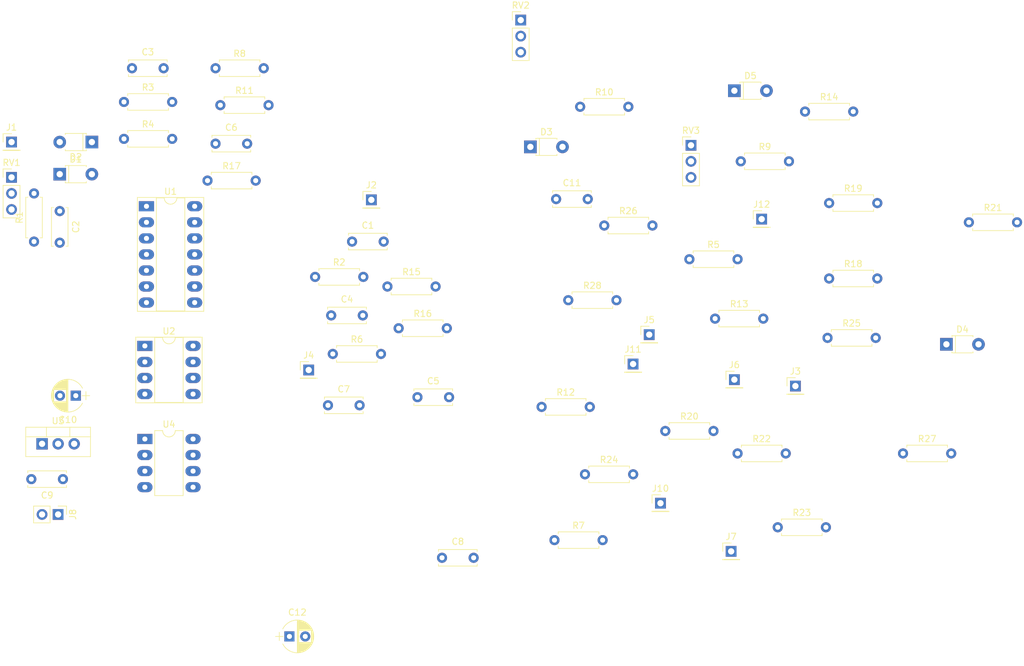
<source format=kicad_pcb>
(kicad_pcb (version 20171130) (host pcbnew "(5.1.2-1)-1")

  (general
    (thickness 1.6)
    (drawings 0)
    (tracks 0)
    (zones 0)
    (modules 63)
    (nets 42)
  )

  (page A4)
  (title_block
    (title "EDP Wasp VCF (+5v Powered)")
    (date 2019-12-23)
    (rev 1.0)
    (company "D Q McDonald")
    (comment 1 "Design by Juergen Haible")
  )

  (layers
    (0 F.Cu signal)
    (31 B.Cu signal)
    (32 B.Adhes user)
    (33 F.Adhes user)
    (34 B.Paste user)
    (35 F.Paste user)
    (36 B.SilkS user)
    (37 F.SilkS user)
    (38 B.Mask user)
    (39 F.Mask user)
    (40 Dwgs.User user)
    (41 Cmts.User user)
    (42 Eco1.User user)
    (43 Eco2.User user)
    (44 Edge.Cuts user)
    (45 Margin user)
    (46 B.CrtYd user)
    (47 F.CrtYd user)
    (48 B.Fab user)
    (49 F.Fab user)
  )

  (setup
    (last_trace_width 0.25)
    (trace_clearance 0.2)
    (zone_clearance 0.508)
    (zone_45_only no)
    (trace_min 0.4)
    (via_size 0.8)
    (via_drill 0.4)
    (via_min_size 0.4)
    (via_min_drill 0.3)
    (uvia_size 0.3)
    (uvia_drill 0.1)
    (uvias_allowed no)
    (uvia_min_size 0.2)
    (uvia_min_drill 0.1)
    (edge_width 0.05)
    (segment_width 0.2)
    (pcb_text_width 0.3)
    (pcb_text_size 1.5 1.5)
    (mod_edge_width 0.12)
    (mod_text_size 1 1)
    (mod_text_width 0.15)
    (pad_size 1.524 1.524)
    (pad_drill 0.762)
    (pad_to_mask_clearance 0.051)
    (solder_mask_min_width 0.25)
    (aux_axis_origin 0 0)
    (visible_elements FFFFFF7F)
    (pcbplotparams
      (layerselection 0x010fc_ffffffff)
      (usegerberextensions false)
      (usegerberattributes false)
      (usegerberadvancedattributes false)
      (creategerberjobfile false)
      (excludeedgelayer true)
      (linewidth 0.100000)
      (plotframeref false)
      (viasonmask false)
      (mode 1)
      (useauxorigin false)
      (hpglpennumber 1)
      (hpglpenspeed 20)
      (hpglpendiameter 15.000000)
      (psnegative false)
      (psa4output false)
      (plotreference true)
      (plotvalue true)
      (plotinvisibletext false)
      (padsonsilk false)
      (subtractmaskfromsilk false)
      (outputformat 1)
      (mirror false)
      (drillshape 1)
      (scaleselection 1)
      (outputdirectory ""))
  )

  (net 0 "")
  (net 1 "Net-(C1-Pad1)")
  (net 2 "Net-(C1-Pad2)")
  (net 3 "Net-(C2-Pad1)")
  (net 4 "Net-(C2-Pad2)")
  (net 5 "Net-(C11-Pad1)")
  (net 6 GND)
  (net 7 "Net-(C4-Pad1)")
  (net 8 "Net-(C5-Pad1)")
  (net 9 "Net-(C6-Pad1)")
  (net 10 "Net-(C6-Pad2)")
  (net 11 "Net-(C7-Pad2)")
  (net 12 "Net-(C7-Pad1)")
  (net 13 "Net-(C8-Pad2)")
  (net 14 "Net-(C8-Pad1)")
  (net 15 "Net-(C9-Pad2)")
  (net 16 +5V)
  (net 17 "Net-(C11-Pad2)")
  (net 18 "Net-(C12-Pad2)")
  (net 19 "Net-(C12-Pad1)")
  (net 20 "Net-(D3-Pad1)")
  (net 21 "Net-(D5-Pad2)")
  (net 22 "Net-(J1-Pad1)")
  (net 23 "Net-(J3-Pad1)")
  (net 24 "Net-(J5-Pad1)")
  (net 25 "Net-(J12-Pad1)")
  (net 26 "Net-(R1-Pad2)")
  (net 27 "Net-(R2-Pad1)")
  (net 28 "Net-(R5-Pad1)")
  (net 29 "Net-(R10-Pad1)")
  (net 30 "Net-(R12-Pad2)")
  (net 31 "Net-(R18-Pad2)")
  (net 32 "Net-(R18-Pad1)")
  (net 33 "Net-(R19-Pad2)")
  (net 34 "Net-(R20-Pad1)")
  (net 35 "Net-(R23-Pad1)")
  (net 36 "Net-(R24-Pad2)")
  (net 37 "Net-(R27-Pad1)")
  (net 38 "Net-(U2-Pad8)")
  (net 39 "Net-(U2-Pad1)")
  (net 40 "Net-(U4-Pad8)")
  (net 41 "Net-(U4-Pad1)")

  (net_class Default "This is the default net class."
    (clearance 0.2)
    (trace_width 0.25)
    (via_dia 0.8)
    (via_drill 0.4)
    (uvia_dia 0.3)
    (uvia_drill 0.1)
    (add_net +5V)
    (add_net GND)
    (add_net "Net-(C1-Pad1)")
    (add_net "Net-(C1-Pad2)")
    (add_net "Net-(C11-Pad1)")
    (add_net "Net-(C11-Pad2)")
    (add_net "Net-(C12-Pad1)")
    (add_net "Net-(C12-Pad2)")
    (add_net "Net-(C2-Pad1)")
    (add_net "Net-(C2-Pad2)")
    (add_net "Net-(C4-Pad1)")
    (add_net "Net-(C5-Pad1)")
    (add_net "Net-(C6-Pad1)")
    (add_net "Net-(C6-Pad2)")
    (add_net "Net-(C7-Pad1)")
    (add_net "Net-(C7-Pad2)")
    (add_net "Net-(C8-Pad1)")
    (add_net "Net-(C8-Pad2)")
    (add_net "Net-(C9-Pad2)")
    (add_net "Net-(D3-Pad1)")
    (add_net "Net-(D5-Pad2)")
    (add_net "Net-(J1-Pad1)")
    (add_net "Net-(J12-Pad1)")
    (add_net "Net-(J3-Pad1)")
    (add_net "Net-(J5-Pad1)")
    (add_net "Net-(R1-Pad2)")
    (add_net "Net-(R10-Pad1)")
    (add_net "Net-(R12-Pad2)")
    (add_net "Net-(R18-Pad1)")
    (add_net "Net-(R18-Pad2)")
    (add_net "Net-(R19-Pad2)")
    (add_net "Net-(R2-Pad1)")
    (add_net "Net-(R20-Pad1)")
    (add_net "Net-(R23-Pad1)")
    (add_net "Net-(R24-Pad2)")
    (add_net "Net-(R27-Pad1)")
    (add_net "Net-(R5-Pad1)")
    (add_net "Net-(U2-Pad1)")
    (add_net "Net-(U2-Pad8)")
    (add_net "Net-(U4-Pad1)")
    (add_net "Net-(U4-Pad8)")
  )

  (module Capacitors_ThroughHole:C_Disc_D6.0mm_W2.5mm_P5.00mm (layer F.Cu) (tedit 597BC7C2) (tstamp 5DFFF0A8)
    (at 69.85 56.134)
    (descr "C, Disc series, Radial, pin pitch=5.00mm, , diameter*width=6*2.5mm^2, Capacitor, http://cdn-reichelt.de/documents/datenblatt/B300/DS_KERKO_TC.pdf")
    (tags "C Disc series Radial pin pitch 5.00mm  diameter 6mm width 2.5mm Capacitor")
    (path /5DFAD395)
    (fp_text reference C1 (at 2.5 -2.56) (layer F.SilkS)
      (effects (font (size 1 1) (thickness 0.15)))
    )
    (fp_text value 100nF (at 2.5 2.56) (layer F.Fab)
      (effects (font (size 1 1) (thickness 0.15)))
    )
    (fp_line (start -0.5 -1.25) (end -0.5 1.25) (layer F.Fab) (width 0.1))
    (fp_line (start -0.5 1.25) (end 5.5 1.25) (layer F.Fab) (width 0.1))
    (fp_line (start 5.5 1.25) (end 5.5 -1.25) (layer F.Fab) (width 0.1))
    (fp_line (start 5.5 -1.25) (end -0.5 -1.25) (layer F.Fab) (width 0.1))
    (fp_line (start -0.56 -1.31) (end 5.56 -1.31) (layer F.SilkS) (width 0.12))
    (fp_line (start -0.56 1.31) (end 5.56 1.31) (layer F.SilkS) (width 0.12))
    (fp_line (start -0.56 -1.31) (end -0.56 -0.996) (layer F.SilkS) (width 0.12))
    (fp_line (start -0.56 0.996) (end -0.56 1.31) (layer F.SilkS) (width 0.12))
    (fp_line (start 5.56 -1.31) (end 5.56 -0.996) (layer F.SilkS) (width 0.12))
    (fp_line (start 5.56 0.996) (end 5.56 1.31) (layer F.SilkS) (width 0.12))
    (fp_line (start -1.05 -1.6) (end -1.05 1.6) (layer F.CrtYd) (width 0.05))
    (fp_line (start -1.05 1.6) (end 6.05 1.6) (layer F.CrtYd) (width 0.05))
    (fp_line (start 6.05 1.6) (end 6.05 -1.6) (layer F.CrtYd) (width 0.05))
    (fp_line (start 6.05 -1.6) (end -1.05 -1.6) (layer F.CrtYd) (width 0.05))
    (fp_text user %R (at 2.5 0) (layer F.Fab)
      (effects (font (size 1 1) (thickness 0.15)))
    )
    (pad 1 thru_hole circle (at 0 0) (size 1.6 1.6) (drill 0.8) (layers *.Cu *.Mask)
      (net 1 "Net-(C1-Pad1)"))
    (pad 2 thru_hole circle (at 5 0) (size 1.6 1.6) (drill 0.8) (layers *.Cu *.Mask)
      (net 2 "Net-(C1-Pad2)"))
    (model ${KISYS3DMOD}/Capacitors_THT.3dshapes/C_Disc_D6.0mm_W2.5mm_P5.00mm.wrl
      (at (xyz 0 0 0))
      (scale (xyz 1 1 1))
      (rotate (xyz 0 0 0))
    )
  )

  (module Capacitors_ThroughHole:C_Disc_D6.0mm_W2.5mm_P5.00mm (layer F.Cu) (tedit 597BC7C2) (tstamp 5DFFF0BD)
    (at 23.622 51.308 270)
    (descr "C, Disc series, Radial, pin pitch=5.00mm, , diameter*width=6*2.5mm^2, Capacitor, http://cdn-reichelt.de/documents/datenblatt/B300/DS_KERKO_TC.pdf")
    (tags "C Disc series Radial pin pitch 5.00mm  diameter 6mm width 2.5mm Capacitor")
    (path /5DFC95F0)
    (fp_text reference C2 (at 2.5 -2.56 90) (layer F.SilkS)
      (effects (font (size 1 1) (thickness 0.15)))
    )
    (fp_text value 220nF (at 2.5 2.56 90) (layer F.Fab)
      (effects (font (size 1 1) (thickness 0.15)))
    )
    (fp_line (start -0.5 -1.25) (end -0.5 1.25) (layer F.Fab) (width 0.1))
    (fp_line (start -0.5 1.25) (end 5.5 1.25) (layer F.Fab) (width 0.1))
    (fp_line (start 5.5 1.25) (end 5.5 -1.25) (layer F.Fab) (width 0.1))
    (fp_line (start 5.5 -1.25) (end -0.5 -1.25) (layer F.Fab) (width 0.1))
    (fp_line (start -0.56 -1.31) (end 5.56 -1.31) (layer F.SilkS) (width 0.12))
    (fp_line (start -0.56 1.31) (end 5.56 1.31) (layer F.SilkS) (width 0.12))
    (fp_line (start -0.56 -1.31) (end -0.56 -0.996) (layer F.SilkS) (width 0.12))
    (fp_line (start -0.56 0.996) (end -0.56 1.31) (layer F.SilkS) (width 0.12))
    (fp_line (start 5.56 -1.31) (end 5.56 -0.996) (layer F.SilkS) (width 0.12))
    (fp_line (start 5.56 0.996) (end 5.56 1.31) (layer F.SilkS) (width 0.12))
    (fp_line (start -1.05 -1.6) (end -1.05 1.6) (layer F.CrtYd) (width 0.05))
    (fp_line (start -1.05 1.6) (end 6.05 1.6) (layer F.CrtYd) (width 0.05))
    (fp_line (start 6.05 1.6) (end 6.05 -1.6) (layer F.CrtYd) (width 0.05))
    (fp_line (start 6.05 -1.6) (end -1.05 -1.6) (layer F.CrtYd) (width 0.05))
    (fp_text user %R (at 2.5 0 90) (layer F.Fab)
      (effects (font (size 1 1) (thickness 0.15)))
    )
    (pad 1 thru_hole circle (at 0 0 270) (size 1.6 1.6) (drill 0.8) (layers *.Cu *.Mask)
      (net 3 "Net-(C2-Pad1)"))
    (pad 2 thru_hole circle (at 5 0 270) (size 1.6 1.6) (drill 0.8) (layers *.Cu *.Mask)
      (net 4 "Net-(C2-Pad2)"))
    (model ${KISYS3DMOD}/Capacitors_THT.3dshapes/C_Disc_D6.0mm_W2.5mm_P5.00mm.wrl
      (at (xyz 0 0 0))
      (scale (xyz 1 1 1))
      (rotate (xyz 0 0 0))
    )
  )

  (module Capacitors_ThroughHole:C_Disc_D6.0mm_W2.5mm_P5.00mm (layer F.Cu) (tedit 597BC7C2) (tstamp 5DFFF0D2)
    (at 35.052 28.702)
    (descr "C, Disc series, Radial, pin pitch=5.00mm, , diameter*width=6*2.5mm^2, Capacitor, http://cdn-reichelt.de/documents/datenblatt/B300/DS_KERKO_TC.pdf")
    (tags "C Disc series Radial pin pitch 5.00mm  diameter 6mm width 2.5mm Capacitor")
    (path /5DFE739C)
    (fp_text reference C3 (at 2.5 -2.56) (layer F.SilkS)
      (effects (font (size 1 1) (thickness 0.15)))
    )
    (fp_text value 68pF (at 2.5 2.56) (layer F.Fab)
      (effects (font (size 1 1) (thickness 0.15)))
    )
    (fp_text user %R (at 2.5 0) (layer F.Fab)
      (effects (font (size 1 1) (thickness 0.15)))
    )
    (fp_line (start 6.05 -1.6) (end -1.05 -1.6) (layer F.CrtYd) (width 0.05))
    (fp_line (start 6.05 1.6) (end 6.05 -1.6) (layer F.CrtYd) (width 0.05))
    (fp_line (start -1.05 1.6) (end 6.05 1.6) (layer F.CrtYd) (width 0.05))
    (fp_line (start -1.05 -1.6) (end -1.05 1.6) (layer F.CrtYd) (width 0.05))
    (fp_line (start 5.56 0.996) (end 5.56 1.31) (layer F.SilkS) (width 0.12))
    (fp_line (start 5.56 -1.31) (end 5.56 -0.996) (layer F.SilkS) (width 0.12))
    (fp_line (start -0.56 0.996) (end -0.56 1.31) (layer F.SilkS) (width 0.12))
    (fp_line (start -0.56 -1.31) (end -0.56 -0.996) (layer F.SilkS) (width 0.12))
    (fp_line (start -0.56 1.31) (end 5.56 1.31) (layer F.SilkS) (width 0.12))
    (fp_line (start -0.56 -1.31) (end 5.56 -1.31) (layer F.SilkS) (width 0.12))
    (fp_line (start 5.5 -1.25) (end -0.5 -1.25) (layer F.Fab) (width 0.1))
    (fp_line (start 5.5 1.25) (end 5.5 -1.25) (layer F.Fab) (width 0.1))
    (fp_line (start -0.5 1.25) (end 5.5 1.25) (layer F.Fab) (width 0.1))
    (fp_line (start -0.5 -1.25) (end -0.5 1.25) (layer F.Fab) (width 0.1))
    (pad 2 thru_hole circle (at 5 0) (size 1.6 1.6) (drill 0.8) (layers *.Cu *.Mask)
      (net 3 "Net-(C2-Pad1)"))
    (pad 1 thru_hole circle (at 0 0) (size 1.6 1.6) (drill 0.8) (layers *.Cu *.Mask)
      (net 5 "Net-(C11-Pad1)"))
    (model ${KISYS3DMOD}/Capacitors_THT.3dshapes/C_Disc_D6.0mm_W2.5mm_P5.00mm.wrl
      (at (xyz 0 0 0))
      (scale (xyz 1 1 1))
      (rotate (xyz 0 0 0))
    )
  )

  (module Capacitors_ThroughHole:C_Disc_D6.0mm_W2.5mm_P5.00mm (layer F.Cu) (tedit 597BC7C2) (tstamp 5DFFF0E7)
    (at 66.548 67.818)
    (descr "C, Disc series, Radial, pin pitch=5.00mm, , diameter*width=6*2.5mm^2, Capacitor, http://cdn-reichelt.de/documents/datenblatt/B300/DS_KERKO_TC.pdf")
    (tags "C Disc series Radial pin pitch 5.00mm  diameter 6mm width 2.5mm Capacitor")
    (path /5DFB06CA)
    (fp_text reference C4 (at 2.5 -2.56) (layer F.SilkS)
      (effects (font (size 1 1) (thickness 0.15)))
    )
    (fp_text value 1nF (at 2.5 2.56) (layer F.Fab)
      (effects (font (size 1 1) (thickness 0.15)))
    )
    (fp_text user %R (at 2.5 0) (layer F.Fab)
      (effects (font (size 1 1) (thickness 0.15)))
    )
    (fp_line (start 6.05 -1.6) (end -1.05 -1.6) (layer F.CrtYd) (width 0.05))
    (fp_line (start 6.05 1.6) (end 6.05 -1.6) (layer F.CrtYd) (width 0.05))
    (fp_line (start -1.05 1.6) (end 6.05 1.6) (layer F.CrtYd) (width 0.05))
    (fp_line (start -1.05 -1.6) (end -1.05 1.6) (layer F.CrtYd) (width 0.05))
    (fp_line (start 5.56 0.996) (end 5.56 1.31) (layer F.SilkS) (width 0.12))
    (fp_line (start 5.56 -1.31) (end 5.56 -0.996) (layer F.SilkS) (width 0.12))
    (fp_line (start -0.56 0.996) (end -0.56 1.31) (layer F.SilkS) (width 0.12))
    (fp_line (start -0.56 -1.31) (end -0.56 -0.996) (layer F.SilkS) (width 0.12))
    (fp_line (start -0.56 1.31) (end 5.56 1.31) (layer F.SilkS) (width 0.12))
    (fp_line (start -0.56 -1.31) (end 5.56 -1.31) (layer F.SilkS) (width 0.12))
    (fp_line (start 5.5 -1.25) (end -0.5 -1.25) (layer F.Fab) (width 0.1))
    (fp_line (start 5.5 1.25) (end 5.5 -1.25) (layer F.Fab) (width 0.1))
    (fp_line (start -0.5 1.25) (end 5.5 1.25) (layer F.Fab) (width 0.1))
    (fp_line (start -0.5 -1.25) (end -0.5 1.25) (layer F.Fab) (width 0.1))
    (pad 2 thru_hole circle (at 5 0) (size 1.6 1.6) (drill 0.8) (layers *.Cu *.Mask)
      (net 6 GND))
    (pad 1 thru_hole circle (at 0 0) (size 1.6 1.6) (drill 0.8) (layers *.Cu *.Mask)
      (net 7 "Net-(C4-Pad1)"))
    (model ${KISYS3DMOD}/Capacitors_THT.3dshapes/C_Disc_D6.0mm_W2.5mm_P5.00mm.wrl
      (at (xyz 0 0 0))
      (scale (xyz 1 1 1))
      (rotate (xyz 0 0 0))
    )
  )

  (module Capacitors_ThroughHole:C_Disc_D6.0mm_W2.5mm_P5.00mm (layer F.Cu) (tedit 597BC7C2) (tstamp 5DFFF0FC)
    (at 80.189001 80.759001)
    (descr "C, Disc series, Radial, pin pitch=5.00mm, , diameter*width=6*2.5mm^2, Capacitor, http://cdn-reichelt.de/documents/datenblatt/B300/DS_KERKO_TC.pdf")
    (tags "C Disc series Radial pin pitch 5.00mm  diameter 6mm width 2.5mm Capacitor")
    (path /5E047120)
    (fp_text reference C5 (at 2.5 -2.56) (layer F.SilkS)
      (effects (font (size 1 1) (thickness 0.15)))
    )
    (fp_text value 220nF (at 2.5 2.56) (layer F.Fab)
      (effects (font (size 1 1) (thickness 0.15)))
    )
    (fp_line (start -0.5 -1.25) (end -0.5 1.25) (layer F.Fab) (width 0.1))
    (fp_line (start -0.5 1.25) (end 5.5 1.25) (layer F.Fab) (width 0.1))
    (fp_line (start 5.5 1.25) (end 5.5 -1.25) (layer F.Fab) (width 0.1))
    (fp_line (start 5.5 -1.25) (end -0.5 -1.25) (layer F.Fab) (width 0.1))
    (fp_line (start -0.56 -1.31) (end 5.56 -1.31) (layer F.SilkS) (width 0.12))
    (fp_line (start -0.56 1.31) (end 5.56 1.31) (layer F.SilkS) (width 0.12))
    (fp_line (start -0.56 -1.31) (end -0.56 -0.996) (layer F.SilkS) (width 0.12))
    (fp_line (start -0.56 0.996) (end -0.56 1.31) (layer F.SilkS) (width 0.12))
    (fp_line (start 5.56 -1.31) (end 5.56 -0.996) (layer F.SilkS) (width 0.12))
    (fp_line (start 5.56 0.996) (end 5.56 1.31) (layer F.SilkS) (width 0.12))
    (fp_line (start -1.05 -1.6) (end -1.05 1.6) (layer F.CrtYd) (width 0.05))
    (fp_line (start -1.05 1.6) (end 6.05 1.6) (layer F.CrtYd) (width 0.05))
    (fp_line (start 6.05 1.6) (end 6.05 -1.6) (layer F.CrtYd) (width 0.05))
    (fp_line (start 6.05 -1.6) (end -1.05 -1.6) (layer F.CrtYd) (width 0.05))
    (fp_text user %R (at 2.5 0) (layer F.Fab)
      (effects (font (size 1 1) (thickness 0.15)))
    )
    (pad 1 thru_hole circle (at 0 0) (size 1.6 1.6) (drill 0.8) (layers *.Cu *.Mask)
      (net 8 "Net-(C5-Pad1)"))
    (pad 2 thru_hole circle (at 5 0) (size 1.6 1.6) (drill 0.8) (layers *.Cu *.Mask)
      (net 6 GND))
    (model ${KISYS3DMOD}/Capacitors_THT.3dshapes/C_Disc_D6.0mm_W2.5mm_P5.00mm.wrl
      (at (xyz 0 0 0))
      (scale (xyz 1 1 1))
      (rotate (xyz 0 0 0))
    )
  )

  (module Capacitors_ThroughHole:C_Disc_D6.0mm_W2.5mm_P5.00mm (layer F.Cu) (tedit 597BC7C2) (tstamp 5DFFF111)
    (at 48.26 40.64)
    (descr "C, Disc series, Radial, pin pitch=5.00mm, , diameter*width=6*2.5mm^2, Capacitor, http://cdn-reichelt.de/documents/datenblatt/B300/DS_KERKO_TC.pdf")
    (tags "C Disc series Radial pin pitch 5.00mm  diameter 6mm width 2.5mm Capacitor")
    (path /5DFF6AE5)
    (fp_text reference C6 (at 2.5 -2.56) (layer F.SilkS)
      (effects (font (size 1 1) (thickness 0.15)))
    )
    (fp_text value 220nF (at 2.5 2.56) (layer F.Fab)
      (effects (font (size 1 1) (thickness 0.15)))
    )
    (fp_line (start -0.5 -1.25) (end -0.5 1.25) (layer F.Fab) (width 0.1))
    (fp_line (start -0.5 1.25) (end 5.5 1.25) (layer F.Fab) (width 0.1))
    (fp_line (start 5.5 1.25) (end 5.5 -1.25) (layer F.Fab) (width 0.1))
    (fp_line (start 5.5 -1.25) (end -0.5 -1.25) (layer F.Fab) (width 0.1))
    (fp_line (start -0.56 -1.31) (end 5.56 -1.31) (layer F.SilkS) (width 0.12))
    (fp_line (start -0.56 1.31) (end 5.56 1.31) (layer F.SilkS) (width 0.12))
    (fp_line (start -0.56 -1.31) (end -0.56 -0.996) (layer F.SilkS) (width 0.12))
    (fp_line (start -0.56 0.996) (end -0.56 1.31) (layer F.SilkS) (width 0.12))
    (fp_line (start 5.56 -1.31) (end 5.56 -0.996) (layer F.SilkS) (width 0.12))
    (fp_line (start 5.56 0.996) (end 5.56 1.31) (layer F.SilkS) (width 0.12))
    (fp_line (start -1.05 -1.6) (end -1.05 1.6) (layer F.CrtYd) (width 0.05))
    (fp_line (start -1.05 1.6) (end 6.05 1.6) (layer F.CrtYd) (width 0.05))
    (fp_line (start 6.05 1.6) (end 6.05 -1.6) (layer F.CrtYd) (width 0.05))
    (fp_line (start 6.05 -1.6) (end -1.05 -1.6) (layer F.CrtYd) (width 0.05))
    (fp_text user %R (at 2.5 0) (layer F.Fab)
      (effects (font (size 1 1) (thickness 0.15)))
    )
    (pad 1 thru_hole circle (at 0 0) (size 1.6 1.6) (drill 0.8) (layers *.Cu *.Mask)
      (net 9 "Net-(C6-Pad1)"))
    (pad 2 thru_hole circle (at 5 0) (size 1.6 1.6) (drill 0.8) (layers *.Cu *.Mask)
      (net 10 "Net-(C6-Pad2)"))
    (model ${KISYS3DMOD}/Capacitors_THT.3dshapes/C_Disc_D6.0mm_W2.5mm_P5.00mm.wrl
      (at (xyz 0 0 0))
      (scale (xyz 1 1 1))
      (rotate (xyz 0 0 0))
    )
  )

  (module Capacitors_ThroughHole:C_Disc_D6.0mm_W2.5mm_P5.00mm (layer F.Cu) (tedit 597BC7C2) (tstamp 5DFFF126)
    (at 66.04 82.042)
    (descr "C, Disc series, Radial, pin pitch=5.00mm, , diameter*width=6*2.5mm^2, Capacitor, http://cdn-reichelt.de/documents/datenblatt/B300/DS_KERKO_TC.pdf")
    (tags "C Disc series Radial pin pitch 5.00mm  diameter 6mm width 2.5mm Capacitor")
    (path /5DFB3AAA)
    (fp_text reference C7 (at 2.5 -2.56) (layer F.SilkS)
      (effects (font (size 1 1) (thickness 0.15)))
    )
    (fp_text value 1nF (at 2.5 2.56) (layer F.Fab)
      (effects (font (size 1 1) (thickness 0.15)))
    )
    (fp_text user %R (at 2.5 0) (layer F.Fab)
      (effects (font (size 1 1) (thickness 0.15)))
    )
    (fp_line (start 6.05 -1.6) (end -1.05 -1.6) (layer F.CrtYd) (width 0.05))
    (fp_line (start 6.05 1.6) (end 6.05 -1.6) (layer F.CrtYd) (width 0.05))
    (fp_line (start -1.05 1.6) (end 6.05 1.6) (layer F.CrtYd) (width 0.05))
    (fp_line (start -1.05 -1.6) (end -1.05 1.6) (layer F.CrtYd) (width 0.05))
    (fp_line (start 5.56 0.996) (end 5.56 1.31) (layer F.SilkS) (width 0.12))
    (fp_line (start 5.56 -1.31) (end 5.56 -0.996) (layer F.SilkS) (width 0.12))
    (fp_line (start -0.56 0.996) (end -0.56 1.31) (layer F.SilkS) (width 0.12))
    (fp_line (start -0.56 -1.31) (end -0.56 -0.996) (layer F.SilkS) (width 0.12))
    (fp_line (start -0.56 1.31) (end 5.56 1.31) (layer F.SilkS) (width 0.12))
    (fp_line (start -0.56 -1.31) (end 5.56 -1.31) (layer F.SilkS) (width 0.12))
    (fp_line (start 5.5 -1.25) (end -0.5 -1.25) (layer F.Fab) (width 0.1))
    (fp_line (start 5.5 1.25) (end 5.5 -1.25) (layer F.Fab) (width 0.1))
    (fp_line (start -0.5 1.25) (end 5.5 1.25) (layer F.Fab) (width 0.1))
    (fp_line (start -0.5 -1.25) (end -0.5 1.25) (layer F.Fab) (width 0.1))
    (pad 2 thru_hole circle (at 5 0) (size 1.6 1.6) (drill 0.8) (layers *.Cu *.Mask)
      (net 11 "Net-(C7-Pad2)"))
    (pad 1 thru_hole circle (at 0 0) (size 1.6 1.6) (drill 0.8) (layers *.Cu *.Mask)
      (net 12 "Net-(C7-Pad1)"))
    (model ${KISYS3DMOD}/Capacitors_THT.3dshapes/C_Disc_D6.0mm_W2.5mm_P5.00mm.wrl
      (at (xyz 0 0 0))
      (scale (xyz 1 1 1))
      (rotate (xyz 0 0 0))
    )
  )

  (module Capacitors_ThroughHole:C_Disc_D6.0mm_W2.5mm_P5.00mm (layer F.Cu) (tedit 597BC7C2) (tstamp 5DFFF13B)
    (at 84.074 106.172)
    (descr "C, Disc series, Radial, pin pitch=5.00mm, , diameter*width=6*2.5mm^2, Capacitor, http://cdn-reichelt.de/documents/datenblatt/B300/DS_KERKO_TC.pdf")
    (tags "C Disc series Radial pin pitch 5.00mm  diameter 6mm width 2.5mm Capacitor")
    (path /5DFF1BB1)
    (fp_text reference C8 (at 2.5 -2.56) (layer F.SilkS)
      (effects (font (size 1 1) (thickness 0.15)))
    )
    (fp_text value 1nF (at 2.5 2.56) (layer F.Fab)
      (effects (font (size 1 1) (thickness 0.15)))
    )
    (fp_text user %R (at 2.5 0) (layer F.Fab)
      (effects (font (size 1 1) (thickness 0.15)))
    )
    (fp_line (start 6.05 -1.6) (end -1.05 -1.6) (layer F.CrtYd) (width 0.05))
    (fp_line (start 6.05 1.6) (end 6.05 -1.6) (layer F.CrtYd) (width 0.05))
    (fp_line (start -1.05 1.6) (end 6.05 1.6) (layer F.CrtYd) (width 0.05))
    (fp_line (start -1.05 -1.6) (end -1.05 1.6) (layer F.CrtYd) (width 0.05))
    (fp_line (start 5.56 0.996) (end 5.56 1.31) (layer F.SilkS) (width 0.12))
    (fp_line (start 5.56 -1.31) (end 5.56 -0.996) (layer F.SilkS) (width 0.12))
    (fp_line (start -0.56 0.996) (end -0.56 1.31) (layer F.SilkS) (width 0.12))
    (fp_line (start -0.56 -1.31) (end -0.56 -0.996) (layer F.SilkS) (width 0.12))
    (fp_line (start -0.56 1.31) (end 5.56 1.31) (layer F.SilkS) (width 0.12))
    (fp_line (start -0.56 -1.31) (end 5.56 -1.31) (layer F.SilkS) (width 0.12))
    (fp_line (start 5.5 -1.25) (end -0.5 -1.25) (layer F.Fab) (width 0.1))
    (fp_line (start 5.5 1.25) (end 5.5 -1.25) (layer F.Fab) (width 0.1))
    (fp_line (start -0.5 1.25) (end 5.5 1.25) (layer F.Fab) (width 0.1))
    (fp_line (start -0.5 -1.25) (end -0.5 1.25) (layer F.Fab) (width 0.1))
    (pad 2 thru_hole circle (at 5 0) (size 1.6 1.6) (drill 0.8) (layers *.Cu *.Mask)
      (net 13 "Net-(C8-Pad2)"))
    (pad 1 thru_hole circle (at 0 0) (size 1.6 1.6) (drill 0.8) (layers *.Cu *.Mask)
      (net 14 "Net-(C8-Pad1)"))
    (model ${KISYS3DMOD}/Capacitors_THT.3dshapes/C_Disc_D6.0mm_W2.5mm_P5.00mm.wrl
      (at (xyz 0 0 0))
      (scale (xyz 1 1 1))
      (rotate (xyz 0 0 0))
    )
  )

  (module Capacitors_ThroughHole:C_Disc_D6.0mm_W2.5mm_P5.00mm (layer F.Cu) (tedit 597BC7C2) (tstamp 5DFFF150)
    (at 24.13 93.726 180)
    (descr "C, Disc series, Radial, pin pitch=5.00mm, , diameter*width=6*2.5mm^2, Capacitor, http://cdn-reichelt.de/documents/datenblatt/B300/DS_KERKO_TC.pdf")
    (tags "C Disc series Radial pin pitch 5.00mm  diameter 6mm width 2.5mm Capacitor")
    (path /5E0C6331)
    (fp_text reference C9 (at 2.5 -2.56) (layer F.SilkS)
      (effects (font (size 1 1) (thickness 0.15)))
    )
    (fp_text value 100nF (at 2.5 2.56) (layer F.Fab)
      (effects (font (size 1 1) (thickness 0.15)))
    )
    (fp_text user %R (at 2.5 0) (layer F.Fab)
      (effects (font (size 1 1) (thickness 0.15)))
    )
    (fp_line (start 6.05 -1.6) (end -1.05 -1.6) (layer F.CrtYd) (width 0.05))
    (fp_line (start 6.05 1.6) (end 6.05 -1.6) (layer F.CrtYd) (width 0.05))
    (fp_line (start -1.05 1.6) (end 6.05 1.6) (layer F.CrtYd) (width 0.05))
    (fp_line (start -1.05 -1.6) (end -1.05 1.6) (layer F.CrtYd) (width 0.05))
    (fp_line (start 5.56 0.996) (end 5.56 1.31) (layer F.SilkS) (width 0.12))
    (fp_line (start 5.56 -1.31) (end 5.56 -0.996) (layer F.SilkS) (width 0.12))
    (fp_line (start -0.56 0.996) (end -0.56 1.31) (layer F.SilkS) (width 0.12))
    (fp_line (start -0.56 -1.31) (end -0.56 -0.996) (layer F.SilkS) (width 0.12))
    (fp_line (start -0.56 1.31) (end 5.56 1.31) (layer F.SilkS) (width 0.12))
    (fp_line (start -0.56 -1.31) (end 5.56 -1.31) (layer F.SilkS) (width 0.12))
    (fp_line (start 5.5 -1.25) (end -0.5 -1.25) (layer F.Fab) (width 0.1))
    (fp_line (start 5.5 1.25) (end 5.5 -1.25) (layer F.Fab) (width 0.1))
    (fp_line (start -0.5 1.25) (end 5.5 1.25) (layer F.Fab) (width 0.1))
    (fp_line (start -0.5 -1.25) (end -0.5 1.25) (layer F.Fab) (width 0.1))
    (pad 2 thru_hole circle (at 5 0 180) (size 1.6 1.6) (drill 0.8) (layers *.Cu *.Mask)
      (net 15 "Net-(C9-Pad2)"))
    (pad 1 thru_hole circle (at 0 0 180) (size 1.6 1.6) (drill 0.8) (layers *.Cu *.Mask)
      (net 6 GND))
    (model ${KISYS3DMOD}/Capacitors_THT.3dshapes/C_Disc_D6.0mm_W2.5mm_P5.00mm.wrl
      (at (xyz 0 0 0))
      (scale (xyz 1 1 1))
      (rotate (xyz 0 0 0))
    )
  )

  (module Capacitors_ThroughHole:C_Disc_D6.0mm_W2.5mm_P5.00mm (layer F.Cu) (tedit 597BC7C2) (tstamp 5DFFF210)
    (at 102.119001 49.409001)
    (descr "C, Disc series, Radial, pin pitch=5.00mm, , diameter*width=6*2.5mm^2, Capacitor, http://cdn-reichelt.de/documents/datenblatt/B300/DS_KERKO_TC.pdf")
    (tags "C Disc series Radial pin pitch 5.00mm  diameter 6mm width 2.5mm Capacitor")
    (path /5E03AFB0)
    (fp_text reference C11 (at 2.5 -2.56) (layer F.SilkS)
      (effects (font (size 1 1) (thickness 0.15)))
    )
    (fp_text value 1nF (at 2.5 2.56) (layer F.Fab)
      (effects (font (size 1 1) (thickness 0.15)))
    )
    (fp_line (start -0.5 -1.25) (end -0.5 1.25) (layer F.Fab) (width 0.1))
    (fp_line (start -0.5 1.25) (end 5.5 1.25) (layer F.Fab) (width 0.1))
    (fp_line (start 5.5 1.25) (end 5.5 -1.25) (layer F.Fab) (width 0.1))
    (fp_line (start 5.5 -1.25) (end -0.5 -1.25) (layer F.Fab) (width 0.1))
    (fp_line (start -0.56 -1.31) (end 5.56 -1.31) (layer F.SilkS) (width 0.12))
    (fp_line (start -0.56 1.31) (end 5.56 1.31) (layer F.SilkS) (width 0.12))
    (fp_line (start -0.56 -1.31) (end -0.56 -0.996) (layer F.SilkS) (width 0.12))
    (fp_line (start -0.56 0.996) (end -0.56 1.31) (layer F.SilkS) (width 0.12))
    (fp_line (start 5.56 -1.31) (end 5.56 -0.996) (layer F.SilkS) (width 0.12))
    (fp_line (start 5.56 0.996) (end 5.56 1.31) (layer F.SilkS) (width 0.12))
    (fp_line (start -1.05 -1.6) (end -1.05 1.6) (layer F.CrtYd) (width 0.05))
    (fp_line (start -1.05 1.6) (end 6.05 1.6) (layer F.CrtYd) (width 0.05))
    (fp_line (start 6.05 1.6) (end 6.05 -1.6) (layer F.CrtYd) (width 0.05))
    (fp_line (start 6.05 -1.6) (end -1.05 -1.6) (layer F.CrtYd) (width 0.05))
    (fp_text user %R (at 2.5 0) (layer F.Fab)
      (effects (font (size 1 1) (thickness 0.15)))
    )
    (pad 1 thru_hole circle (at 0 0) (size 1.6 1.6) (drill 0.8) (layers *.Cu *.Mask)
      (net 5 "Net-(C11-Pad1)"))
    (pad 2 thru_hole circle (at 5 0) (size 1.6 1.6) (drill 0.8) (layers *.Cu *.Mask)
      (net 17 "Net-(C11-Pad2)"))
    (model ${KISYS3DMOD}/Capacitors_THT.3dshapes/C_Disc_D6.0mm_W2.5mm_P5.00mm.wrl
      (at (xyz 0 0 0))
      (scale (xyz 1 1 1))
      (rotate (xyz 0 0 0))
    )
  )

  (module Diodes_ThroughHole:D_T-1_P5.08mm_Horizontal (layer F.Cu) (tedit 5921392F) (tstamp 5DFFF2D4)
    (at 23.622 45.466)
    (descr "D, T-1 series, Axial, Horizontal, pin pitch=5.08mm, , length*diameter=3.2*2.6mm^2, , http://www.diodes.com/_files/packages/T-1.pdf")
    (tags "D T-1 series Axial Horizontal pin pitch 5.08mm  length 3.2mm diameter 2.6mm")
    (path /5DFCF0D7)
    (fp_text reference D1 (at 2.54 -2.36) (layer F.SilkS)
      (effects (font (size 1 1) (thickness 0.15)))
    )
    (fp_text value BAT85 (at 2.54 2.36) (layer F.Fab)
      (effects (font (size 1 1) (thickness 0.15)))
    )
    (fp_text user %R (at 2.54 0) (layer F.Fab)
      (effects (font (size 1 1) (thickness 0.15)))
    )
    (fp_line (start 0.94 -1.3) (end 0.94 1.3) (layer F.Fab) (width 0.1))
    (fp_line (start 0.94 1.3) (end 4.14 1.3) (layer F.Fab) (width 0.1))
    (fp_line (start 4.14 1.3) (end 4.14 -1.3) (layer F.Fab) (width 0.1))
    (fp_line (start 4.14 -1.3) (end 0.94 -1.3) (layer F.Fab) (width 0.1))
    (fp_line (start 0 0) (end 0.94 0) (layer F.Fab) (width 0.1))
    (fp_line (start 5.08 0) (end 4.14 0) (layer F.Fab) (width 0.1))
    (fp_line (start 1.42 -1.3) (end 1.42 1.3) (layer F.Fab) (width 0.1))
    (fp_line (start 0.88 -1.18) (end 0.88 -1.36) (layer F.SilkS) (width 0.12))
    (fp_line (start 0.88 -1.36) (end 4.2 -1.36) (layer F.SilkS) (width 0.12))
    (fp_line (start 4.2 -1.36) (end 4.2 -1.18) (layer F.SilkS) (width 0.12))
    (fp_line (start 0.88 1.18) (end 0.88 1.36) (layer F.SilkS) (width 0.12))
    (fp_line (start 0.88 1.36) (end 4.2 1.36) (layer F.SilkS) (width 0.12))
    (fp_line (start 4.2 1.36) (end 4.2 1.18) (layer F.SilkS) (width 0.12))
    (fp_line (start 1.42 -1.36) (end 1.42 1.36) (layer F.SilkS) (width 0.12))
    (fp_line (start -1.25 -1.65) (end -1.25 1.65) (layer F.CrtYd) (width 0.05))
    (fp_line (start -1.25 1.65) (end 6.35 1.65) (layer F.CrtYd) (width 0.05))
    (fp_line (start 6.35 1.65) (end 6.35 -1.65) (layer F.CrtYd) (width 0.05))
    (fp_line (start 6.35 -1.65) (end -1.25 -1.65) (layer F.CrtYd) (width 0.05))
    (pad 1 thru_hole rect (at 0 0) (size 2 2) (drill 1) (layers *.Cu *.Mask)
      (net 3 "Net-(C2-Pad1)"))
    (pad 2 thru_hole oval (at 5.08 0) (size 2 2) (drill 1) (layers *.Cu *.Mask)
      (net 6 GND))
    (model ${KISYS3DMOD}/Diodes_THT.3dshapes/D_T-1_P5.08mm_Horizontal.wrl
      (at (xyz 0 0 0))
      (scale (xyz 0.393701 0.393701 0.393701))
      (rotate (xyz 0 0 0))
    )
  )

  (module Diodes_ThroughHole:D_T-1_P5.08mm_Horizontal (layer F.Cu) (tedit 5921392F) (tstamp 5DFFF2ED)
    (at 28.702 40.386 180)
    (descr "D, T-1 series, Axial, Horizontal, pin pitch=5.08mm, , length*diameter=3.2*2.6mm^2, , http://www.diodes.com/_files/packages/T-1.pdf")
    (tags "D T-1 series Axial Horizontal pin pitch 5.08mm  length 3.2mm diameter 2.6mm")
    (path /5DFCE64A)
    (fp_text reference D2 (at 2.54 -2.36) (layer F.SilkS)
      (effects (font (size 1 1) (thickness 0.15)))
    )
    (fp_text value BAT85 (at 2.54 2.36) (layer F.Fab)
      (effects (font (size 1 1) (thickness 0.15)))
    )
    (fp_line (start 6.35 -1.65) (end -1.25 -1.65) (layer F.CrtYd) (width 0.05))
    (fp_line (start 6.35 1.65) (end 6.35 -1.65) (layer F.CrtYd) (width 0.05))
    (fp_line (start -1.25 1.65) (end 6.35 1.65) (layer F.CrtYd) (width 0.05))
    (fp_line (start -1.25 -1.65) (end -1.25 1.65) (layer F.CrtYd) (width 0.05))
    (fp_line (start 1.42 -1.36) (end 1.42 1.36) (layer F.SilkS) (width 0.12))
    (fp_line (start 4.2 1.36) (end 4.2 1.18) (layer F.SilkS) (width 0.12))
    (fp_line (start 0.88 1.36) (end 4.2 1.36) (layer F.SilkS) (width 0.12))
    (fp_line (start 0.88 1.18) (end 0.88 1.36) (layer F.SilkS) (width 0.12))
    (fp_line (start 4.2 -1.36) (end 4.2 -1.18) (layer F.SilkS) (width 0.12))
    (fp_line (start 0.88 -1.36) (end 4.2 -1.36) (layer F.SilkS) (width 0.12))
    (fp_line (start 0.88 -1.18) (end 0.88 -1.36) (layer F.SilkS) (width 0.12))
    (fp_line (start 1.42 -1.3) (end 1.42 1.3) (layer F.Fab) (width 0.1))
    (fp_line (start 5.08 0) (end 4.14 0) (layer F.Fab) (width 0.1))
    (fp_line (start 0 0) (end 0.94 0) (layer F.Fab) (width 0.1))
    (fp_line (start 4.14 -1.3) (end 0.94 -1.3) (layer F.Fab) (width 0.1))
    (fp_line (start 4.14 1.3) (end 4.14 -1.3) (layer F.Fab) (width 0.1))
    (fp_line (start 0.94 1.3) (end 4.14 1.3) (layer F.Fab) (width 0.1))
    (fp_line (start 0.94 -1.3) (end 0.94 1.3) (layer F.Fab) (width 0.1))
    (fp_text user %R (at 2.54 0) (layer F.Fab)
      (effects (font (size 1 1) (thickness 0.15)))
    )
    (pad 2 thru_hole oval (at 5.08 0 180) (size 2 2) (drill 1) (layers *.Cu *.Mask)
      (net 3 "Net-(C2-Pad1)"))
    (pad 1 thru_hole rect (at 0 0 180) (size 2 2) (drill 1) (layers *.Cu *.Mask)
      (net 16 +5V))
    (model ${KISYS3DMOD}/Diodes_THT.3dshapes/D_T-1_P5.08mm_Horizontal.wrl
      (at (xyz 0 0 0))
      (scale (xyz 0.393701 0.393701 0.393701))
      (rotate (xyz 0 0 0))
    )
  )

  (module Diodes_ThroughHole:D_T-1_P5.08mm_Horizontal (layer F.Cu) (tedit 5921392F) (tstamp 5DFFF306)
    (at 98.044 41.148)
    (descr "D, T-1 series, Axial, Horizontal, pin pitch=5.08mm, , length*diameter=3.2*2.6mm^2, , http://www.diodes.com/_files/packages/T-1.pdf")
    (tags "D T-1 series Axial Horizontal pin pitch 5.08mm  length 3.2mm diameter 2.6mm")
    (path /5DFFE428)
    (fp_text reference D3 (at 2.54 -2.36) (layer F.SilkS)
      (effects (font (size 1 1) (thickness 0.15)))
    )
    (fp_text value 1N4148 (at 2.54 2.36) (layer F.Fab)
      (effects (font (size 1 1) (thickness 0.15)))
    )
    (fp_text user %R (at 2.54 0) (layer F.Fab)
      (effects (font (size 1 1) (thickness 0.15)))
    )
    (fp_line (start 0.94 -1.3) (end 0.94 1.3) (layer F.Fab) (width 0.1))
    (fp_line (start 0.94 1.3) (end 4.14 1.3) (layer F.Fab) (width 0.1))
    (fp_line (start 4.14 1.3) (end 4.14 -1.3) (layer F.Fab) (width 0.1))
    (fp_line (start 4.14 -1.3) (end 0.94 -1.3) (layer F.Fab) (width 0.1))
    (fp_line (start 0 0) (end 0.94 0) (layer F.Fab) (width 0.1))
    (fp_line (start 5.08 0) (end 4.14 0) (layer F.Fab) (width 0.1))
    (fp_line (start 1.42 -1.3) (end 1.42 1.3) (layer F.Fab) (width 0.1))
    (fp_line (start 0.88 -1.18) (end 0.88 -1.36) (layer F.SilkS) (width 0.12))
    (fp_line (start 0.88 -1.36) (end 4.2 -1.36) (layer F.SilkS) (width 0.12))
    (fp_line (start 4.2 -1.36) (end 4.2 -1.18) (layer F.SilkS) (width 0.12))
    (fp_line (start 0.88 1.18) (end 0.88 1.36) (layer F.SilkS) (width 0.12))
    (fp_line (start 0.88 1.36) (end 4.2 1.36) (layer F.SilkS) (width 0.12))
    (fp_line (start 4.2 1.36) (end 4.2 1.18) (layer F.SilkS) (width 0.12))
    (fp_line (start 1.42 -1.36) (end 1.42 1.36) (layer F.SilkS) (width 0.12))
    (fp_line (start -1.25 -1.65) (end -1.25 1.65) (layer F.CrtYd) (width 0.05))
    (fp_line (start -1.25 1.65) (end 6.35 1.65) (layer F.CrtYd) (width 0.05))
    (fp_line (start 6.35 1.65) (end 6.35 -1.65) (layer F.CrtYd) (width 0.05))
    (fp_line (start 6.35 -1.65) (end -1.25 -1.65) (layer F.CrtYd) (width 0.05))
    (pad 1 thru_hole rect (at 0 0) (size 2 2) (drill 1) (layers *.Cu *.Mask)
      (net 20 "Net-(D3-Pad1)"))
    (pad 2 thru_hole oval (at 5.08 0) (size 2 2) (drill 1) (layers *.Cu *.Mask)
      (net 3 "Net-(C2-Pad1)"))
    (model ${KISYS3DMOD}/Diodes_THT.3dshapes/D_T-1_P5.08mm_Horizontal.wrl
      (at (xyz 0 0 0))
      (scale (xyz 0.393701 0.393701 0.393701))
      (rotate (xyz 0 0 0))
    )
  )

  (module Diodes_ThroughHole:D_T-1_P5.08mm_Horizontal (layer F.Cu) (tedit 5921392F) (tstamp 5DFFF31F)
    (at 163.83 72.39)
    (descr "D, T-1 series, Axial, Horizontal, pin pitch=5.08mm, , length*diameter=3.2*2.6mm^2, , http://www.diodes.com/_files/packages/T-1.pdf")
    (tags "D T-1 series Axial Horizontal pin pitch 5.08mm  length 3.2mm diameter 2.6mm")
    (path /5DFFFEAA)
    (fp_text reference D4 (at 2.54 -2.36) (layer F.SilkS)
      (effects (font (size 1 1) (thickness 0.15)))
    )
    (fp_text value 1N4148 (at 2.54 2.36) (layer F.Fab)
      (effects (font (size 1 1) (thickness 0.15)))
    )
    (fp_line (start 6.35 -1.65) (end -1.25 -1.65) (layer F.CrtYd) (width 0.05))
    (fp_line (start 6.35 1.65) (end 6.35 -1.65) (layer F.CrtYd) (width 0.05))
    (fp_line (start -1.25 1.65) (end 6.35 1.65) (layer F.CrtYd) (width 0.05))
    (fp_line (start -1.25 -1.65) (end -1.25 1.65) (layer F.CrtYd) (width 0.05))
    (fp_line (start 1.42 -1.36) (end 1.42 1.36) (layer F.SilkS) (width 0.12))
    (fp_line (start 4.2 1.36) (end 4.2 1.18) (layer F.SilkS) (width 0.12))
    (fp_line (start 0.88 1.36) (end 4.2 1.36) (layer F.SilkS) (width 0.12))
    (fp_line (start 0.88 1.18) (end 0.88 1.36) (layer F.SilkS) (width 0.12))
    (fp_line (start 4.2 -1.36) (end 4.2 -1.18) (layer F.SilkS) (width 0.12))
    (fp_line (start 0.88 -1.36) (end 4.2 -1.36) (layer F.SilkS) (width 0.12))
    (fp_line (start 0.88 -1.18) (end 0.88 -1.36) (layer F.SilkS) (width 0.12))
    (fp_line (start 1.42 -1.3) (end 1.42 1.3) (layer F.Fab) (width 0.1))
    (fp_line (start 5.08 0) (end 4.14 0) (layer F.Fab) (width 0.1))
    (fp_line (start 0 0) (end 0.94 0) (layer F.Fab) (width 0.1))
    (fp_line (start 4.14 -1.3) (end 0.94 -1.3) (layer F.Fab) (width 0.1))
    (fp_line (start 4.14 1.3) (end 4.14 -1.3) (layer F.Fab) (width 0.1))
    (fp_line (start 0.94 1.3) (end 4.14 1.3) (layer F.Fab) (width 0.1))
    (fp_line (start 0.94 -1.3) (end 0.94 1.3) (layer F.Fab) (width 0.1))
    (fp_text user %R (at 2.54 0) (layer F.Fab)
      (effects (font (size 1 1) (thickness 0.15)))
    )
    (pad 2 thru_hole oval (at 5.08 0) (size 2 2) (drill 1) (layers *.Cu *.Mask)
      (net 20 "Net-(D3-Pad1)"))
    (pad 1 thru_hole rect (at 0 0) (size 2 2) (drill 1) (layers *.Cu *.Mask)
      (net 3 "Net-(C2-Pad1)"))
    (model ${KISYS3DMOD}/Diodes_THT.3dshapes/D_T-1_P5.08mm_Horizontal.wrl
      (at (xyz 0 0 0))
      (scale (xyz 0.393701 0.393701 0.393701))
      (rotate (xyz 0 0 0))
    )
  )

  (module Diodes_ThroughHole:D_T-1_P5.08mm_Horizontal (layer F.Cu) (tedit 5921392F) (tstamp 5DFFF338)
    (at 130.302 32.258)
    (descr "D, T-1 series, Axial, Horizontal, pin pitch=5.08mm, , length*diameter=3.2*2.6mm^2, , http://www.diodes.com/_files/packages/T-1.pdf")
    (tags "D T-1 series Axial Horizontal pin pitch 5.08mm  length 3.2mm diameter 2.6mm")
    (path /5E081110)
    (fp_text reference D5 (at 2.54 -2.36) (layer F.SilkS)
      (effects (font (size 1 1) (thickness 0.15)))
    )
    (fp_text value 1N4148 (at 2.54 2.36) (layer F.Fab)
      (effects (font (size 1 1) (thickness 0.15)))
    )
    (fp_line (start 6.35 -1.65) (end -1.25 -1.65) (layer F.CrtYd) (width 0.05))
    (fp_line (start 6.35 1.65) (end 6.35 -1.65) (layer F.CrtYd) (width 0.05))
    (fp_line (start -1.25 1.65) (end 6.35 1.65) (layer F.CrtYd) (width 0.05))
    (fp_line (start -1.25 -1.65) (end -1.25 1.65) (layer F.CrtYd) (width 0.05))
    (fp_line (start 1.42 -1.36) (end 1.42 1.36) (layer F.SilkS) (width 0.12))
    (fp_line (start 4.2 1.36) (end 4.2 1.18) (layer F.SilkS) (width 0.12))
    (fp_line (start 0.88 1.36) (end 4.2 1.36) (layer F.SilkS) (width 0.12))
    (fp_line (start 0.88 1.18) (end 0.88 1.36) (layer F.SilkS) (width 0.12))
    (fp_line (start 4.2 -1.36) (end 4.2 -1.18) (layer F.SilkS) (width 0.12))
    (fp_line (start 0.88 -1.36) (end 4.2 -1.36) (layer F.SilkS) (width 0.12))
    (fp_line (start 0.88 -1.18) (end 0.88 -1.36) (layer F.SilkS) (width 0.12))
    (fp_line (start 1.42 -1.3) (end 1.42 1.3) (layer F.Fab) (width 0.1))
    (fp_line (start 5.08 0) (end 4.14 0) (layer F.Fab) (width 0.1))
    (fp_line (start 0 0) (end 0.94 0) (layer F.Fab) (width 0.1))
    (fp_line (start 4.14 -1.3) (end 0.94 -1.3) (layer F.Fab) (width 0.1))
    (fp_line (start 4.14 1.3) (end 4.14 -1.3) (layer F.Fab) (width 0.1))
    (fp_line (start 0.94 1.3) (end 4.14 1.3) (layer F.Fab) (width 0.1))
    (fp_line (start 0.94 -1.3) (end 0.94 1.3) (layer F.Fab) (width 0.1))
    (fp_text user %R (at 2.54 0) (layer F.Fab)
      (effects (font (size 1 1) (thickness 0.15)))
    )
    (pad 2 thru_hole oval (at 5.08 0) (size 2 2) (drill 1) (layers *.Cu *.Mask)
      (net 21 "Net-(D5-Pad2)"))
    (pad 1 thru_hole rect (at 0 0) (size 2 2) (drill 1) (layers *.Cu *.Mask)
      (net 6 GND))
    (model ${KISYS3DMOD}/Diodes_THT.3dshapes/D_T-1_P5.08mm_Horizontal.wrl
      (at (xyz 0 0 0))
      (scale (xyz 0.393701 0.393701 0.393701))
      (rotate (xyz 0 0 0))
    )
  )

  (module Pin_Headers:Pin_Header_Straight_1x01_Pitch2.54mm (layer F.Cu) (tedit 59650532) (tstamp 5DFFF34D)
    (at 16.002 40.386)
    (descr "Through hole straight pin header, 1x01, 2.54mm pitch, single row")
    (tags "Through hole pin header THT 1x01 2.54mm single row")
    (path /5DFC5259)
    (fp_text reference J1 (at 0 -2.33) (layer F.SilkS)
      (effects (font (size 1 1) (thickness 0.15)))
    )
    (fp_text value IN (at 0 2.33) (layer F.Fab)
      (effects (font (size 1 1) (thickness 0.15)))
    )
    (fp_text user %R (at 0 0 90) (layer F.Fab)
      (effects (font (size 1 1) (thickness 0.15)))
    )
    (fp_line (start 1.8 -1.8) (end -1.8 -1.8) (layer F.CrtYd) (width 0.05))
    (fp_line (start 1.8 1.8) (end 1.8 -1.8) (layer F.CrtYd) (width 0.05))
    (fp_line (start -1.8 1.8) (end 1.8 1.8) (layer F.CrtYd) (width 0.05))
    (fp_line (start -1.8 -1.8) (end -1.8 1.8) (layer F.CrtYd) (width 0.05))
    (fp_line (start -1.33 -1.33) (end 0 -1.33) (layer F.SilkS) (width 0.12))
    (fp_line (start -1.33 0) (end -1.33 -1.33) (layer F.SilkS) (width 0.12))
    (fp_line (start -1.33 1.27) (end 1.33 1.27) (layer F.SilkS) (width 0.12))
    (fp_line (start 1.33 1.27) (end 1.33 1.33) (layer F.SilkS) (width 0.12))
    (fp_line (start -1.33 1.27) (end -1.33 1.33) (layer F.SilkS) (width 0.12))
    (fp_line (start -1.33 1.33) (end 1.33 1.33) (layer F.SilkS) (width 0.12))
    (fp_line (start -1.27 -0.635) (end -0.635 -1.27) (layer F.Fab) (width 0.1))
    (fp_line (start -1.27 1.27) (end -1.27 -0.635) (layer F.Fab) (width 0.1))
    (fp_line (start 1.27 1.27) (end -1.27 1.27) (layer F.Fab) (width 0.1))
    (fp_line (start 1.27 -1.27) (end 1.27 1.27) (layer F.Fab) (width 0.1))
    (fp_line (start -0.635 -1.27) (end 1.27 -1.27) (layer F.Fab) (width 0.1))
    (pad 1 thru_hole rect (at 0 0) (size 1.7 1.7) (drill 1) (layers *.Cu *.Mask)
      (net 22 "Net-(J1-Pad1)"))
    (model ${KISYS3DMOD}/Pin_Headers.3dshapes/Pin_Header_Straight_1x01_Pitch2.54mm.wrl
      (at (xyz 0 0 0))
      (scale (xyz 1 1 1))
      (rotate (xyz 0 0 0))
    )
  )

  (module Pin_Headers:Pin_Header_Straight_1x01_Pitch2.54mm (layer F.Cu) (tedit 59650532) (tstamp 5DFFF362)
    (at 72.898 49.53)
    (descr "Through hole straight pin header, 1x01, 2.54mm pitch, single row")
    (tags "Through hole pin header THT 1x01 2.54mm single row")
    (path /5DFADEBB)
    (fp_text reference J2 (at 0 -2.33) (layer F.SilkS)
      (effects (font (size 1 1) (thickness 0.15)))
    )
    (fp_text value DistIn (at 0 2.33) (layer F.Fab)
      (effects (font (size 1 1) (thickness 0.15)))
    )
    (fp_text user %R (at 0 0 90) (layer F.Fab)
      (effects (font (size 1 1) (thickness 0.15)))
    )
    (fp_line (start 1.8 -1.8) (end -1.8 -1.8) (layer F.CrtYd) (width 0.05))
    (fp_line (start 1.8 1.8) (end 1.8 -1.8) (layer F.CrtYd) (width 0.05))
    (fp_line (start -1.8 1.8) (end 1.8 1.8) (layer F.CrtYd) (width 0.05))
    (fp_line (start -1.8 -1.8) (end -1.8 1.8) (layer F.CrtYd) (width 0.05))
    (fp_line (start -1.33 -1.33) (end 0 -1.33) (layer F.SilkS) (width 0.12))
    (fp_line (start -1.33 0) (end -1.33 -1.33) (layer F.SilkS) (width 0.12))
    (fp_line (start -1.33 1.27) (end 1.33 1.27) (layer F.SilkS) (width 0.12))
    (fp_line (start 1.33 1.27) (end 1.33 1.33) (layer F.SilkS) (width 0.12))
    (fp_line (start -1.33 1.27) (end -1.33 1.33) (layer F.SilkS) (width 0.12))
    (fp_line (start -1.33 1.33) (end 1.33 1.33) (layer F.SilkS) (width 0.12))
    (fp_line (start -1.27 -0.635) (end -0.635 -1.27) (layer F.Fab) (width 0.1))
    (fp_line (start -1.27 1.27) (end -1.27 -0.635) (layer F.Fab) (width 0.1))
    (fp_line (start 1.27 1.27) (end -1.27 1.27) (layer F.Fab) (width 0.1))
    (fp_line (start 1.27 -1.27) (end 1.27 1.27) (layer F.Fab) (width 0.1))
    (fp_line (start -0.635 -1.27) (end 1.27 -1.27) (layer F.Fab) (width 0.1))
    (pad 1 thru_hole rect (at 0 0) (size 1.7 1.7) (drill 1) (layers *.Cu *.Mask)
      (net 2 "Net-(C1-Pad2)"))
    (model ${KISYS3DMOD}/Pin_Headers.3dshapes/Pin_Header_Straight_1x01_Pitch2.54mm.wrl
      (at (xyz 0 0 0))
      (scale (xyz 1 1 1))
      (rotate (xyz 0 0 0))
    )
  )

  (module Pin_Headers:Pin_Header_Straight_1x01_Pitch2.54mm (layer F.Cu) (tedit 59650532) (tstamp 5DFFF377)
    (at 139.954 78.994)
    (descr "Through hole straight pin header, 1x01, 2.54mm pitch, single row")
    (tags "Through hole pin header THT 1x01 2.54mm single row")
    (path /5E113234)
    (fp_text reference J3 (at 0 -2.33) (layer F.SilkS)
      (effects (font (size 1 1) (thickness 0.15)))
    )
    (fp_text value HP (at 0 2.33) (layer F.Fab)
      (effects (font (size 1 1) (thickness 0.15)))
    )
    (fp_text user %R (at 0 0 90) (layer F.Fab)
      (effects (font (size 1 1) (thickness 0.15)))
    )
    (fp_line (start 1.8 -1.8) (end -1.8 -1.8) (layer F.CrtYd) (width 0.05))
    (fp_line (start 1.8 1.8) (end 1.8 -1.8) (layer F.CrtYd) (width 0.05))
    (fp_line (start -1.8 1.8) (end 1.8 1.8) (layer F.CrtYd) (width 0.05))
    (fp_line (start -1.8 -1.8) (end -1.8 1.8) (layer F.CrtYd) (width 0.05))
    (fp_line (start -1.33 -1.33) (end 0 -1.33) (layer F.SilkS) (width 0.12))
    (fp_line (start -1.33 0) (end -1.33 -1.33) (layer F.SilkS) (width 0.12))
    (fp_line (start -1.33 1.27) (end 1.33 1.27) (layer F.SilkS) (width 0.12))
    (fp_line (start 1.33 1.27) (end 1.33 1.33) (layer F.SilkS) (width 0.12))
    (fp_line (start -1.33 1.27) (end -1.33 1.33) (layer F.SilkS) (width 0.12))
    (fp_line (start -1.33 1.33) (end 1.33 1.33) (layer F.SilkS) (width 0.12))
    (fp_line (start -1.27 -0.635) (end -0.635 -1.27) (layer F.Fab) (width 0.1))
    (fp_line (start -1.27 1.27) (end -1.27 -0.635) (layer F.Fab) (width 0.1))
    (fp_line (start 1.27 1.27) (end -1.27 1.27) (layer F.Fab) (width 0.1))
    (fp_line (start 1.27 -1.27) (end 1.27 1.27) (layer F.Fab) (width 0.1))
    (fp_line (start -0.635 -1.27) (end 1.27 -1.27) (layer F.Fab) (width 0.1))
    (pad 1 thru_hole rect (at 0 0) (size 1.7 1.7) (drill 1) (layers *.Cu *.Mask)
      (net 23 "Net-(J3-Pad1)"))
    (model ${KISYS3DMOD}/Pin_Headers.3dshapes/Pin_Header_Straight_1x01_Pitch2.54mm.wrl
      (at (xyz 0 0 0))
      (scale (xyz 1 1 1))
      (rotate (xyz 0 0 0))
    )
  )

  (module Pin_Headers:Pin_Header_Straight_1x01_Pitch2.54mm (layer F.Cu) (tedit 59650532) (tstamp 5DFFF38C)
    (at 62.992 76.454)
    (descr "Through hole straight pin header, 1x01, 2.54mm pitch, single row")
    (tags "Through hole pin header THT 1x01 2.54mm single row")
    (path /5DFB4E8D)
    (fp_text reference J4 (at 0 -2.33) (layer F.SilkS)
      (effects (font (size 1 1) (thickness 0.15)))
    )
    (fp_text value DistOut (at 0 2.33) (layer F.Fab)
      (effects (font (size 1 1) (thickness 0.15)))
    )
    (fp_line (start -0.635 -1.27) (end 1.27 -1.27) (layer F.Fab) (width 0.1))
    (fp_line (start 1.27 -1.27) (end 1.27 1.27) (layer F.Fab) (width 0.1))
    (fp_line (start 1.27 1.27) (end -1.27 1.27) (layer F.Fab) (width 0.1))
    (fp_line (start -1.27 1.27) (end -1.27 -0.635) (layer F.Fab) (width 0.1))
    (fp_line (start -1.27 -0.635) (end -0.635 -1.27) (layer F.Fab) (width 0.1))
    (fp_line (start -1.33 1.33) (end 1.33 1.33) (layer F.SilkS) (width 0.12))
    (fp_line (start -1.33 1.27) (end -1.33 1.33) (layer F.SilkS) (width 0.12))
    (fp_line (start 1.33 1.27) (end 1.33 1.33) (layer F.SilkS) (width 0.12))
    (fp_line (start -1.33 1.27) (end 1.33 1.27) (layer F.SilkS) (width 0.12))
    (fp_line (start -1.33 0) (end -1.33 -1.33) (layer F.SilkS) (width 0.12))
    (fp_line (start -1.33 -1.33) (end 0 -1.33) (layer F.SilkS) (width 0.12))
    (fp_line (start -1.8 -1.8) (end -1.8 1.8) (layer F.CrtYd) (width 0.05))
    (fp_line (start -1.8 1.8) (end 1.8 1.8) (layer F.CrtYd) (width 0.05))
    (fp_line (start 1.8 1.8) (end 1.8 -1.8) (layer F.CrtYd) (width 0.05))
    (fp_line (start 1.8 -1.8) (end -1.8 -1.8) (layer F.CrtYd) (width 0.05))
    (fp_text user %R (at 0 0 90) (layer F.Fab)
      (effects (font (size 1 1) (thickness 0.15)))
    )
    (pad 1 thru_hole rect (at 0 0) (size 1.7 1.7) (drill 1) (layers *.Cu *.Mask)
      (net 12 "Net-(C7-Pad1)"))
    (model ${KISYS3DMOD}/Pin_Headers.3dshapes/Pin_Header_Straight_1x01_Pitch2.54mm.wrl
      (at (xyz 0 0 0))
      (scale (xyz 1 1 1))
      (rotate (xyz 0 0 0))
    )
  )

  (module Pin_Headers:Pin_Header_Straight_1x01_Pitch2.54mm (layer F.Cu) (tedit 59650532) (tstamp 5DFFF3A1)
    (at 116.839001 70.859001)
    (descr "Through hole straight pin header, 1x01, 2.54mm pitch, single row")
    (tags "Through hole pin header THT 1x01 2.54mm single row")
    (path /5DFFF278)
    (fp_text reference J5 (at 0 -2.33) (layer F.SilkS)
      (effects (font (size 1 1) (thickness 0.15)))
    )
    (fp_text value NP (at 0 2.33) (layer F.Fab)
      (effects (font (size 1 1) (thickness 0.15)))
    )
    (fp_line (start -0.635 -1.27) (end 1.27 -1.27) (layer F.Fab) (width 0.1))
    (fp_line (start 1.27 -1.27) (end 1.27 1.27) (layer F.Fab) (width 0.1))
    (fp_line (start 1.27 1.27) (end -1.27 1.27) (layer F.Fab) (width 0.1))
    (fp_line (start -1.27 1.27) (end -1.27 -0.635) (layer F.Fab) (width 0.1))
    (fp_line (start -1.27 -0.635) (end -0.635 -1.27) (layer F.Fab) (width 0.1))
    (fp_line (start -1.33 1.33) (end 1.33 1.33) (layer F.SilkS) (width 0.12))
    (fp_line (start -1.33 1.27) (end -1.33 1.33) (layer F.SilkS) (width 0.12))
    (fp_line (start 1.33 1.27) (end 1.33 1.33) (layer F.SilkS) (width 0.12))
    (fp_line (start -1.33 1.27) (end 1.33 1.27) (layer F.SilkS) (width 0.12))
    (fp_line (start -1.33 0) (end -1.33 -1.33) (layer F.SilkS) (width 0.12))
    (fp_line (start -1.33 -1.33) (end 0 -1.33) (layer F.SilkS) (width 0.12))
    (fp_line (start -1.8 -1.8) (end -1.8 1.8) (layer F.CrtYd) (width 0.05))
    (fp_line (start -1.8 1.8) (end 1.8 1.8) (layer F.CrtYd) (width 0.05))
    (fp_line (start 1.8 1.8) (end 1.8 -1.8) (layer F.CrtYd) (width 0.05))
    (fp_line (start 1.8 -1.8) (end -1.8 -1.8) (layer F.CrtYd) (width 0.05))
    (fp_text user %R (at 0 0 90) (layer F.Fab)
      (effects (font (size 1 1) (thickness 0.15)))
    )
    (pad 1 thru_hole rect (at 0 0) (size 1.7 1.7) (drill 1) (layers *.Cu *.Mask)
      (net 24 "Net-(J5-Pad1)"))
    (model ${KISYS3DMOD}/Pin_Headers.3dshapes/Pin_Header_Straight_1x01_Pitch2.54mm.wrl
      (at (xyz 0 0 0))
      (scale (xyz 1 1 1))
      (rotate (xyz 0 0 0))
    )
  )

  (module Pin_Headers:Pin_Header_Straight_1x01_Pitch2.54mm (layer F.Cu) (tedit 59650532) (tstamp 5DFFF3B6)
    (at 130.302 77.978)
    (descr "Through hole straight pin header, 1x01, 2.54mm pitch, single row")
    (tags "Through hole pin header THT 1x01 2.54mm single row")
    (path /5E1030E8)
    (fp_text reference J6 (at 0 -2.33) (layer F.SilkS)
      (effects (font (size 1 1) (thickness 0.15)))
    )
    (fp_text value LP (at 0 2.33) (layer F.Fab)
      (effects (font (size 1 1) (thickness 0.15)))
    )
    (fp_line (start -0.635 -1.27) (end 1.27 -1.27) (layer F.Fab) (width 0.1))
    (fp_line (start 1.27 -1.27) (end 1.27 1.27) (layer F.Fab) (width 0.1))
    (fp_line (start 1.27 1.27) (end -1.27 1.27) (layer F.Fab) (width 0.1))
    (fp_line (start -1.27 1.27) (end -1.27 -0.635) (layer F.Fab) (width 0.1))
    (fp_line (start -1.27 -0.635) (end -0.635 -1.27) (layer F.Fab) (width 0.1))
    (fp_line (start -1.33 1.33) (end 1.33 1.33) (layer F.SilkS) (width 0.12))
    (fp_line (start -1.33 1.27) (end -1.33 1.33) (layer F.SilkS) (width 0.12))
    (fp_line (start 1.33 1.27) (end 1.33 1.33) (layer F.SilkS) (width 0.12))
    (fp_line (start -1.33 1.27) (end 1.33 1.27) (layer F.SilkS) (width 0.12))
    (fp_line (start -1.33 0) (end -1.33 -1.33) (layer F.SilkS) (width 0.12))
    (fp_line (start -1.33 -1.33) (end 0 -1.33) (layer F.SilkS) (width 0.12))
    (fp_line (start -1.8 -1.8) (end -1.8 1.8) (layer F.CrtYd) (width 0.05))
    (fp_line (start -1.8 1.8) (end 1.8 1.8) (layer F.CrtYd) (width 0.05))
    (fp_line (start 1.8 1.8) (end 1.8 -1.8) (layer F.CrtYd) (width 0.05))
    (fp_line (start 1.8 -1.8) (end -1.8 -1.8) (layer F.CrtYd) (width 0.05))
    (fp_text user %R (at 0 0 90) (layer F.Fab)
      (effects (font (size 1 1) (thickness 0.15)))
    )
    (pad 1 thru_hole rect (at 0 0) (size 1.7 1.7) (drill 1) (layers *.Cu *.Mask)
      (net 5 "Net-(C11-Pad1)"))
    (model ${KISYS3DMOD}/Pin_Headers.3dshapes/Pin_Header_Straight_1x01_Pitch2.54mm.wrl
      (at (xyz 0 0 0))
      (scale (xyz 1 1 1))
      (rotate (xyz 0 0 0))
    )
  )

  (module Pin_Headers:Pin_Header_Straight_1x01_Pitch2.54mm (layer F.Cu) (tedit 59650532) (tstamp 5DFFF3CB)
    (at 129.794 105.156)
    (descr "Through hole straight pin header, 1x01, 2.54mm pitch, single row")
    (tags "Through hole pin header THT 1x01 2.54mm single row")
    (path /5DFFE39C)
    (fp_text reference J7 (at 0 -2.33) (layer F.SilkS)
      (effects (font (size 1 1) (thickness 0.15)))
    )
    (fp_text value BP (at 0 2.33) (layer F.Fab)
      (effects (font (size 1 1) (thickness 0.15)))
    )
    (fp_line (start -0.635 -1.27) (end 1.27 -1.27) (layer F.Fab) (width 0.1))
    (fp_line (start 1.27 -1.27) (end 1.27 1.27) (layer F.Fab) (width 0.1))
    (fp_line (start 1.27 1.27) (end -1.27 1.27) (layer F.Fab) (width 0.1))
    (fp_line (start -1.27 1.27) (end -1.27 -0.635) (layer F.Fab) (width 0.1))
    (fp_line (start -1.27 -0.635) (end -0.635 -1.27) (layer F.Fab) (width 0.1))
    (fp_line (start -1.33 1.33) (end 1.33 1.33) (layer F.SilkS) (width 0.12))
    (fp_line (start -1.33 1.27) (end -1.33 1.33) (layer F.SilkS) (width 0.12))
    (fp_line (start 1.33 1.27) (end 1.33 1.33) (layer F.SilkS) (width 0.12))
    (fp_line (start -1.33 1.27) (end 1.33 1.27) (layer F.SilkS) (width 0.12))
    (fp_line (start -1.33 0) (end -1.33 -1.33) (layer F.SilkS) (width 0.12))
    (fp_line (start -1.33 -1.33) (end 0 -1.33) (layer F.SilkS) (width 0.12))
    (fp_line (start -1.8 -1.8) (end -1.8 1.8) (layer F.CrtYd) (width 0.05))
    (fp_line (start -1.8 1.8) (end 1.8 1.8) (layer F.CrtYd) (width 0.05))
    (fp_line (start 1.8 1.8) (end 1.8 -1.8) (layer F.CrtYd) (width 0.05))
    (fp_line (start 1.8 -1.8) (end -1.8 -1.8) (layer F.CrtYd) (width 0.05))
    (fp_text user %R (at 0 0 90) (layer F.Fab)
      (effects (font (size 1 1) (thickness 0.15)))
    )
    (pad 1 thru_hole rect (at 0 0) (size 1.7 1.7) (drill 1) (layers *.Cu *.Mask)
      (net 14 "Net-(C8-Pad1)"))
    (model ${KISYS3DMOD}/Pin_Headers.3dshapes/Pin_Header_Straight_1x01_Pitch2.54mm.wrl
      (at (xyz 0 0 0))
      (scale (xyz 1 1 1))
      (rotate (xyz 0 0 0))
    )
  )

  (module Pin_Headers:Pin_Header_Straight_1x01_Pitch2.54mm (layer F.Cu) (tedit 59650532) (tstamp 5DFFF3E0)
    (at 118.618 97.536)
    (descr "Through hole straight pin header, 1x01, 2.54mm pitch, single row")
    (tags "Through hole pin header THT 1x01 2.54mm single row")
    (path /5DFB66CE)
    (fp_text reference J10 (at 0 -2.33) (layer F.SilkS)
      (effects (font (size 1 1) (thickness 0.15)))
    )
    (fp_text value OutIn (at 0 2.33) (layer F.Fab)
      (effects (font (size 1 1) (thickness 0.15)))
    )
    (fp_text user %R (at 0 0 90) (layer F.Fab)
      (effects (font (size 1 1) (thickness 0.15)))
    )
    (fp_line (start 1.8 -1.8) (end -1.8 -1.8) (layer F.CrtYd) (width 0.05))
    (fp_line (start 1.8 1.8) (end 1.8 -1.8) (layer F.CrtYd) (width 0.05))
    (fp_line (start -1.8 1.8) (end 1.8 1.8) (layer F.CrtYd) (width 0.05))
    (fp_line (start -1.8 -1.8) (end -1.8 1.8) (layer F.CrtYd) (width 0.05))
    (fp_line (start -1.33 -1.33) (end 0 -1.33) (layer F.SilkS) (width 0.12))
    (fp_line (start -1.33 0) (end -1.33 -1.33) (layer F.SilkS) (width 0.12))
    (fp_line (start -1.33 1.27) (end 1.33 1.27) (layer F.SilkS) (width 0.12))
    (fp_line (start 1.33 1.27) (end 1.33 1.33) (layer F.SilkS) (width 0.12))
    (fp_line (start -1.33 1.27) (end -1.33 1.33) (layer F.SilkS) (width 0.12))
    (fp_line (start -1.33 1.33) (end 1.33 1.33) (layer F.SilkS) (width 0.12))
    (fp_line (start -1.27 -0.635) (end -0.635 -1.27) (layer F.Fab) (width 0.1))
    (fp_line (start -1.27 1.27) (end -1.27 -0.635) (layer F.Fab) (width 0.1))
    (fp_line (start 1.27 1.27) (end -1.27 1.27) (layer F.Fab) (width 0.1))
    (fp_line (start 1.27 -1.27) (end 1.27 1.27) (layer F.Fab) (width 0.1))
    (fp_line (start -0.635 -1.27) (end 1.27 -1.27) (layer F.Fab) (width 0.1))
    (pad 1 thru_hole rect (at 0 0) (size 1.7 1.7) (drill 1) (layers *.Cu *.Mask)
      (net 19 "Net-(C12-Pad1)"))
    (model ${KISYS3DMOD}/Pin_Headers.3dshapes/Pin_Header_Straight_1x01_Pitch2.54mm.wrl
      (at (xyz 0 0 0))
      (scale (xyz 1 1 1))
      (rotate (xyz 0 0 0))
    )
  )

  (module Pin_Headers:Pin_Header_Straight_1x01_Pitch2.54mm (layer F.Cu) (tedit 59650532) (tstamp 5DFFF3F5)
    (at 114.289001 75.509001)
    (descr "Through hole straight pin header, 1x01, 2.54mm pitch, single row")
    (tags "Through hole pin header THT 1x01 2.54mm single row")
    (path /5DFB9B51)
    (fp_text reference J11 (at 0 -2.33) (layer F.SilkS)
      (effects (font (size 1 1) (thickness 0.15)))
    )
    (fp_text value OutOut (at 0 2.33) (layer F.Fab)
      (effects (font (size 1 1) (thickness 0.15)))
    )
    (fp_line (start -0.635 -1.27) (end 1.27 -1.27) (layer F.Fab) (width 0.1))
    (fp_line (start 1.27 -1.27) (end 1.27 1.27) (layer F.Fab) (width 0.1))
    (fp_line (start 1.27 1.27) (end -1.27 1.27) (layer F.Fab) (width 0.1))
    (fp_line (start -1.27 1.27) (end -1.27 -0.635) (layer F.Fab) (width 0.1))
    (fp_line (start -1.27 -0.635) (end -0.635 -1.27) (layer F.Fab) (width 0.1))
    (fp_line (start -1.33 1.33) (end 1.33 1.33) (layer F.SilkS) (width 0.12))
    (fp_line (start -1.33 1.27) (end -1.33 1.33) (layer F.SilkS) (width 0.12))
    (fp_line (start 1.33 1.27) (end 1.33 1.33) (layer F.SilkS) (width 0.12))
    (fp_line (start -1.33 1.27) (end 1.33 1.27) (layer F.SilkS) (width 0.12))
    (fp_line (start -1.33 0) (end -1.33 -1.33) (layer F.SilkS) (width 0.12))
    (fp_line (start -1.33 -1.33) (end 0 -1.33) (layer F.SilkS) (width 0.12))
    (fp_line (start -1.8 -1.8) (end -1.8 1.8) (layer F.CrtYd) (width 0.05))
    (fp_line (start -1.8 1.8) (end 1.8 1.8) (layer F.CrtYd) (width 0.05))
    (fp_line (start 1.8 1.8) (end 1.8 -1.8) (layer F.CrtYd) (width 0.05))
    (fp_line (start 1.8 -1.8) (end -1.8 -1.8) (layer F.CrtYd) (width 0.05))
    (fp_text user %R (at 0 0 90) (layer F.Fab)
      (effects (font (size 1 1) (thickness 0.15)))
    )
    (pad 1 thru_hole rect (at 0 0) (size 1.7 1.7) (drill 1) (layers *.Cu *.Mask)
      (net 18 "Net-(C12-Pad2)"))
    (model ${KISYS3DMOD}/Pin_Headers.3dshapes/Pin_Header_Straight_1x01_Pitch2.54mm.wrl
      (at (xyz 0 0 0))
      (scale (xyz 1 1 1))
      (rotate (xyz 0 0 0))
    )
  )

  (module Pin_Headers:Pin_Header_Straight_1x01_Pitch2.54mm (layer F.Cu) (tedit 59650532) (tstamp 5DFFF40A)
    (at 134.62 52.578)
    (descr "Through hole straight pin header, 1x01, 2.54mm pitch, single row")
    (tags "Through hole pin header THT 1x01 2.54mm single row")
    (path /5E053E66)
    (fp_text reference J12 (at 0 -2.33) (layer F.SilkS)
      (effects (font (size 1 1) (thickness 0.15)))
    )
    (fp_text value "CV In" (at 0 2.33) (layer F.Fab)
      (effects (font (size 1 1) (thickness 0.15)))
    )
    (fp_text user %R (at 0 0 90) (layer F.Fab)
      (effects (font (size 1 1) (thickness 0.15)))
    )
    (fp_line (start 1.8 -1.8) (end -1.8 -1.8) (layer F.CrtYd) (width 0.05))
    (fp_line (start 1.8 1.8) (end 1.8 -1.8) (layer F.CrtYd) (width 0.05))
    (fp_line (start -1.8 1.8) (end 1.8 1.8) (layer F.CrtYd) (width 0.05))
    (fp_line (start -1.8 -1.8) (end -1.8 1.8) (layer F.CrtYd) (width 0.05))
    (fp_line (start -1.33 -1.33) (end 0 -1.33) (layer F.SilkS) (width 0.12))
    (fp_line (start -1.33 0) (end -1.33 -1.33) (layer F.SilkS) (width 0.12))
    (fp_line (start -1.33 1.27) (end 1.33 1.27) (layer F.SilkS) (width 0.12))
    (fp_line (start 1.33 1.27) (end 1.33 1.33) (layer F.SilkS) (width 0.12))
    (fp_line (start -1.33 1.27) (end -1.33 1.33) (layer F.SilkS) (width 0.12))
    (fp_line (start -1.33 1.33) (end 1.33 1.33) (layer F.SilkS) (width 0.12))
    (fp_line (start -1.27 -0.635) (end -0.635 -1.27) (layer F.Fab) (width 0.1))
    (fp_line (start -1.27 1.27) (end -1.27 -0.635) (layer F.Fab) (width 0.1))
    (fp_line (start 1.27 1.27) (end -1.27 1.27) (layer F.Fab) (width 0.1))
    (fp_line (start 1.27 -1.27) (end 1.27 1.27) (layer F.Fab) (width 0.1))
    (fp_line (start -0.635 -1.27) (end 1.27 -1.27) (layer F.Fab) (width 0.1))
    (pad 1 thru_hole rect (at 0 0) (size 1.7 1.7) (drill 1) (layers *.Cu *.Mask)
      (net 25 "Net-(J12-Pad1)"))
    (model ${KISYS3DMOD}/Pin_Headers.3dshapes/Pin_Header_Straight_1x01_Pitch2.54mm.wrl
      (at (xyz 0 0 0))
      (scale (xyz 1 1 1))
      (rotate (xyz 0 0 0))
    )
  )

  (module Housings_DIP:DIP-14_W7.62mm_Socket_LongPads (layer F.Cu) (tedit 59C78D6B) (tstamp 5DFFF5E6)
    (at 37.338 50.546)
    (descr "14-lead though-hole mounted DIP package, row spacing 7.62 mm (300 mils), Socket, LongPads")
    (tags "THT DIP DIL PDIP 2.54mm 7.62mm 300mil Socket LongPads")
    (path /5DFABB56)
    (fp_text reference U1 (at 3.81 -2.33) (layer F.SilkS)
      (effects (font (size 1 1) (thickness 0.15)))
    )
    (fp_text value 4069 (at 3.81 17.57) (layer F.Fab)
      (effects (font (size 1 1) (thickness 0.15)))
    )
    (fp_text user %R (at 3.81 7.62) (layer F.Fab)
      (effects (font (size 1 1) (thickness 0.15)))
    )
    (fp_line (start 9.15 -1.6) (end -1.55 -1.6) (layer F.CrtYd) (width 0.05))
    (fp_line (start 9.15 16.85) (end 9.15 -1.6) (layer F.CrtYd) (width 0.05))
    (fp_line (start -1.55 16.85) (end 9.15 16.85) (layer F.CrtYd) (width 0.05))
    (fp_line (start -1.55 -1.6) (end -1.55 16.85) (layer F.CrtYd) (width 0.05))
    (fp_line (start 9.06 -1.39) (end -1.44 -1.39) (layer F.SilkS) (width 0.12))
    (fp_line (start 9.06 16.63) (end 9.06 -1.39) (layer F.SilkS) (width 0.12))
    (fp_line (start -1.44 16.63) (end 9.06 16.63) (layer F.SilkS) (width 0.12))
    (fp_line (start -1.44 -1.39) (end -1.44 16.63) (layer F.SilkS) (width 0.12))
    (fp_line (start 6.06 -1.33) (end 4.81 -1.33) (layer F.SilkS) (width 0.12))
    (fp_line (start 6.06 16.57) (end 6.06 -1.33) (layer F.SilkS) (width 0.12))
    (fp_line (start 1.56 16.57) (end 6.06 16.57) (layer F.SilkS) (width 0.12))
    (fp_line (start 1.56 -1.33) (end 1.56 16.57) (layer F.SilkS) (width 0.12))
    (fp_line (start 2.81 -1.33) (end 1.56 -1.33) (layer F.SilkS) (width 0.12))
    (fp_line (start 8.89 -1.33) (end -1.27 -1.33) (layer F.Fab) (width 0.1))
    (fp_line (start 8.89 16.57) (end 8.89 -1.33) (layer F.Fab) (width 0.1))
    (fp_line (start -1.27 16.57) (end 8.89 16.57) (layer F.Fab) (width 0.1))
    (fp_line (start -1.27 -1.33) (end -1.27 16.57) (layer F.Fab) (width 0.1))
    (fp_line (start 0.635 -0.27) (end 1.635 -1.27) (layer F.Fab) (width 0.1))
    (fp_line (start 0.635 16.51) (end 0.635 -0.27) (layer F.Fab) (width 0.1))
    (fp_line (start 6.985 16.51) (end 0.635 16.51) (layer F.Fab) (width 0.1))
    (fp_line (start 6.985 -1.27) (end 6.985 16.51) (layer F.Fab) (width 0.1))
    (fp_line (start 1.635 -1.27) (end 6.985 -1.27) (layer F.Fab) (width 0.1))
    (fp_arc (start 3.81 -1.33) (end 2.81 -1.33) (angle -180) (layer F.SilkS) (width 0.12))
    (pad 14 thru_hole oval (at 7.62 0) (size 2.4 1.6) (drill 0.8) (layers *.Cu *.Mask)
      (net 16 +5V))
    (pad 7 thru_hole oval (at 0 15.24) (size 2.4 1.6) (drill 0.8) (layers *.Cu *.Mask)
      (net 6 GND))
    (pad 13 thru_hole oval (at 7.62 2.54) (size 2.4 1.6) (drill 0.8) (layers *.Cu *.Mask)
      (net 11 "Net-(C7-Pad2)"))
    (pad 6 thru_hole oval (at 0 12.7) (size 2.4 1.6) (drill 0.8) (layers *.Cu *.Mask)
      (net 5 "Net-(C11-Pad1)"))
    (pad 12 thru_hole oval (at 7.62 5.08) (size 2.4 1.6) (drill 0.8) (layers *.Cu *.Mask)
      (net 12 "Net-(C7-Pad1)"))
    (pad 5 thru_hole oval (at 0 10.16) (size 2.4 1.6) (drill 0.8) (layers *.Cu *.Mask)
      (net 17 "Net-(C11-Pad2)"))
    (pad 11 thru_hole oval (at 7.62 7.62) (size 2.4 1.6) (drill 0.8) (layers *.Cu *.Mask)
      (net 1 "Net-(C1-Pad1)"))
    (pad 4 thru_hole oval (at 0 7.62) (size 2.4 1.6) (drill 0.8) (layers *.Cu *.Mask)
      (net 14 "Net-(C8-Pad1)"))
    (pad 10 thru_hole oval (at 7.62 10.16) (size 2.4 1.6) (drill 0.8) (layers *.Cu *.Mask)
      (net 27 "Net-(R2-Pad1)"))
    (pad 3 thru_hole oval (at 0 5.08) (size 2.4 1.6) (drill 0.8) (layers *.Cu *.Mask)
      (net 13 "Net-(C8-Pad2)"))
    (pad 9 thru_hole oval (at 7.62 12.7) (size 2.4 1.6) (drill 0.8) (layers *.Cu *.Mask)
      (net 9 "Net-(C6-Pad1)"))
    (pad 2 thru_hole oval (at 0 2.54) (size 2.4 1.6) (drill 0.8) (layers *.Cu *.Mask)
      (net 23 "Net-(J3-Pad1)"))
    (pad 8 thru_hole oval (at 7.62 15.24) (size 2.4 1.6) (drill 0.8) (layers *.Cu *.Mask)
      (net 24 "Net-(J5-Pad1)"))
    (pad 1 thru_hole rect (at 0 0) (size 2.4 1.6) (drill 0.8) (layers *.Cu *.Mask)
      (net 3 "Net-(C2-Pad1)"))
    (model ${KISYS3DMOD}/Housings_DIP.3dshapes/DIP-14_W7.62mm_Socket.wrl
      (at (xyz 0 0 0))
      (scale (xyz 1 1 1))
      (rotate (xyz 0 0 0))
    )
  )

  (module Housings_DIP:DIP-8_W7.62mm_Socket_LongPads (layer F.Cu) (tedit 59C78D6B) (tstamp 5DFFF60A)
    (at 37.084 72.644)
    (descr "8-lead though-hole mounted DIP package, row spacing 7.62 mm (300 mils), Socket, LongPads")
    (tags "THT DIP DIL PDIP 2.54mm 7.62mm 300mil Socket LongPads")
    (path /5E032539)
    (fp_text reference U2 (at 3.81 -2.33) (layer F.SilkS)
      (effects (font (size 1 1) (thickness 0.15)))
    )
    (fp_text value CA3080 (at 3.81 9.95) (layer F.Fab)
      (effects (font (size 1 1) (thickness 0.15)))
    )
    (fp_text user %R (at 3.81 3.81) (layer F.Fab)
      (effects (font (size 1 1) (thickness 0.15)))
    )
    (fp_line (start 9.15 -1.6) (end -1.55 -1.6) (layer F.CrtYd) (width 0.05))
    (fp_line (start 9.15 9.2) (end 9.15 -1.6) (layer F.CrtYd) (width 0.05))
    (fp_line (start -1.55 9.2) (end 9.15 9.2) (layer F.CrtYd) (width 0.05))
    (fp_line (start -1.55 -1.6) (end -1.55 9.2) (layer F.CrtYd) (width 0.05))
    (fp_line (start 9.06 -1.39) (end -1.44 -1.39) (layer F.SilkS) (width 0.12))
    (fp_line (start 9.06 9.01) (end 9.06 -1.39) (layer F.SilkS) (width 0.12))
    (fp_line (start -1.44 9.01) (end 9.06 9.01) (layer F.SilkS) (width 0.12))
    (fp_line (start -1.44 -1.39) (end -1.44 9.01) (layer F.SilkS) (width 0.12))
    (fp_line (start 6.06 -1.33) (end 4.81 -1.33) (layer F.SilkS) (width 0.12))
    (fp_line (start 6.06 8.95) (end 6.06 -1.33) (layer F.SilkS) (width 0.12))
    (fp_line (start 1.56 8.95) (end 6.06 8.95) (layer F.SilkS) (width 0.12))
    (fp_line (start 1.56 -1.33) (end 1.56 8.95) (layer F.SilkS) (width 0.12))
    (fp_line (start 2.81 -1.33) (end 1.56 -1.33) (layer F.SilkS) (width 0.12))
    (fp_line (start 8.89 -1.33) (end -1.27 -1.33) (layer F.Fab) (width 0.1))
    (fp_line (start 8.89 8.95) (end 8.89 -1.33) (layer F.Fab) (width 0.1))
    (fp_line (start -1.27 8.95) (end 8.89 8.95) (layer F.Fab) (width 0.1))
    (fp_line (start -1.27 -1.33) (end -1.27 8.95) (layer F.Fab) (width 0.1))
    (fp_line (start 0.635 -0.27) (end 1.635 -1.27) (layer F.Fab) (width 0.1))
    (fp_line (start 0.635 8.89) (end 0.635 -0.27) (layer F.Fab) (width 0.1))
    (fp_line (start 6.985 8.89) (end 0.635 8.89) (layer F.Fab) (width 0.1))
    (fp_line (start 6.985 -1.27) (end 6.985 8.89) (layer F.Fab) (width 0.1))
    (fp_line (start 1.635 -1.27) (end 6.985 -1.27) (layer F.Fab) (width 0.1))
    (fp_arc (start 3.81 -1.33) (end 2.81 -1.33) (angle -180) (layer F.SilkS) (width 0.12))
    (pad 8 thru_hole oval (at 7.62 0) (size 2.4 1.6) (drill 0.8) (layers *.Cu *.Mask)
      (net 38 "Net-(U2-Pad8)"))
    (pad 4 thru_hole oval (at 0 7.62) (size 2.4 1.6) (drill 0.8) (layers *.Cu *.Mask)
      (net 6 GND))
    (pad 7 thru_hole oval (at 7.62 2.54) (size 2.4 1.6) (drill 0.8) (layers *.Cu *.Mask)
      (net 16 +5V))
    (pad 3 thru_hole oval (at 0 5.08) (size 2.4 1.6) (drill 0.8) (layers *.Cu *.Mask)
      (net 30 "Net-(R12-Pad2)"))
    (pad 6 thru_hole oval (at 7.62 5.08) (size 2.4 1.6) (drill 0.8) (layers *.Cu *.Mask)
      (net 13 "Net-(C8-Pad2)"))
    (pad 2 thru_hole oval (at 0 2.54) (size 2.4 1.6) (drill 0.8) (layers *.Cu *.Mask)
      (net 29 "Net-(R10-Pad1)"))
    (pad 5 thru_hole oval (at 7.62 7.62) (size 2.4 1.6) (drill 0.8) (layers *.Cu *.Mask)
      (net 32 "Net-(R18-Pad1)"))
    (pad 1 thru_hole rect (at 0 0) (size 2.4 1.6) (drill 0.8) (layers *.Cu *.Mask)
      (net 39 "Net-(U2-Pad1)"))
    (model ${KISYS3DMOD}/Housings_DIP.3dshapes/DIP-8_W7.62mm_Socket.wrl
      (at (xyz 0 0 0))
      (scale (xyz 1 1 1))
      (rotate (xyz 0 0 0))
    )
  )

  (module TO_SOT_Packages_THT:TO-220-3_Vertical (layer F.Cu) (tedit 58CE52AD) (tstamp 5DFFF624)
    (at 20.828 88.138)
    (descr "TO-220-3, Vertical, RM 2.54mm")
    (tags "TO-220-3 Vertical RM 2.54mm")
    (path /5E0D9339)
    (fp_text reference U3 (at 2.54 -3.62) (layer F.SilkS)
      (effects (font (size 1 1) (thickness 0.15)))
    )
    (fp_text value L7805 (at 2.54 3.92) (layer F.Fab)
      (effects (font (size 1 1) (thickness 0.15)))
    )
    (fp_line (start 7.79 -2.75) (end -2.71 -2.75) (layer F.CrtYd) (width 0.05))
    (fp_line (start 7.79 2.16) (end 7.79 -2.75) (layer F.CrtYd) (width 0.05))
    (fp_line (start -2.71 2.16) (end 7.79 2.16) (layer F.CrtYd) (width 0.05))
    (fp_line (start -2.71 -2.75) (end -2.71 2.16) (layer F.CrtYd) (width 0.05))
    (fp_line (start 4.391 -2.62) (end 4.391 -1.11) (layer F.SilkS) (width 0.12))
    (fp_line (start 0.69 -2.62) (end 0.69 -1.11) (layer F.SilkS) (width 0.12))
    (fp_line (start -2.58 -1.11) (end 7.66 -1.11) (layer F.SilkS) (width 0.12))
    (fp_line (start 7.66 -2.62) (end 7.66 2.021) (layer F.SilkS) (width 0.12))
    (fp_line (start -2.58 -2.62) (end -2.58 2.021) (layer F.SilkS) (width 0.12))
    (fp_line (start -2.58 2.021) (end 7.66 2.021) (layer F.SilkS) (width 0.12))
    (fp_line (start -2.58 -2.62) (end 7.66 -2.62) (layer F.SilkS) (width 0.12))
    (fp_line (start 4.39 -2.5) (end 4.39 -1.23) (layer F.Fab) (width 0.1))
    (fp_line (start 0.69 -2.5) (end 0.69 -1.23) (layer F.Fab) (width 0.1))
    (fp_line (start -2.46 -1.23) (end 7.54 -1.23) (layer F.Fab) (width 0.1))
    (fp_line (start 7.54 -2.5) (end -2.46 -2.5) (layer F.Fab) (width 0.1))
    (fp_line (start 7.54 1.9) (end 7.54 -2.5) (layer F.Fab) (width 0.1))
    (fp_line (start -2.46 1.9) (end 7.54 1.9) (layer F.Fab) (width 0.1))
    (fp_line (start -2.46 -2.5) (end -2.46 1.9) (layer F.Fab) (width 0.1))
    (fp_text user %R (at 2.54 -3.62) (layer F.Fab)
      (effects (font (size 1 1) (thickness 0.15)))
    )
    (pad 3 thru_hole oval (at 5.08 0) (size 1.8 1.8) (drill 1) (layers *.Cu *.Mask)
      (net 16 +5V))
    (pad 2 thru_hole oval (at 2.54 0) (size 1.8 1.8) (drill 1) (layers *.Cu *.Mask)
      (net 6 GND))
    (pad 1 thru_hole rect (at 0 0) (size 1.8 1.8) (drill 1) (layers *.Cu *.Mask)
      (net 15 "Net-(C9-Pad2)"))
    (model ${KISYS3DMOD}/TO_SOT_Packages_THT.3dshapes/TO-220-3_Vertical.wrl
      (offset (xyz 2.539999961853027 0 0))
      (scale (xyz 0.393701 0.393701 0.393701))
      (rotate (xyz 0 0 0))
    )
  )

  (module Housings_DIP:DIP-8_W7.62mm_LongPads (layer F.Cu) (tedit 59C78D6B) (tstamp 5DFFF640)
    (at 37.084 87.376)
    (descr "8-lead though-hole mounted DIP package, row spacing 7.62 mm (300 mils), LongPads")
    (tags "THT DIP DIL PDIP 2.54mm 7.62mm 300mil LongPads")
    (path /5E007685)
    (fp_text reference U4 (at 3.81 -2.33) (layer F.SilkS)
      (effects (font (size 1 1) (thickness 0.15)))
    )
    (fp_text value CA3080 (at 3.81 9.95) (layer F.Fab)
      (effects (font (size 1 1) (thickness 0.15)))
    )
    (fp_text user %R (at 3.81 3.81) (layer F.Fab)
      (effects (font (size 1 1) (thickness 0.15)))
    )
    (fp_line (start 9.1 -1.55) (end -1.45 -1.55) (layer F.CrtYd) (width 0.05))
    (fp_line (start 9.1 9.15) (end 9.1 -1.55) (layer F.CrtYd) (width 0.05))
    (fp_line (start -1.45 9.15) (end 9.1 9.15) (layer F.CrtYd) (width 0.05))
    (fp_line (start -1.45 -1.55) (end -1.45 9.15) (layer F.CrtYd) (width 0.05))
    (fp_line (start 6.06 -1.33) (end 4.81 -1.33) (layer F.SilkS) (width 0.12))
    (fp_line (start 6.06 8.95) (end 6.06 -1.33) (layer F.SilkS) (width 0.12))
    (fp_line (start 1.56 8.95) (end 6.06 8.95) (layer F.SilkS) (width 0.12))
    (fp_line (start 1.56 -1.33) (end 1.56 8.95) (layer F.SilkS) (width 0.12))
    (fp_line (start 2.81 -1.33) (end 1.56 -1.33) (layer F.SilkS) (width 0.12))
    (fp_line (start 0.635 -0.27) (end 1.635 -1.27) (layer F.Fab) (width 0.1))
    (fp_line (start 0.635 8.89) (end 0.635 -0.27) (layer F.Fab) (width 0.1))
    (fp_line (start 6.985 8.89) (end 0.635 8.89) (layer F.Fab) (width 0.1))
    (fp_line (start 6.985 -1.27) (end 6.985 8.89) (layer F.Fab) (width 0.1))
    (fp_line (start 1.635 -1.27) (end 6.985 -1.27) (layer F.Fab) (width 0.1))
    (fp_arc (start 3.81 -1.33) (end 2.81 -1.33) (angle -180) (layer F.SilkS) (width 0.12))
    (pad 8 thru_hole oval (at 7.62 0) (size 2.4 1.6) (drill 0.8) (layers *.Cu *.Mask)
      (net 40 "Net-(U4-Pad8)"))
    (pad 4 thru_hole oval (at 0 7.62) (size 2.4 1.6) (drill 0.8) (layers *.Cu *.Mask)
      (net 6 GND))
    (pad 7 thru_hole oval (at 7.62 2.54) (size 2.4 1.6) (drill 0.8) (layers *.Cu *.Mask)
      (net 16 +5V))
    (pad 3 thru_hole oval (at 0 5.08) (size 2.4 1.6) (drill 0.8) (layers *.Cu *.Mask)
      (net 33 "Net-(R19-Pad2)"))
    (pad 6 thru_hole oval (at 7.62 5.08) (size 2.4 1.6) (drill 0.8) (layers *.Cu *.Mask)
      (net 17 "Net-(C11-Pad2)"))
    (pad 2 thru_hole oval (at 0 2.54) (size 2.4 1.6) (drill 0.8) (layers *.Cu *.Mask)
      (net 34 "Net-(R20-Pad1)"))
    (pad 5 thru_hole oval (at 7.62 7.62) (size 2.4 1.6) (drill 0.8) (layers *.Cu *.Mask)
      (net 35 "Net-(R23-Pad1)"))
    (pad 1 thru_hole rect (at 0 0) (size 2.4 1.6) (drill 0.8) (layers *.Cu *.Mask)
      (net 41 "Net-(U4-Pad1)"))
    (model ${KISYS3DMOD}/Housings_DIP.3dshapes/DIP-8_W7.62mm.wrl
      (at (xyz 0 0 0))
      (scale (xyz 1 1 1))
      (rotate (xyz 0 0 0))
    )
  )

  (module Pin_Headers:Pin_Header_Straight_1x02_Pitch2.54mm (layer F.Cu) (tedit 59650532) (tstamp 5E000522)
    (at 23.368 99.314 270)
    (descr "Through hole straight pin header, 1x02, 2.54mm pitch, single row")
    (tags "Through hole pin header THT 1x02 2.54mm single row")
    (path /5E0606BD)
    (fp_text reference J8 (at 0 -2.33 90) (layer F.SilkS)
      (effects (font (size 1 1) (thickness 0.15)))
    )
    (fp_text value 12V (at 0 4.87 90) (layer F.Fab)
      (effects (font (size 1 1) (thickness 0.15)))
    )
    (fp_text user %R (at 0 1.27) (layer F.Fab)
      (effects (font (size 1 1) (thickness 0.15)))
    )
    (fp_line (start 1.8 -1.8) (end -1.8 -1.8) (layer F.CrtYd) (width 0.05))
    (fp_line (start 1.8 4.35) (end 1.8 -1.8) (layer F.CrtYd) (width 0.05))
    (fp_line (start -1.8 4.35) (end 1.8 4.35) (layer F.CrtYd) (width 0.05))
    (fp_line (start -1.8 -1.8) (end -1.8 4.35) (layer F.CrtYd) (width 0.05))
    (fp_line (start -1.33 -1.33) (end 0 -1.33) (layer F.SilkS) (width 0.12))
    (fp_line (start -1.33 0) (end -1.33 -1.33) (layer F.SilkS) (width 0.12))
    (fp_line (start -1.33 1.27) (end 1.33 1.27) (layer F.SilkS) (width 0.12))
    (fp_line (start 1.33 1.27) (end 1.33 3.87) (layer F.SilkS) (width 0.12))
    (fp_line (start -1.33 1.27) (end -1.33 3.87) (layer F.SilkS) (width 0.12))
    (fp_line (start -1.33 3.87) (end 1.33 3.87) (layer F.SilkS) (width 0.12))
    (fp_line (start -1.27 -0.635) (end -0.635 -1.27) (layer F.Fab) (width 0.1))
    (fp_line (start -1.27 3.81) (end -1.27 -0.635) (layer F.Fab) (width 0.1))
    (fp_line (start 1.27 3.81) (end -1.27 3.81) (layer F.Fab) (width 0.1))
    (fp_line (start 1.27 -1.27) (end 1.27 3.81) (layer F.Fab) (width 0.1))
    (fp_line (start -0.635 -1.27) (end 1.27 -1.27) (layer F.Fab) (width 0.1))
    (pad 2 thru_hole oval (at 0 2.54 270) (size 1.7 1.7) (drill 1) (layers *.Cu *.Mask)
      (net 15 "Net-(C9-Pad2)"))
    (pad 1 thru_hole rect (at 0 0 270) (size 1.7 1.7) (drill 1) (layers *.Cu *.Mask)
      (net 6 GND))
    (model ${KISYS3DMOD}/Pin_Headers.3dshapes/Pin_Header_Straight_1x02_Pitch2.54mm.wrl
      (at (xyz 0 0 0))
      (scale (xyz 1 1 1))
      (rotate (xyz 0 0 0))
    )
  )

  (module Pin_Headers:Pin_Header_Straight_1x03_Pitch2.54mm (layer F.Cu) (tedit 59650532) (tstamp 5E000523)
    (at 16.002 45.974)
    (descr "Through hole straight pin header, 1x03, 2.54mm pitch, single row")
    (tags "Through hole pin header THT 1x03 2.54mm single row")
    (path /5DFC63DB)
    (fp_text reference RV1 (at 0 -2.33) (layer F.SilkS)
      (effects (font (size 1 1) (thickness 0.15)))
    )
    (fp_text value 50K (at 0 7.41) (layer F.Fab)
      (effects (font (size 1 1) (thickness 0.15)))
    )
    (fp_text user %R (at 0 2.54 90) (layer F.Fab)
      (effects (font (size 1 1) (thickness 0.15)))
    )
    (fp_line (start 1.8 -1.8) (end -1.8 -1.8) (layer F.CrtYd) (width 0.05))
    (fp_line (start 1.8 6.85) (end 1.8 -1.8) (layer F.CrtYd) (width 0.05))
    (fp_line (start -1.8 6.85) (end 1.8 6.85) (layer F.CrtYd) (width 0.05))
    (fp_line (start -1.8 -1.8) (end -1.8 6.85) (layer F.CrtYd) (width 0.05))
    (fp_line (start -1.33 -1.33) (end 0 -1.33) (layer F.SilkS) (width 0.12))
    (fp_line (start -1.33 0) (end -1.33 -1.33) (layer F.SilkS) (width 0.12))
    (fp_line (start -1.33 1.27) (end 1.33 1.27) (layer F.SilkS) (width 0.12))
    (fp_line (start 1.33 1.27) (end 1.33 6.41) (layer F.SilkS) (width 0.12))
    (fp_line (start -1.33 1.27) (end -1.33 6.41) (layer F.SilkS) (width 0.12))
    (fp_line (start -1.33 6.41) (end 1.33 6.41) (layer F.SilkS) (width 0.12))
    (fp_line (start -1.27 -0.635) (end -0.635 -1.27) (layer F.Fab) (width 0.1))
    (fp_line (start -1.27 6.35) (end -1.27 -0.635) (layer F.Fab) (width 0.1))
    (fp_line (start 1.27 6.35) (end -1.27 6.35) (layer F.Fab) (width 0.1))
    (fp_line (start 1.27 -1.27) (end 1.27 6.35) (layer F.Fab) (width 0.1))
    (fp_line (start -0.635 -1.27) (end 1.27 -1.27) (layer F.Fab) (width 0.1))
    (pad 3 thru_hole oval (at 0 5.08) (size 1.7 1.7) (drill 1) (layers *.Cu *.Mask)
      (net 6 GND))
    (pad 2 thru_hole oval (at 0 2.54) (size 1.7 1.7) (drill 1) (layers *.Cu *.Mask)
      (net 26 "Net-(R1-Pad2)"))
    (pad 1 thru_hole rect (at 0 0) (size 1.7 1.7) (drill 1) (layers *.Cu *.Mask)
      (net 22 "Net-(J1-Pad1)"))
    (model ${KISYS3DMOD}/Pin_Headers.3dshapes/Pin_Header_Straight_1x03_Pitch2.54mm.wrl
      (at (xyz 0 0 0))
      (scale (xyz 1 1 1))
      (rotate (xyz 0 0 0))
    )
  )

  (module Pin_Headers:Pin_Header_Straight_1x03_Pitch2.54mm (layer F.Cu) (tedit 59650532) (tstamp 5E000539)
    (at 96.52 21.082)
    (descr "Through hole straight pin header, 1x03, 2.54mm pitch, single row")
    (tags "Through hole pin header THT 1x03 2.54mm single row")
    (path /5E035C6B)
    (fp_text reference RV2 (at 0 -2.33) (layer F.SilkS)
      (effects (font (size 1 1) (thickness 0.15)))
    )
    (fp_text value 47K (at 0 7.41) (layer F.Fab)
      (effects (font (size 1 1) (thickness 0.15)))
    )
    (fp_text user %R (at 0 2.54 90) (layer F.Fab)
      (effects (font (size 1 1) (thickness 0.15)))
    )
    (fp_line (start 1.8 -1.8) (end -1.8 -1.8) (layer F.CrtYd) (width 0.05))
    (fp_line (start 1.8 6.85) (end 1.8 -1.8) (layer F.CrtYd) (width 0.05))
    (fp_line (start -1.8 6.85) (end 1.8 6.85) (layer F.CrtYd) (width 0.05))
    (fp_line (start -1.8 -1.8) (end -1.8 6.85) (layer F.CrtYd) (width 0.05))
    (fp_line (start -1.33 -1.33) (end 0 -1.33) (layer F.SilkS) (width 0.12))
    (fp_line (start -1.33 0) (end -1.33 -1.33) (layer F.SilkS) (width 0.12))
    (fp_line (start -1.33 1.27) (end 1.33 1.27) (layer F.SilkS) (width 0.12))
    (fp_line (start 1.33 1.27) (end 1.33 6.41) (layer F.SilkS) (width 0.12))
    (fp_line (start -1.33 1.27) (end -1.33 6.41) (layer F.SilkS) (width 0.12))
    (fp_line (start -1.33 6.41) (end 1.33 6.41) (layer F.SilkS) (width 0.12))
    (fp_line (start -1.27 -0.635) (end -0.635 -1.27) (layer F.Fab) (width 0.1))
    (fp_line (start -1.27 6.35) (end -1.27 -0.635) (layer F.Fab) (width 0.1))
    (fp_line (start 1.27 6.35) (end -1.27 6.35) (layer F.Fab) (width 0.1))
    (fp_line (start 1.27 -1.27) (end 1.27 6.35) (layer F.Fab) (width 0.1))
    (fp_line (start -0.635 -1.27) (end 1.27 -1.27) (layer F.Fab) (width 0.1))
    (pad 3 thru_hole oval (at 0 5.08) (size 1.7 1.7) (drill 1) (layers *.Cu *.Mask)
      (net 8 "Net-(C5-Pad1)"))
    (pad 2 thru_hole oval (at 0 2.54) (size 1.7 1.7) (drill 1) (layers *.Cu *.Mask)
      (net 28 "Net-(R5-Pad1)"))
    (pad 1 thru_hole rect (at 0 0) (size 1.7 1.7) (drill 1) (layers *.Cu *.Mask)
      (net 14 "Net-(C8-Pad1)"))
    (model ${KISYS3DMOD}/Pin_Headers.3dshapes/Pin_Header_Straight_1x03_Pitch2.54mm.wrl
      (at (xyz 0 0 0))
      (scale (xyz 1 1 1))
      (rotate (xyz 0 0 0))
    )
  )

  (module Pin_Headers:Pin_Header_Straight_1x03_Pitch2.54mm (layer F.Cu) (tedit 59650532) (tstamp 5E00054F)
    (at 123.444 40.894)
    (descr "Through hole straight pin header, 1x03, 2.54mm pitch, single row")
    (tags "Through hole pin header THT 1x03 2.54mm single row")
    (path /5E05EA84)
    (fp_text reference RV3 (at 0 -2.33) (layer F.SilkS)
      (effects (font (size 1 1) (thickness 0.15)))
    )
    (fp_text value 10K (at 0 7.41) (layer F.Fab)
      (effects (font (size 1 1) (thickness 0.15)))
    )
    (fp_line (start -0.635 -1.27) (end 1.27 -1.27) (layer F.Fab) (width 0.1))
    (fp_line (start 1.27 -1.27) (end 1.27 6.35) (layer F.Fab) (width 0.1))
    (fp_line (start 1.27 6.35) (end -1.27 6.35) (layer F.Fab) (width 0.1))
    (fp_line (start -1.27 6.35) (end -1.27 -0.635) (layer F.Fab) (width 0.1))
    (fp_line (start -1.27 -0.635) (end -0.635 -1.27) (layer F.Fab) (width 0.1))
    (fp_line (start -1.33 6.41) (end 1.33 6.41) (layer F.SilkS) (width 0.12))
    (fp_line (start -1.33 1.27) (end -1.33 6.41) (layer F.SilkS) (width 0.12))
    (fp_line (start 1.33 1.27) (end 1.33 6.41) (layer F.SilkS) (width 0.12))
    (fp_line (start -1.33 1.27) (end 1.33 1.27) (layer F.SilkS) (width 0.12))
    (fp_line (start -1.33 0) (end -1.33 -1.33) (layer F.SilkS) (width 0.12))
    (fp_line (start -1.33 -1.33) (end 0 -1.33) (layer F.SilkS) (width 0.12))
    (fp_line (start -1.8 -1.8) (end -1.8 6.85) (layer F.CrtYd) (width 0.05))
    (fp_line (start -1.8 6.85) (end 1.8 6.85) (layer F.CrtYd) (width 0.05))
    (fp_line (start 1.8 6.85) (end 1.8 -1.8) (layer F.CrtYd) (width 0.05))
    (fp_line (start 1.8 -1.8) (end -1.8 -1.8) (layer F.CrtYd) (width 0.05))
    (fp_text user %R (at 0 2.54 90) (layer F.Fab)
      (effects (font (size 1 1) (thickness 0.15)))
    )
    (pad 1 thru_hole rect (at 0 0) (size 1.7 1.7) (drill 1) (layers *.Cu *.Mask)
      (net 21 "Net-(D5-Pad2)"))
    (pad 2 thru_hole oval (at 0 2.54) (size 1.7 1.7) (drill 1) (layers *.Cu *.Mask)
      (net 37 "Net-(R27-Pad1)"))
    (pad 3 thru_hole oval (at 0 5.08) (size 1.7 1.7) (drill 1) (layers *.Cu *.Mask)
      (net 36 "Net-(R24-Pad2)"))
    (model ${KISYS3DMOD}/Pin_Headers.3dshapes/Pin_Header_Straight_1x03_Pitch2.54mm.wrl
      (at (xyz 0 0 0))
      (scale (xyz 1 1 1))
      (rotate (xyz 0 0 0))
    )
  )

  (module Capacitors_ThroughHole:CP_Radial_D5.0mm_P2.50mm (layer F.Cu) (tedit 597BC7C2) (tstamp 5E000DC5)
    (at 26.162 80.518 180)
    (descr "CP, Radial series, Radial, pin pitch=2.50mm, , diameter=5mm, Electrolytic Capacitor")
    (tags "CP Radial series Radial pin pitch 2.50mm  diameter 5mm Electrolytic Capacitor")
    (path /5E101AD1)
    (fp_text reference C10 (at 1.25 -3.81) (layer F.SilkS)
      (effects (font (size 1 1) (thickness 0.15)))
    )
    (fp_text value 10uF (at 1.25 3.81) (layer F.Fab)
      (effects (font (size 1 1) (thickness 0.15)))
    )
    (fp_arc (start 1.25 0) (end -1.05558 -1.18) (angle 125.8) (layer F.SilkS) (width 0.12))
    (fp_arc (start 1.25 0) (end -1.05558 1.18) (angle -125.8) (layer F.SilkS) (width 0.12))
    (fp_arc (start 1.25 0) (end 3.55558 -1.18) (angle 54.2) (layer F.SilkS) (width 0.12))
    (fp_circle (center 1.25 0) (end 3.75 0) (layer F.Fab) (width 0.1))
    (fp_line (start -2.2 0) (end -1 0) (layer F.Fab) (width 0.1))
    (fp_line (start -1.6 -0.65) (end -1.6 0.65) (layer F.Fab) (width 0.1))
    (fp_line (start 1.25 -2.55) (end 1.25 2.55) (layer F.SilkS) (width 0.12))
    (fp_line (start 1.29 -2.55) (end 1.29 2.55) (layer F.SilkS) (width 0.12))
    (fp_line (start 1.33 -2.549) (end 1.33 2.549) (layer F.SilkS) (width 0.12))
    (fp_line (start 1.37 -2.548) (end 1.37 2.548) (layer F.SilkS) (width 0.12))
    (fp_line (start 1.41 -2.546) (end 1.41 2.546) (layer F.SilkS) (width 0.12))
    (fp_line (start 1.45 -2.543) (end 1.45 2.543) (layer F.SilkS) (width 0.12))
    (fp_line (start 1.49 -2.539) (end 1.49 2.539) (layer F.SilkS) (width 0.12))
    (fp_line (start 1.53 -2.535) (end 1.53 -0.98) (layer F.SilkS) (width 0.12))
    (fp_line (start 1.53 0.98) (end 1.53 2.535) (layer F.SilkS) (width 0.12))
    (fp_line (start 1.57 -2.531) (end 1.57 -0.98) (layer F.SilkS) (width 0.12))
    (fp_line (start 1.57 0.98) (end 1.57 2.531) (layer F.SilkS) (width 0.12))
    (fp_line (start 1.61 -2.525) (end 1.61 -0.98) (layer F.SilkS) (width 0.12))
    (fp_line (start 1.61 0.98) (end 1.61 2.525) (layer F.SilkS) (width 0.12))
    (fp_line (start 1.65 -2.519) (end 1.65 -0.98) (layer F.SilkS) (width 0.12))
    (fp_line (start 1.65 0.98) (end 1.65 2.519) (layer F.SilkS) (width 0.12))
    (fp_line (start 1.69 -2.513) (end 1.69 -0.98) (layer F.SilkS) (width 0.12))
    (fp_line (start 1.69 0.98) (end 1.69 2.513) (layer F.SilkS) (width 0.12))
    (fp_line (start 1.73 -2.506) (end 1.73 -0.98) (layer F.SilkS) (width 0.12))
    (fp_line (start 1.73 0.98) (end 1.73 2.506) (layer F.SilkS) (width 0.12))
    (fp_line (start 1.77 -2.498) (end 1.77 -0.98) (layer F.SilkS) (width 0.12))
    (fp_line (start 1.77 0.98) (end 1.77 2.498) (layer F.SilkS) (width 0.12))
    (fp_line (start 1.81 -2.489) (end 1.81 -0.98) (layer F.SilkS) (width 0.12))
    (fp_line (start 1.81 0.98) (end 1.81 2.489) (layer F.SilkS) (width 0.12))
    (fp_line (start 1.85 -2.48) (end 1.85 -0.98) (layer F.SilkS) (width 0.12))
    (fp_line (start 1.85 0.98) (end 1.85 2.48) (layer F.SilkS) (width 0.12))
    (fp_line (start 1.89 -2.47) (end 1.89 -0.98) (layer F.SilkS) (width 0.12))
    (fp_line (start 1.89 0.98) (end 1.89 2.47) (layer F.SilkS) (width 0.12))
    (fp_line (start 1.93 -2.46) (end 1.93 -0.98) (layer F.SilkS) (width 0.12))
    (fp_line (start 1.93 0.98) (end 1.93 2.46) (layer F.SilkS) (width 0.12))
    (fp_line (start 1.971 -2.448) (end 1.971 -0.98) (layer F.SilkS) (width 0.12))
    (fp_line (start 1.971 0.98) (end 1.971 2.448) (layer F.SilkS) (width 0.12))
    (fp_line (start 2.011 -2.436) (end 2.011 -0.98) (layer F.SilkS) (width 0.12))
    (fp_line (start 2.011 0.98) (end 2.011 2.436) (layer F.SilkS) (width 0.12))
    (fp_line (start 2.051 -2.424) (end 2.051 -0.98) (layer F.SilkS) (width 0.12))
    (fp_line (start 2.051 0.98) (end 2.051 2.424) (layer F.SilkS) (width 0.12))
    (fp_line (start 2.091 -2.41) (end 2.091 -0.98) (layer F.SilkS) (width 0.12))
    (fp_line (start 2.091 0.98) (end 2.091 2.41) (layer F.SilkS) (width 0.12))
    (fp_line (start 2.131 -2.396) (end 2.131 -0.98) (layer F.SilkS) (width 0.12))
    (fp_line (start 2.131 0.98) (end 2.131 2.396) (layer F.SilkS) (width 0.12))
    (fp_line (start 2.171 -2.382) (end 2.171 -0.98) (layer F.SilkS) (width 0.12))
    (fp_line (start 2.171 0.98) (end 2.171 2.382) (layer F.SilkS) (width 0.12))
    (fp_line (start 2.211 -2.366) (end 2.211 -0.98) (layer F.SilkS) (width 0.12))
    (fp_line (start 2.211 0.98) (end 2.211 2.366) (layer F.SilkS) (width 0.12))
    (fp_line (start 2.251 -2.35) (end 2.251 -0.98) (layer F.SilkS) (width 0.12))
    (fp_line (start 2.251 0.98) (end 2.251 2.35) (layer F.SilkS) (width 0.12))
    (fp_line (start 2.291 -2.333) (end 2.291 -0.98) (layer F.SilkS) (width 0.12))
    (fp_line (start 2.291 0.98) (end 2.291 2.333) (layer F.SilkS) (width 0.12))
    (fp_line (start 2.331 -2.315) (end 2.331 -0.98) (layer F.SilkS) (width 0.12))
    (fp_line (start 2.331 0.98) (end 2.331 2.315) (layer F.SilkS) (width 0.12))
    (fp_line (start 2.371 -2.296) (end 2.371 -0.98) (layer F.SilkS) (width 0.12))
    (fp_line (start 2.371 0.98) (end 2.371 2.296) (layer F.SilkS) (width 0.12))
    (fp_line (start 2.411 -2.276) (end 2.411 -0.98) (layer F.SilkS) (width 0.12))
    (fp_line (start 2.411 0.98) (end 2.411 2.276) (layer F.SilkS) (width 0.12))
    (fp_line (start 2.451 -2.256) (end 2.451 -0.98) (layer F.SilkS) (width 0.12))
    (fp_line (start 2.451 0.98) (end 2.451 2.256) (layer F.SilkS) (width 0.12))
    (fp_line (start 2.491 -2.234) (end 2.491 -0.98) (layer F.SilkS) (width 0.12))
    (fp_line (start 2.491 0.98) (end 2.491 2.234) (layer F.SilkS) (width 0.12))
    (fp_line (start 2.531 -2.212) (end 2.531 -0.98) (layer F.SilkS) (width 0.12))
    (fp_line (start 2.531 0.98) (end 2.531 2.212) (layer F.SilkS) (width 0.12))
    (fp_line (start 2.571 -2.189) (end 2.571 -0.98) (layer F.SilkS) (width 0.12))
    (fp_line (start 2.571 0.98) (end 2.571 2.189) (layer F.SilkS) (width 0.12))
    (fp_line (start 2.611 -2.165) (end 2.611 -0.98) (layer F.SilkS) (width 0.12))
    (fp_line (start 2.611 0.98) (end 2.611 2.165) (layer F.SilkS) (width 0.12))
    (fp_line (start 2.651 -2.14) (end 2.651 -0.98) (layer F.SilkS) (width 0.12))
    (fp_line (start 2.651 0.98) (end 2.651 2.14) (layer F.SilkS) (width 0.12))
    (fp_line (start 2.691 -2.113) (end 2.691 -0.98) (layer F.SilkS) (width 0.12))
    (fp_line (start 2.691 0.98) (end 2.691 2.113) (layer F.SilkS) (width 0.12))
    (fp_line (start 2.731 -2.086) (end 2.731 -0.98) (layer F.SilkS) (width 0.12))
    (fp_line (start 2.731 0.98) (end 2.731 2.086) (layer F.SilkS) (width 0.12))
    (fp_line (start 2.771 -2.058) (end 2.771 -0.98) (layer F.SilkS) (width 0.12))
    (fp_line (start 2.771 0.98) (end 2.771 2.058) (layer F.SilkS) (width 0.12))
    (fp_line (start 2.811 -2.028) (end 2.811 -0.98) (layer F.SilkS) (width 0.12))
    (fp_line (start 2.811 0.98) (end 2.811 2.028) (layer F.SilkS) (width 0.12))
    (fp_line (start 2.851 -1.997) (end 2.851 -0.98) (layer F.SilkS) (width 0.12))
    (fp_line (start 2.851 0.98) (end 2.851 1.997) (layer F.SilkS) (width 0.12))
    (fp_line (start 2.891 -1.965) (end 2.891 -0.98) (layer F.SilkS) (width 0.12))
    (fp_line (start 2.891 0.98) (end 2.891 1.965) (layer F.SilkS) (width 0.12))
    (fp_line (start 2.931 -1.932) (end 2.931 -0.98) (layer F.SilkS) (width 0.12))
    (fp_line (start 2.931 0.98) (end 2.931 1.932) (layer F.SilkS) (width 0.12))
    (fp_line (start 2.971 -1.897) (end 2.971 -0.98) (layer F.SilkS) (width 0.12))
    (fp_line (start 2.971 0.98) (end 2.971 1.897) (layer F.SilkS) (width 0.12))
    (fp_line (start 3.011 -1.861) (end 3.011 -0.98) (layer F.SilkS) (width 0.12))
    (fp_line (start 3.011 0.98) (end 3.011 1.861) (layer F.SilkS) (width 0.12))
    (fp_line (start 3.051 -1.823) (end 3.051 -0.98) (layer F.SilkS) (width 0.12))
    (fp_line (start 3.051 0.98) (end 3.051 1.823) (layer F.SilkS) (width 0.12))
    (fp_line (start 3.091 -1.783) (end 3.091 -0.98) (layer F.SilkS) (width 0.12))
    (fp_line (start 3.091 0.98) (end 3.091 1.783) (layer F.SilkS) (width 0.12))
    (fp_line (start 3.131 -1.742) (end 3.131 -0.98) (layer F.SilkS) (width 0.12))
    (fp_line (start 3.131 0.98) (end 3.131 1.742) (layer F.SilkS) (width 0.12))
    (fp_line (start 3.171 -1.699) (end 3.171 -0.98) (layer F.SilkS) (width 0.12))
    (fp_line (start 3.171 0.98) (end 3.171 1.699) (layer F.SilkS) (width 0.12))
    (fp_line (start 3.211 -1.654) (end 3.211 -0.98) (layer F.SilkS) (width 0.12))
    (fp_line (start 3.211 0.98) (end 3.211 1.654) (layer F.SilkS) (width 0.12))
    (fp_line (start 3.251 -1.606) (end 3.251 -0.98) (layer F.SilkS) (width 0.12))
    (fp_line (start 3.251 0.98) (end 3.251 1.606) (layer F.SilkS) (width 0.12))
    (fp_line (start 3.291 -1.556) (end 3.291 -0.98) (layer F.SilkS) (width 0.12))
    (fp_line (start 3.291 0.98) (end 3.291 1.556) (layer F.SilkS) (width 0.12))
    (fp_line (start 3.331 -1.504) (end 3.331 -0.98) (layer F.SilkS) (width 0.12))
    (fp_line (start 3.331 0.98) (end 3.331 1.504) (layer F.SilkS) (width 0.12))
    (fp_line (start 3.371 -1.448) (end 3.371 -0.98) (layer F.SilkS) (width 0.12))
    (fp_line (start 3.371 0.98) (end 3.371 1.448) (layer F.SilkS) (width 0.12))
    (fp_line (start 3.411 -1.39) (end 3.411 -0.98) (layer F.SilkS) (width 0.12))
    (fp_line (start 3.411 0.98) (end 3.411 1.39) (layer F.SilkS) (width 0.12))
    (fp_line (start 3.451 -1.327) (end 3.451 -0.98) (layer F.SilkS) (width 0.12))
    (fp_line (start 3.451 0.98) (end 3.451 1.327) (layer F.SilkS) (width 0.12))
    (fp_line (start 3.491 -1.261) (end 3.491 1.261) (layer F.SilkS) (width 0.12))
    (fp_line (start 3.531 -1.189) (end 3.531 1.189) (layer F.SilkS) (width 0.12))
    (fp_line (start 3.571 -1.112) (end 3.571 1.112) (layer F.SilkS) (width 0.12))
    (fp_line (start 3.611 -1.028) (end 3.611 1.028) (layer F.SilkS) (width 0.12))
    (fp_line (start 3.651 -0.934) (end 3.651 0.934) (layer F.SilkS) (width 0.12))
    (fp_line (start 3.691 -0.829) (end 3.691 0.829) (layer F.SilkS) (width 0.12))
    (fp_line (start 3.731 -0.707) (end 3.731 0.707) (layer F.SilkS) (width 0.12))
    (fp_line (start 3.771 -0.559) (end 3.771 0.559) (layer F.SilkS) (width 0.12))
    (fp_line (start 3.811 -0.354) (end 3.811 0.354) (layer F.SilkS) (width 0.12))
    (fp_line (start -2.2 0) (end -1 0) (layer F.SilkS) (width 0.12))
    (fp_line (start -1.6 -0.65) (end -1.6 0.65) (layer F.SilkS) (width 0.12))
    (fp_line (start -1.6 -2.85) (end -1.6 2.85) (layer F.CrtYd) (width 0.05))
    (fp_line (start -1.6 2.85) (end 4.1 2.85) (layer F.CrtYd) (width 0.05))
    (fp_line (start 4.1 2.85) (end 4.1 -2.85) (layer F.CrtYd) (width 0.05))
    (fp_line (start 4.1 -2.85) (end -1.6 -2.85) (layer F.CrtYd) (width 0.05))
    (fp_text user %R (at 1.25 0) (layer F.Fab)
      (effects (font (size 1 1) (thickness 0.15)))
    )
    (pad 1 thru_hole rect (at 0 0 180) (size 1.6 1.6) (drill 0.8) (layers *.Cu *.Mask)
      (net 16 +5V))
    (pad 2 thru_hole circle (at 2.5 0 180) (size 1.6 1.6) (drill 0.8) (layers *.Cu *.Mask)
      (net 6 GND))
    (model ${KISYS3DMOD}/Capacitors_THT.3dshapes/CP_Radial_D5.0mm_P2.50mm.wrl
      (at (xyz 0 0 0))
      (scale (xyz 1 1 1))
      (rotate (xyz 0 0 0))
    )
  )

  (module Capacitors_ThroughHole:CP_Radial_D5.0mm_P2.50mm (layer F.Cu) (tedit 597BC7C2) (tstamp 5E000E49)
    (at 59.944 118.618)
    (descr "CP, Radial series, Radial, pin pitch=2.50mm, , diameter=5mm, Electrolytic Capacitor")
    (tags "CP Radial series Radial pin pitch 2.50mm  diameter 5mm Electrolytic Capacitor")
    (path /5DFB798C)
    (fp_text reference C12 (at 1.25 -3.81) (layer F.SilkS)
      (effects (font (size 1 1) (thickness 0.15)))
    )
    (fp_text value 10uF (at 1.25 3.81) (layer F.Fab)
      (effects (font (size 1 1) (thickness 0.15)))
    )
    (fp_text user %R (at 1.25 0) (layer F.Fab)
      (effects (font (size 1 1) (thickness 0.15)))
    )
    (fp_line (start 4.1 -2.85) (end -1.6 -2.85) (layer F.CrtYd) (width 0.05))
    (fp_line (start 4.1 2.85) (end 4.1 -2.85) (layer F.CrtYd) (width 0.05))
    (fp_line (start -1.6 2.85) (end 4.1 2.85) (layer F.CrtYd) (width 0.05))
    (fp_line (start -1.6 -2.85) (end -1.6 2.85) (layer F.CrtYd) (width 0.05))
    (fp_line (start -1.6 -0.65) (end -1.6 0.65) (layer F.SilkS) (width 0.12))
    (fp_line (start -2.2 0) (end -1 0) (layer F.SilkS) (width 0.12))
    (fp_line (start 3.811 -0.354) (end 3.811 0.354) (layer F.SilkS) (width 0.12))
    (fp_line (start 3.771 -0.559) (end 3.771 0.559) (layer F.SilkS) (width 0.12))
    (fp_line (start 3.731 -0.707) (end 3.731 0.707) (layer F.SilkS) (width 0.12))
    (fp_line (start 3.691 -0.829) (end 3.691 0.829) (layer F.SilkS) (width 0.12))
    (fp_line (start 3.651 -0.934) (end 3.651 0.934) (layer F.SilkS) (width 0.12))
    (fp_line (start 3.611 -1.028) (end 3.611 1.028) (layer F.SilkS) (width 0.12))
    (fp_line (start 3.571 -1.112) (end 3.571 1.112) (layer F.SilkS) (width 0.12))
    (fp_line (start 3.531 -1.189) (end 3.531 1.189) (layer F.SilkS) (width 0.12))
    (fp_line (start 3.491 -1.261) (end 3.491 1.261) (layer F.SilkS) (width 0.12))
    (fp_line (start 3.451 0.98) (end 3.451 1.327) (layer F.SilkS) (width 0.12))
    (fp_line (start 3.451 -1.327) (end 3.451 -0.98) (layer F.SilkS) (width 0.12))
    (fp_line (start 3.411 0.98) (end 3.411 1.39) (layer F.SilkS) (width 0.12))
    (fp_line (start 3.411 -1.39) (end 3.411 -0.98) (layer F.SilkS) (width 0.12))
    (fp_line (start 3.371 0.98) (end 3.371 1.448) (layer F.SilkS) (width 0.12))
    (fp_line (start 3.371 -1.448) (end 3.371 -0.98) (layer F.SilkS) (width 0.12))
    (fp_line (start 3.331 0.98) (end 3.331 1.504) (layer F.SilkS) (width 0.12))
    (fp_line (start 3.331 -1.504) (end 3.331 -0.98) (layer F.SilkS) (width 0.12))
    (fp_line (start 3.291 0.98) (end 3.291 1.556) (layer F.SilkS) (width 0.12))
    (fp_line (start 3.291 -1.556) (end 3.291 -0.98) (layer F.SilkS) (width 0.12))
    (fp_line (start 3.251 0.98) (end 3.251 1.606) (layer F.SilkS) (width 0.12))
    (fp_line (start 3.251 -1.606) (end 3.251 -0.98) (layer F.SilkS) (width 0.12))
    (fp_line (start 3.211 0.98) (end 3.211 1.654) (layer F.SilkS) (width 0.12))
    (fp_line (start 3.211 -1.654) (end 3.211 -0.98) (layer F.SilkS) (width 0.12))
    (fp_line (start 3.171 0.98) (end 3.171 1.699) (layer F.SilkS) (width 0.12))
    (fp_line (start 3.171 -1.699) (end 3.171 -0.98) (layer F.SilkS) (width 0.12))
    (fp_line (start 3.131 0.98) (end 3.131 1.742) (layer F.SilkS) (width 0.12))
    (fp_line (start 3.131 -1.742) (end 3.131 -0.98) (layer F.SilkS) (width 0.12))
    (fp_line (start 3.091 0.98) (end 3.091 1.783) (layer F.SilkS) (width 0.12))
    (fp_line (start 3.091 -1.783) (end 3.091 -0.98) (layer F.SilkS) (width 0.12))
    (fp_line (start 3.051 0.98) (end 3.051 1.823) (layer F.SilkS) (width 0.12))
    (fp_line (start 3.051 -1.823) (end 3.051 -0.98) (layer F.SilkS) (width 0.12))
    (fp_line (start 3.011 0.98) (end 3.011 1.861) (layer F.SilkS) (width 0.12))
    (fp_line (start 3.011 -1.861) (end 3.011 -0.98) (layer F.SilkS) (width 0.12))
    (fp_line (start 2.971 0.98) (end 2.971 1.897) (layer F.SilkS) (width 0.12))
    (fp_line (start 2.971 -1.897) (end 2.971 -0.98) (layer F.SilkS) (width 0.12))
    (fp_line (start 2.931 0.98) (end 2.931 1.932) (layer F.SilkS) (width 0.12))
    (fp_line (start 2.931 -1.932) (end 2.931 -0.98) (layer F.SilkS) (width 0.12))
    (fp_line (start 2.891 0.98) (end 2.891 1.965) (layer F.SilkS) (width 0.12))
    (fp_line (start 2.891 -1.965) (end 2.891 -0.98) (layer F.SilkS) (width 0.12))
    (fp_line (start 2.851 0.98) (end 2.851 1.997) (layer F.SilkS) (width 0.12))
    (fp_line (start 2.851 -1.997) (end 2.851 -0.98) (layer F.SilkS) (width 0.12))
    (fp_line (start 2.811 0.98) (end 2.811 2.028) (layer F.SilkS) (width 0.12))
    (fp_line (start 2.811 -2.028) (end 2.811 -0.98) (layer F.SilkS) (width 0.12))
    (fp_line (start 2.771 0.98) (end 2.771 2.058) (layer F.SilkS) (width 0.12))
    (fp_line (start 2.771 -2.058) (end 2.771 -0.98) (layer F.SilkS) (width 0.12))
    (fp_line (start 2.731 0.98) (end 2.731 2.086) (layer F.SilkS) (width 0.12))
    (fp_line (start 2.731 -2.086) (end 2.731 -0.98) (layer F.SilkS) (width 0.12))
    (fp_line (start 2.691 0.98) (end 2.691 2.113) (layer F.SilkS) (width 0.12))
    (fp_line (start 2.691 -2.113) (end 2.691 -0.98) (layer F.SilkS) (width 0.12))
    (fp_line (start 2.651 0.98) (end 2.651 2.14) (layer F.SilkS) (width 0.12))
    (fp_line (start 2.651 -2.14) (end 2.651 -0.98) (layer F.SilkS) (width 0.12))
    (fp_line (start 2.611 0.98) (end 2.611 2.165) (layer F.SilkS) (width 0.12))
    (fp_line (start 2.611 -2.165) (end 2.611 -0.98) (layer F.SilkS) (width 0.12))
    (fp_line (start 2.571 0.98) (end 2.571 2.189) (layer F.SilkS) (width 0.12))
    (fp_line (start 2.571 -2.189) (end 2.571 -0.98) (layer F.SilkS) (width 0.12))
    (fp_line (start 2.531 0.98) (end 2.531 2.212) (layer F.SilkS) (width 0.12))
    (fp_line (start 2.531 -2.212) (end 2.531 -0.98) (layer F.SilkS) (width 0.12))
    (fp_line (start 2.491 0.98) (end 2.491 2.234) (layer F.SilkS) (width 0.12))
    (fp_line (start 2.491 -2.234) (end 2.491 -0.98) (layer F.SilkS) (width 0.12))
    (fp_line (start 2.451 0.98) (end 2.451 2.256) (layer F.SilkS) (width 0.12))
    (fp_line (start 2.451 -2.256) (end 2.451 -0.98) (layer F.SilkS) (width 0.12))
    (fp_line (start 2.411 0.98) (end 2.411 2.276) (layer F.SilkS) (width 0.12))
    (fp_line (start 2.411 -2.276) (end 2.411 -0.98) (layer F.SilkS) (width 0.12))
    (fp_line (start 2.371 0.98) (end 2.371 2.296) (layer F.SilkS) (width 0.12))
    (fp_line (start 2.371 -2.296) (end 2.371 -0.98) (layer F.SilkS) (width 0.12))
    (fp_line (start 2.331 0.98) (end 2.331 2.315) (layer F.SilkS) (width 0.12))
    (fp_line (start 2.331 -2.315) (end 2.331 -0.98) (layer F.SilkS) (width 0.12))
    (fp_line (start 2.291 0.98) (end 2.291 2.333) (layer F.SilkS) (width 0.12))
    (fp_line (start 2.291 -2.333) (end 2.291 -0.98) (layer F.SilkS) (width 0.12))
    (fp_line (start 2.251 0.98) (end 2.251 2.35) (layer F.SilkS) (width 0.12))
    (fp_line (start 2.251 -2.35) (end 2.251 -0.98) (layer F.SilkS) (width 0.12))
    (fp_line (start 2.211 0.98) (end 2.211 2.366) (layer F.SilkS) (width 0.12))
    (fp_line (start 2.211 -2.366) (end 2.211 -0.98) (layer F.SilkS) (width 0.12))
    (fp_line (start 2.171 0.98) (end 2.171 2.382) (layer F.SilkS) (width 0.12))
    (fp_line (start 2.171 -2.382) (end 2.171 -0.98) (layer F.SilkS) (width 0.12))
    (fp_line (start 2.131 0.98) (end 2.131 2.396) (layer F.SilkS) (width 0.12))
    (fp_line (start 2.131 -2.396) (end 2.131 -0.98) (layer F.SilkS) (width 0.12))
    (fp_line (start 2.091 0.98) (end 2.091 2.41) (layer F.SilkS) (width 0.12))
    (fp_line (start 2.091 -2.41) (end 2.091 -0.98) (layer F.SilkS) (width 0.12))
    (fp_line (start 2.051 0.98) (end 2.051 2.424) (layer F.SilkS) (width 0.12))
    (fp_line (start 2.051 -2.424) (end 2.051 -0.98) (layer F.SilkS) (width 0.12))
    (fp_line (start 2.011 0.98) (end 2.011 2.436) (layer F.SilkS) (width 0.12))
    (fp_line (start 2.011 -2.436) (end 2.011 -0.98) (layer F.SilkS) (width 0.12))
    (fp_line (start 1.971 0.98) (end 1.971 2.448) (layer F.SilkS) (width 0.12))
    (fp_line (start 1.971 -2.448) (end 1.971 -0.98) (layer F.SilkS) (width 0.12))
    (fp_line (start 1.93 0.98) (end 1.93 2.46) (layer F.SilkS) (width 0.12))
    (fp_line (start 1.93 -2.46) (end 1.93 -0.98) (layer F.SilkS) (width 0.12))
    (fp_line (start 1.89 0.98) (end 1.89 2.47) (layer F.SilkS) (width 0.12))
    (fp_line (start 1.89 -2.47) (end 1.89 -0.98) (layer F.SilkS) (width 0.12))
    (fp_line (start 1.85 0.98) (end 1.85 2.48) (layer F.SilkS) (width 0.12))
    (fp_line (start 1.85 -2.48) (end 1.85 -0.98) (layer F.SilkS) (width 0.12))
    (fp_line (start 1.81 0.98) (end 1.81 2.489) (layer F.SilkS) (width 0.12))
    (fp_line (start 1.81 -2.489) (end 1.81 -0.98) (layer F.SilkS) (width 0.12))
    (fp_line (start 1.77 0.98) (end 1.77 2.498) (layer F.SilkS) (width 0.12))
    (fp_line (start 1.77 -2.498) (end 1.77 -0.98) (layer F.SilkS) (width 0.12))
    (fp_line (start 1.73 0.98) (end 1.73 2.506) (layer F.SilkS) (width 0.12))
    (fp_line (start 1.73 -2.506) (end 1.73 -0.98) (layer F.SilkS) (width 0.12))
    (fp_line (start 1.69 0.98) (end 1.69 2.513) (layer F.SilkS) (width 0.12))
    (fp_line (start 1.69 -2.513) (end 1.69 -0.98) (layer F.SilkS) (width 0.12))
    (fp_line (start 1.65 0.98) (end 1.65 2.519) (layer F.SilkS) (width 0.12))
    (fp_line (start 1.65 -2.519) (end 1.65 -0.98) (layer F.SilkS) (width 0.12))
    (fp_line (start 1.61 0.98) (end 1.61 2.525) (layer F.SilkS) (width 0.12))
    (fp_line (start 1.61 -2.525) (end 1.61 -0.98) (layer F.SilkS) (width 0.12))
    (fp_line (start 1.57 0.98) (end 1.57 2.531) (layer F.SilkS) (width 0.12))
    (fp_line (start 1.57 -2.531) (end 1.57 -0.98) (layer F.SilkS) (width 0.12))
    (fp_line (start 1.53 0.98) (end 1.53 2.535) (layer F.SilkS) (width 0.12))
    (fp_line (start 1.53 -2.535) (end 1.53 -0.98) (layer F.SilkS) (width 0.12))
    (fp_line (start 1.49 -2.539) (end 1.49 2.539) (layer F.SilkS) (width 0.12))
    (fp_line (start 1.45 -2.543) (end 1.45 2.543) (layer F.SilkS) (width 0.12))
    (fp_line (start 1.41 -2.546) (end 1.41 2.546) (layer F.SilkS) (width 0.12))
    (fp_line (start 1.37 -2.548) (end 1.37 2.548) (layer F.SilkS) (width 0.12))
    (fp_line (start 1.33 -2.549) (end 1.33 2.549) (layer F.SilkS) (width 0.12))
    (fp_line (start 1.29 -2.55) (end 1.29 2.55) (layer F.SilkS) (width 0.12))
    (fp_line (start 1.25 -2.55) (end 1.25 2.55) (layer F.SilkS) (width 0.12))
    (fp_line (start -1.6 -0.65) (end -1.6 0.65) (layer F.Fab) (width 0.1))
    (fp_line (start -2.2 0) (end -1 0) (layer F.Fab) (width 0.1))
    (fp_circle (center 1.25 0) (end 3.75 0) (layer F.Fab) (width 0.1))
    (fp_arc (start 1.25 0) (end 3.55558 -1.18) (angle 54.2) (layer F.SilkS) (width 0.12))
    (fp_arc (start 1.25 0) (end -1.05558 1.18) (angle -125.8) (layer F.SilkS) (width 0.12))
    (fp_arc (start 1.25 0) (end -1.05558 -1.18) (angle 125.8) (layer F.SilkS) (width 0.12))
    (pad 2 thru_hole circle (at 2.5 0) (size 1.6 1.6) (drill 0.8) (layers *.Cu *.Mask)
      (net 18 "Net-(C12-Pad2)"))
    (pad 1 thru_hole rect (at 0 0) (size 1.6 1.6) (drill 0.8) (layers *.Cu *.Mask)
      (net 19 "Net-(C12-Pad1)"))
    (model ${KISYS3DMOD}/Capacitors_THT.3dshapes/CP_Radial_D5.0mm_P2.50mm.wrl
      (at (xyz 0 0 0))
      (scale (xyz 1 1 1))
      (rotate (xyz 0 0 0))
    )
  )

  (module Resistors_ThroughHole:R_Axial_DIN0207_L6.3mm_D2.5mm_P7.62mm_Horizontal (layer F.Cu) (tedit 5874F706) (tstamp 5E0019C4)
    (at 19.558 56.134 90)
    (descr "Resistor, Axial_DIN0207 series, Axial, Horizontal, pin pitch=7.62mm, 0.25W = 1/4W, length*diameter=6.3*2.5mm^2, http://cdn-reichelt.de/documents/datenblatt/B400/1_4W%23YAG.pdf")
    (tags "Resistor Axial_DIN0207 series Axial Horizontal pin pitch 7.62mm 0.25W = 1/4W length 6.3mm diameter 2.5mm")
    (path /5DFC8248)
    (fp_text reference R1 (at 3.81 -2.31 90) (layer F.SilkS)
      (effects (font (size 1 1) (thickness 0.15)))
    )
    (fp_text value 33K (at 3.81 2.31 90) (layer F.Fab)
      (effects (font (size 1 1) (thickness 0.15)))
    )
    (fp_line (start 8.7 -1.6) (end -1.05 -1.6) (layer F.CrtYd) (width 0.05))
    (fp_line (start 8.7 1.6) (end 8.7 -1.6) (layer F.CrtYd) (width 0.05))
    (fp_line (start -1.05 1.6) (end 8.7 1.6) (layer F.CrtYd) (width 0.05))
    (fp_line (start -1.05 -1.6) (end -1.05 1.6) (layer F.CrtYd) (width 0.05))
    (fp_line (start 7.02 1.31) (end 7.02 0.98) (layer F.SilkS) (width 0.12))
    (fp_line (start 0.6 1.31) (end 7.02 1.31) (layer F.SilkS) (width 0.12))
    (fp_line (start 0.6 0.98) (end 0.6 1.31) (layer F.SilkS) (width 0.12))
    (fp_line (start 7.02 -1.31) (end 7.02 -0.98) (layer F.SilkS) (width 0.12))
    (fp_line (start 0.6 -1.31) (end 7.02 -1.31) (layer F.SilkS) (width 0.12))
    (fp_line (start 0.6 -0.98) (end 0.6 -1.31) (layer F.SilkS) (width 0.12))
    (fp_line (start 7.62 0) (end 6.96 0) (layer F.Fab) (width 0.1))
    (fp_line (start 0 0) (end 0.66 0) (layer F.Fab) (width 0.1))
    (fp_line (start 6.96 -1.25) (end 0.66 -1.25) (layer F.Fab) (width 0.1))
    (fp_line (start 6.96 1.25) (end 6.96 -1.25) (layer F.Fab) (width 0.1))
    (fp_line (start 0.66 1.25) (end 6.96 1.25) (layer F.Fab) (width 0.1))
    (fp_line (start 0.66 -1.25) (end 0.66 1.25) (layer F.Fab) (width 0.1))
    (pad 2 thru_hole oval (at 7.62 0 90) (size 1.6 1.6) (drill 0.8) (layers *.Cu *.Mask)
      (net 26 "Net-(R1-Pad2)"))
    (pad 1 thru_hole circle (at 0 0 90) (size 1.6 1.6) (drill 0.8) (layers *.Cu *.Mask)
      (net 4 "Net-(C2-Pad2)"))
    (model ${KISYS3DMOD}/Resistors_THT.3dshapes/R_Axial_DIN0207_L6.3mm_D2.5mm_P7.62mm_Horizontal.wrl
      (at (xyz 0 0 0))
      (scale (xyz 0.393701 0.393701 0.393701))
      (rotate (xyz 0 0 0))
    )
  )

  (module Resistors_ThroughHole:R_Axial_DIN0207_L6.3mm_D2.5mm_P7.62mm_Horizontal (layer F.Cu) (tedit 5874F706) (tstamp 5E0019D9)
    (at 64.008 61.722)
    (descr "Resistor, Axial_DIN0207 series, Axial, Horizontal, pin pitch=7.62mm, 0.25W = 1/4W, length*diameter=6.3*2.5mm^2, http://cdn-reichelt.de/documents/datenblatt/B400/1_4W%23YAG.pdf")
    (tags "Resistor Axial_DIN0207 series Axial Horizontal pin pitch 7.62mm 0.25W = 1/4W length 6.3mm diameter 2.5mm")
    (path /5DFAE845)
    (fp_text reference R2 (at 3.81 -2.31) (layer F.SilkS)
      (effects (font (size 1 1) (thickness 0.15)))
    )
    (fp_text value 1M (at 3.81 2.31) (layer F.Fab)
      (effects (font (size 1 1) (thickness 0.15)))
    )
    (fp_line (start 0.66 -1.25) (end 0.66 1.25) (layer F.Fab) (width 0.1))
    (fp_line (start 0.66 1.25) (end 6.96 1.25) (layer F.Fab) (width 0.1))
    (fp_line (start 6.96 1.25) (end 6.96 -1.25) (layer F.Fab) (width 0.1))
    (fp_line (start 6.96 -1.25) (end 0.66 -1.25) (layer F.Fab) (width 0.1))
    (fp_line (start 0 0) (end 0.66 0) (layer F.Fab) (width 0.1))
    (fp_line (start 7.62 0) (end 6.96 0) (layer F.Fab) (width 0.1))
    (fp_line (start 0.6 -0.98) (end 0.6 -1.31) (layer F.SilkS) (width 0.12))
    (fp_line (start 0.6 -1.31) (end 7.02 -1.31) (layer F.SilkS) (width 0.12))
    (fp_line (start 7.02 -1.31) (end 7.02 -0.98) (layer F.SilkS) (width 0.12))
    (fp_line (start 0.6 0.98) (end 0.6 1.31) (layer F.SilkS) (width 0.12))
    (fp_line (start 0.6 1.31) (end 7.02 1.31) (layer F.SilkS) (width 0.12))
    (fp_line (start 7.02 1.31) (end 7.02 0.98) (layer F.SilkS) (width 0.12))
    (fp_line (start -1.05 -1.6) (end -1.05 1.6) (layer F.CrtYd) (width 0.05))
    (fp_line (start -1.05 1.6) (end 8.7 1.6) (layer F.CrtYd) (width 0.05))
    (fp_line (start 8.7 1.6) (end 8.7 -1.6) (layer F.CrtYd) (width 0.05))
    (fp_line (start 8.7 -1.6) (end -1.05 -1.6) (layer F.CrtYd) (width 0.05))
    (pad 1 thru_hole circle (at 0 0) (size 1.6 1.6) (drill 0.8) (layers *.Cu *.Mask)
      (net 27 "Net-(R2-Pad1)"))
    (pad 2 thru_hole oval (at 7.62 0) (size 1.6 1.6) (drill 0.8) (layers *.Cu *.Mask)
      (net 1 "Net-(C1-Pad1)"))
    (model ${KISYS3DMOD}/Resistors_THT.3dshapes/R_Axial_DIN0207_L6.3mm_D2.5mm_P7.62mm_Horizontal.wrl
      (at (xyz 0 0 0))
      (scale (xyz 0.393701 0.393701 0.393701))
      (rotate (xyz 0 0 0))
    )
  )

  (module Resistors_ThroughHole:R_Axial_DIN0207_L6.3mm_D2.5mm_P7.62mm_Horizontal (layer F.Cu) (tedit 5874F706) (tstamp 5E0019EE)
    (at 33.782 34.036)
    (descr "Resistor, Axial_DIN0207 series, Axial, Horizontal, pin pitch=7.62mm, 0.25W = 1/4W, length*diameter=6.3*2.5mm^2, http://cdn-reichelt.de/documents/datenblatt/B400/1_4W%23YAG.pdf")
    (tags "Resistor Axial_DIN0207 series Axial Horizontal pin pitch 7.62mm 0.25W = 1/4W length 6.3mm diameter 2.5mm")
    (path /5DFDD902)
    (fp_text reference R3 (at 3.81 -2.31) (layer F.SilkS)
      (effects (font (size 1 1) (thickness 0.15)))
    )
    (fp_text value 33K (at 3.81 2.31) (layer F.Fab)
      (effects (font (size 1 1) (thickness 0.15)))
    )
    (fp_line (start 8.7 -1.6) (end -1.05 -1.6) (layer F.CrtYd) (width 0.05))
    (fp_line (start 8.7 1.6) (end 8.7 -1.6) (layer F.CrtYd) (width 0.05))
    (fp_line (start -1.05 1.6) (end 8.7 1.6) (layer F.CrtYd) (width 0.05))
    (fp_line (start -1.05 -1.6) (end -1.05 1.6) (layer F.CrtYd) (width 0.05))
    (fp_line (start 7.02 1.31) (end 7.02 0.98) (layer F.SilkS) (width 0.12))
    (fp_line (start 0.6 1.31) (end 7.02 1.31) (layer F.SilkS) (width 0.12))
    (fp_line (start 0.6 0.98) (end 0.6 1.31) (layer F.SilkS) (width 0.12))
    (fp_line (start 7.02 -1.31) (end 7.02 -0.98) (layer F.SilkS) (width 0.12))
    (fp_line (start 0.6 -1.31) (end 7.02 -1.31) (layer F.SilkS) (width 0.12))
    (fp_line (start 0.6 -0.98) (end 0.6 -1.31) (layer F.SilkS) (width 0.12))
    (fp_line (start 7.62 0) (end 6.96 0) (layer F.Fab) (width 0.1))
    (fp_line (start 0 0) (end 0.66 0) (layer F.Fab) (width 0.1))
    (fp_line (start 6.96 -1.25) (end 0.66 -1.25) (layer F.Fab) (width 0.1))
    (fp_line (start 6.96 1.25) (end 6.96 -1.25) (layer F.Fab) (width 0.1))
    (fp_line (start 0.66 1.25) (end 6.96 1.25) (layer F.Fab) (width 0.1))
    (fp_line (start 0.66 -1.25) (end 0.66 1.25) (layer F.Fab) (width 0.1))
    (pad 2 thru_hole oval (at 7.62 0) (size 1.6 1.6) (drill 0.8) (layers *.Cu *.Mask)
      (net 3 "Net-(C2-Pad1)"))
    (pad 1 thru_hole circle (at 0 0) (size 1.6 1.6) (drill 0.8) (layers *.Cu *.Mask)
      (net 5 "Net-(C11-Pad1)"))
    (model ${KISYS3DMOD}/Resistors_THT.3dshapes/R_Axial_DIN0207_L6.3mm_D2.5mm_P7.62mm_Horizontal.wrl
      (at (xyz 0 0 0))
      (scale (xyz 0.393701 0.393701 0.393701))
      (rotate (xyz 0 0 0))
    )
  )

  (module Resistors_ThroughHole:R_Axial_DIN0207_L6.3mm_D2.5mm_P7.62mm_Horizontal (layer F.Cu) (tedit 5874F706) (tstamp 5E001A03)
    (at 33.782 39.878)
    (descr "Resistor, Axial_DIN0207 series, Axial, Horizontal, pin pitch=7.62mm, 0.25W = 1/4W, length*diameter=6.3*2.5mm^2, http://cdn-reichelt.de/documents/datenblatt/B400/1_4W%23YAG.pdf")
    (tags "Resistor Axial_DIN0207 series Axial Horizontal pin pitch 7.62mm 0.25W = 1/4W length 6.3mm diameter 2.5mm")
    (path /5DFDAFF1)
    (fp_text reference R4 (at 3.81 -2.31) (layer F.SilkS)
      (effects (font (size 1 1) (thickness 0.15)))
    )
    (fp_text value 33K (at 3.81 2.31) (layer F.Fab)
      (effects (font (size 1 1) (thickness 0.15)))
    )
    (fp_line (start 0.66 -1.25) (end 0.66 1.25) (layer F.Fab) (width 0.1))
    (fp_line (start 0.66 1.25) (end 6.96 1.25) (layer F.Fab) (width 0.1))
    (fp_line (start 6.96 1.25) (end 6.96 -1.25) (layer F.Fab) (width 0.1))
    (fp_line (start 6.96 -1.25) (end 0.66 -1.25) (layer F.Fab) (width 0.1))
    (fp_line (start 0 0) (end 0.66 0) (layer F.Fab) (width 0.1))
    (fp_line (start 7.62 0) (end 6.96 0) (layer F.Fab) (width 0.1))
    (fp_line (start 0.6 -0.98) (end 0.6 -1.31) (layer F.SilkS) (width 0.12))
    (fp_line (start 0.6 -1.31) (end 7.02 -1.31) (layer F.SilkS) (width 0.12))
    (fp_line (start 7.02 -1.31) (end 7.02 -0.98) (layer F.SilkS) (width 0.12))
    (fp_line (start 0.6 0.98) (end 0.6 1.31) (layer F.SilkS) (width 0.12))
    (fp_line (start 0.6 1.31) (end 7.02 1.31) (layer F.SilkS) (width 0.12))
    (fp_line (start 7.02 1.31) (end 7.02 0.98) (layer F.SilkS) (width 0.12))
    (fp_line (start -1.05 -1.6) (end -1.05 1.6) (layer F.CrtYd) (width 0.05))
    (fp_line (start -1.05 1.6) (end 8.7 1.6) (layer F.CrtYd) (width 0.05))
    (fp_line (start 8.7 1.6) (end 8.7 -1.6) (layer F.CrtYd) (width 0.05))
    (fp_line (start 8.7 -1.6) (end -1.05 -1.6) (layer F.CrtYd) (width 0.05))
    (pad 1 thru_hole circle (at 0 0) (size 1.6 1.6) (drill 0.8) (layers *.Cu *.Mask)
      (net 23 "Net-(J3-Pad1)"))
    (pad 2 thru_hole oval (at 7.62 0) (size 1.6 1.6) (drill 0.8) (layers *.Cu *.Mask)
      (net 3 "Net-(C2-Pad1)"))
    (model ${KISYS3DMOD}/Resistors_THT.3dshapes/R_Axial_DIN0207_L6.3mm_D2.5mm_P7.62mm_Horizontal.wrl
      (at (xyz 0 0 0))
      (scale (xyz 0.393701 0.393701 0.393701))
      (rotate (xyz 0 0 0))
    )
  )

  (module Resistors_ThroughHole:R_Axial_DIN0207_L6.3mm_D2.5mm_P7.62mm_Horizontal (layer F.Cu) (tedit 5874F706) (tstamp 5E001A18)
    (at 123.19 58.928)
    (descr "Resistor, Axial_DIN0207 series, Axial, Horizontal, pin pitch=7.62mm, 0.25W = 1/4W, length*diameter=6.3*2.5mm^2, http://cdn-reichelt.de/documents/datenblatt/B400/1_4W%23YAG.pdf")
    (tags "Resistor Axial_DIN0207 series Axial Horizontal pin pitch 7.62mm 0.25W = 1/4W length 6.3mm diameter 2.5mm")
    (path /5E01566B)
    (fp_text reference R5 (at 3.81 -2.31) (layer F.SilkS)
      (effects (font (size 1 1) (thickness 0.15)))
    )
    (fp_text value 33K (at 3.81 2.31) (layer F.Fab)
      (effects (font (size 1 1) (thickness 0.15)))
    )
    (fp_line (start 0.66 -1.25) (end 0.66 1.25) (layer F.Fab) (width 0.1))
    (fp_line (start 0.66 1.25) (end 6.96 1.25) (layer F.Fab) (width 0.1))
    (fp_line (start 6.96 1.25) (end 6.96 -1.25) (layer F.Fab) (width 0.1))
    (fp_line (start 6.96 -1.25) (end 0.66 -1.25) (layer F.Fab) (width 0.1))
    (fp_line (start 0 0) (end 0.66 0) (layer F.Fab) (width 0.1))
    (fp_line (start 7.62 0) (end 6.96 0) (layer F.Fab) (width 0.1))
    (fp_line (start 0.6 -0.98) (end 0.6 -1.31) (layer F.SilkS) (width 0.12))
    (fp_line (start 0.6 -1.31) (end 7.02 -1.31) (layer F.SilkS) (width 0.12))
    (fp_line (start 7.02 -1.31) (end 7.02 -0.98) (layer F.SilkS) (width 0.12))
    (fp_line (start 0.6 0.98) (end 0.6 1.31) (layer F.SilkS) (width 0.12))
    (fp_line (start 0.6 1.31) (end 7.02 1.31) (layer F.SilkS) (width 0.12))
    (fp_line (start 7.02 1.31) (end 7.02 0.98) (layer F.SilkS) (width 0.12))
    (fp_line (start -1.05 -1.6) (end -1.05 1.6) (layer F.CrtYd) (width 0.05))
    (fp_line (start -1.05 1.6) (end 8.7 1.6) (layer F.CrtYd) (width 0.05))
    (fp_line (start 8.7 1.6) (end 8.7 -1.6) (layer F.CrtYd) (width 0.05))
    (fp_line (start 8.7 -1.6) (end -1.05 -1.6) (layer F.CrtYd) (width 0.05))
    (pad 1 thru_hole circle (at 0 0) (size 1.6 1.6) (drill 0.8) (layers *.Cu *.Mask)
      (net 28 "Net-(R5-Pad1)"))
    (pad 2 thru_hole oval (at 7.62 0) (size 1.6 1.6) (drill 0.8) (layers *.Cu *.Mask)
      (net 3 "Net-(C2-Pad1)"))
    (model ${KISYS3DMOD}/Resistors_THT.3dshapes/R_Axial_DIN0207_L6.3mm_D2.5mm_P7.62mm_Horizontal.wrl
      (at (xyz 0 0 0))
      (scale (xyz 0.393701 0.393701 0.393701))
      (rotate (xyz 0 0 0))
    )
  )

  (module Resistors_ThroughHole:R_Axial_DIN0207_L6.3mm_D2.5mm_P7.62mm_Horizontal (layer F.Cu) (tedit 5874F706) (tstamp 5E001A2D)
    (at 66.802 73.914)
    (descr "Resistor, Axial_DIN0207 series, Axial, Horizontal, pin pitch=7.62mm, 0.25W = 1/4W, length*diameter=6.3*2.5mm^2, http://cdn-reichelt.de/documents/datenblatt/B400/1_4W%23YAG.pdf")
    (tags "Resistor Axial_DIN0207 series Axial Horizontal pin pitch 7.62mm 0.25W = 1/4W length 6.3mm diameter 2.5mm")
    (path /5DFAFA70)
    (fp_text reference R6 (at 3.81 -2.31) (layer F.SilkS)
      (effects (font (size 1 1) (thickness 0.15)))
    )
    (fp_text value 51K (at 3.81 2.31) (layer F.Fab)
      (effects (font (size 1 1) (thickness 0.15)))
    )
    (fp_line (start 8.7 -1.6) (end -1.05 -1.6) (layer F.CrtYd) (width 0.05))
    (fp_line (start 8.7 1.6) (end 8.7 -1.6) (layer F.CrtYd) (width 0.05))
    (fp_line (start -1.05 1.6) (end 8.7 1.6) (layer F.CrtYd) (width 0.05))
    (fp_line (start -1.05 -1.6) (end -1.05 1.6) (layer F.CrtYd) (width 0.05))
    (fp_line (start 7.02 1.31) (end 7.02 0.98) (layer F.SilkS) (width 0.12))
    (fp_line (start 0.6 1.31) (end 7.02 1.31) (layer F.SilkS) (width 0.12))
    (fp_line (start 0.6 0.98) (end 0.6 1.31) (layer F.SilkS) (width 0.12))
    (fp_line (start 7.02 -1.31) (end 7.02 -0.98) (layer F.SilkS) (width 0.12))
    (fp_line (start 0.6 -1.31) (end 7.02 -1.31) (layer F.SilkS) (width 0.12))
    (fp_line (start 0.6 -0.98) (end 0.6 -1.31) (layer F.SilkS) (width 0.12))
    (fp_line (start 7.62 0) (end 6.96 0) (layer F.Fab) (width 0.1))
    (fp_line (start 0 0) (end 0.66 0) (layer F.Fab) (width 0.1))
    (fp_line (start 6.96 -1.25) (end 0.66 -1.25) (layer F.Fab) (width 0.1))
    (fp_line (start 6.96 1.25) (end 6.96 -1.25) (layer F.Fab) (width 0.1))
    (fp_line (start 0.66 1.25) (end 6.96 1.25) (layer F.Fab) (width 0.1))
    (fp_line (start 0.66 -1.25) (end 0.66 1.25) (layer F.Fab) (width 0.1))
    (pad 2 thru_hole oval (at 7.62 0) (size 1.6 1.6) (drill 0.8) (layers *.Cu *.Mask)
      (net 27 "Net-(R2-Pad1)"))
    (pad 1 thru_hole circle (at 0 0) (size 1.6 1.6) (drill 0.8) (layers *.Cu *.Mask)
      (net 7 "Net-(C4-Pad1)"))
    (model ${KISYS3DMOD}/Resistors_THT.3dshapes/R_Axial_DIN0207_L6.3mm_D2.5mm_P7.62mm_Horizontal.wrl
      (at (xyz 0 0 0))
      (scale (xyz 0.393701 0.393701 0.393701))
      (rotate (xyz 0 0 0))
    )
  )

  (module Resistors_ThroughHole:R_Axial_DIN0207_L6.3mm_D2.5mm_P7.62mm_Horizontal (layer F.Cu) (tedit 5874F706) (tstamp 5E001A42)
    (at 101.854 103.378)
    (descr "Resistor, Axial_DIN0207 series, Axial, Horizontal, pin pitch=7.62mm, 0.25W = 1/4W, length*diameter=6.3*2.5mm^2, http://cdn-reichelt.de/documents/datenblatt/B400/1_4W%23YAG.pdf")
    (tags "Resistor Axial_DIN0207 series Axial Horizontal pin pitch 7.62mm 0.25W = 1/4W length 6.3mm diameter 2.5mm")
    (path /5E0255A6)
    (fp_text reference R7 (at 3.81 -2.31) (layer F.SilkS)
      (effects (font (size 1 1) (thickness 0.15)))
    )
    (fp_text value 100K (at 3.81 2.31) (layer F.Fab)
      (effects (font (size 1 1) (thickness 0.15)))
    )
    (fp_line (start 0.66 -1.25) (end 0.66 1.25) (layer F.Fab) (width 0.1))
    (fp_line (start 0.66 1.25) (end 6.96 1.25) (layer F.Fab) (width 0.1))
    (fp_line (start 6.96 1.25) (end 6.96 -1.25) (layer F.Fab) (width 0.1))
    (fp_line (start 6.96 -1.25) (end 0.66 -1.25) (layer F.Fab) (width 0.1))
    (fp_line (start 0 0) (end 0.66 0) (layer F.Fab) (width 0.1))
    (fp_line (start 7.62 0) (end 6.96 0) (layer F.Fab) (width 0.1))
    (fp_line (start 0.6 -0.98) (end 0.6 -1.31) (layer F.SilkS) (width 0.12))
    (fp_line (start 0.6 -1.31) (end 7.02 -1.31) (layer F.SilkS) (width 0.12))
    (fp_line (start 7.02 -1.31) (end 7.02 -0.98) (layer F.SilkS) (width 0.12))
    (fp_line (start 0.6 0.98) (end 0.6 1.31) (layer F.SilkS) (width 0.12))
    (fp_line (start 0.6 1.31) (end 7.02 1.31) (layer F.SilkS) (width 0.12))
    (fp_line (start 7.02 1.31) (end 7.02 0.98) (layer F.SilkS) (width 0.12))
    (fp_line (start -1.05 -1.6) (end -1.05 1.6) (layer F.CrtYd) (width 0.05))
    (fp_line (start -1.05 1.6) (end 8.7 1.6) (layer F.CrtYd) (width 0.05))
    (fp_line (start 8.7 1.6) (end 8.7 -1.6) (layer F.CrtYd) (width 0.05))
    (fp_line (start 8.7 -1.6) (end -1.05 -1.6) (layer F.CrtYd) (width 0.05))
    (pad 1 thru_hole circle (at 0 0) (size 1.6 1.6) (drill 0.8) (layers *.Cu *.Mask)
      (net 20 "Net-(D3-Pad1)"))
    (pad 2 thru_hole oval (at 7.62 0) (size 1.6 1.6) (drill 0.8) (layers *.Cu *.Mask)
      (net 8 "Net-(C5-Pad1)"))
    (model ${KISYS3DMOD}/Resistors_THT.3dshapes/R_Axial_DIN0207_L6.3mm_D2.5mm_P7.62mm_Horizontal.wrl
      (at (xyz 0 0 0))
      (scale (xyz 0.393701 0.393701 0.393701))
      (rotate (xyz 0 0 0))
    )
  )

  (module Resistors_ThroughHole:R_Axial_DIN0207_L6.3mm_D2.5mm_P7.62mm_Horizontal (layer F.Cu) (tedit 5874F706) (tstamp 5E001A57)
    (at 48.26 28.702)
    (descr "Resistor, Axial_DIN0207 series, Axial, Horizontal, pin pitch=7.62mm, 0.25W = 1/4W, length*diameter=6.3*2.5mm^2, http://cdn-reichelt.de/documents/datenblatt/B400/1_4W%23YAG.pdf")
    (tags "Resistor Axial_DIN0207 series Axial Horizontal pin pitch 7.62mm 0.25W = 1/4W length 6.3mm diameter 2.5mm")
    (path /5DFEABA7)
    (fp_text reference R8 (at 3.81 -2.31) (layer F.SilkS)
      (effects (font (size 1 1) (thickness 0.15)))
    )
    (fp_text value 100K (at 3.81 2.31) (layer F.Fab)
      (effects (font (size 1 1) (thickness 0.15)))
    )
    (fp_line (start 8.7 -1.6) (end -1.05 -1.6) (layer F.CrtYd) (width 0.05))
    (fp_line (start 8.7 1.6) (end 8.7 -1.6) (layer F.CrtYd) (width 0.05))
    (fp_line (start -1.05 1.6) (end 8.7 1.6) (layer F.CrtYd) (width 0.05))
    (fp_line (start -1.05 -1.6) (end -1.05 1.6) (layer F.CrtYd) (width 0.05))
    (fp_line (start 7.02 1.31) (end 7.02 0.98) (layer F.SilkS) (width 0.12))
    (fp_line (start 0.6 1.31) (end 7.02 1.31) (layer F.SilkS) (width 0.12))
    (fp_line (start 0.6 0.98) (end 0.6 1.31) (layer F.SilkS) (width 0.12))
    (fp_line (start 7.02 -1.31) (end 7.02 -0.98) (layer F.SilkS) (width 0.12))
    (fp_line (start 0.6 -1.31) (end 7.02 -1.31) (layer F.SilkS) (width 0.12))
    (fp_line (start 0.6 -0.98) (end 0.6 -1.31) (layer F.SilkS) (width 0.12))
    (fp_line (start 7.62 0) (end 6.96 0) (layer F.Fab) (width 0.1))
    (fp_line (start 0 0) (end 0.66 0) (layer F.Fab) (width 0.1))
    (fp_line (start 6.96 -1.25) (end 0.66 -1.25) (layer F.Fab) (width 0.1))
    (fp_line (start 6.96 1.25) (end 6.96 -1.25) (layer F.Fab) (width 0.1))
    (fp_line (start 0.66 1.25) (end 6.96 1.25) (layer F.Fab) (width 0.1))
    (fp_line (start 0.66 -1.25) (end 0.66 1.25) (layer F.Fab) (width 0.1))
    (pad 2 thru_hole oval (at 7.62 0) (size 1.6 1.6) (drill 0.8) (layers *.Cu *.Mask)
      (net 5 "Net-(C11-Pad1)"))
    (pad 1 thru_hole circle (at 0 0) (size 1.6 1.6) (drill 0.8) (layers *.Cu *.Mask)
      (net 10 "Net-(C6-Pad2)"))
    (model ${KISYS3DMOD}/Resistors_THT.3dshapes/R_Axial_DIN0207_L6.3mm_D2.5mm_P7.62mm_Horizontal.wrl
      (at (xyz 0 0 0))
      (scale (xyz 0.393701 0.393701 0.393701))
      (rotate (xyz 0 0 0))
    )
  )

  (module Resistors_ThroughHole:R_Axial_DIN0207_L6.3mm_D2.5mm_P7.62mm_Horizontal (layer F.Cu) (tedit 5874F706) (tstamp 5E001A6C)
    (at 131.318 43.434)
    (descr "Resistor, Axial_DIN0207 series, Axial, Horizontal, pin pitch=7.62mm, 0.25W = 1/4W, length*diameter=6.3*2.5mm^2, http://cdn-reichelt.de/documents/datenblatt/B400/1_4W%23YAG.pdf")
    (tags "Resistor Axial_DIN0207 series Axial Horizontal pin pitch 7.62mm 0.25W = 1/4W length 6.3mm diameter 2.5mm")
    (path /5E01D5C4)
    (fp_text reference R9 (at 3.81 -2.31) (layer F.SilkS)
      (effects (font (size 1 1) (thickness 0.15)))
    )
    (fp_text value 100K (at 3.81 2.31) (layer F.Fab)
      (effects (font (size 1 1) (thickness 0.15)))
    )
    (fp_line (start 8.7 -1.6) (end -1.05 -1.6) (layer F.CrtYd) (width 0.05))
    (fp_line (start 8.7 1.6) (end 8.7 -1.6) (layer F.CrtYd) (width 0.05))
    (fp_line (start -1.05 1.6) (end 8.7 1.6) (layer F.CrtYd) (width 0.05))
    (fp_line (start -1.05 -1.6) (end -1.05 1.6) (layer F.CrtYd) (width 0.05))
    (fp_line (start 7.02 1.31) (end 7.02 0.98) (layer F.SilkS) (width 0.12))
    (fp_line (start 0.6 1.31) (end 7.02 1.31) (layer F.SilkS) (width 0.12))
    (fp_line (start 0.6 0.98) (end 0.6 1.31) (layer F.SilkS) (width 0.12))
    (fp_line (start 7.02 -1.31) (end 7.02 -0.98) (layer F.SilkS) (width 0.12))
    (fp_line (start 0.6 -1.31) (end 7.02 -1.31) (layer F.SilkS) (width 0.12))
    (fp_line (start 0.6 -0.98) (end 0.6 -1.31) (layer F.SilkS) (width 0.12))
    (fp_line (start 7.62 0) (end 6.96 0) (layer F.Fab) (width 0.1))
    (fp_line (start 0 0) (end 0.66 0) (layer F.Fab) (width 0.1))
    (fp_line (start 6.96 -1.25) (end 0.66 -1.25) (layer F.Fab) (width 0.1))
    (fp_line (start 6.96 1.25) (end 6.96 -1.25) (layer F.Fab) (width 0.1))
    (fp_line (start 0.66 1.25) (end 6.96 1.25) (layer F.Fab) (width 0.1))
    (fp_line (start 0.66 -1.25) (end 0.66 1.25) (layer F.Fab) (width 0.1))
    (pad 2 thru_hole oval (at 7.62 0) (size 1.6 1.6) (drill 0.8) (layers *.Cu *.Mask)
      (net 20 "Net-(D3-Pad1)"))
    (pad 1 thru_hole circle (at 0 0) (size 1.6 1.6) (drill 0.8) (layers *.Cu *.Mask)
      (net 14 "Net-(C8-Pad1)"))
    (model ${KISYS3DMOD}/Resistors_THT.3dshapes/R_Axial_DIN0207_L6.3mm_D2.5mm_P7.62mm_Horizontal.wrl
      (at (xyz 0 0 0))
      (scale (xyz 0.393701 0.393701 0.393701))
      (rotate (xyz 0 0 0))
    )
  )

  (module Resistors_ThroughHole:R_Axial_DIN0207_L6.3mm_D2.5mm_P7.62mm_Horizontal (layer F.Cu) (tedit 5874F706) (tstamp 5E001A81)
    (at 105.918 34.798)
    (descr "Resistor, Axial_DIN0207 series, Axial, Horizontal, pin pitch=7.62mm, 0.25W = 1/4W, length*diameter=6.3*2.5mm^2, http://cdn-reichelt.de/documents/datenblatt/B400/1_4W%23YAG.pdf")
    (tags "Resistor Axial_DIN0207 series Axial Horizontal pin pitch 7.62mm 0.25W = 1/4W length 6.3mm diameter 2.5mm")
    (path /5E02B2F3)
    (fp_text reference R10 (at 3.81 -2.31) (layer F.SilkS)
      (effects (font (size 1 1) (thickness 0.15)))
    )
    (fp_text value 51K (at 3.81 2.31) (layer F.Fab)
      (effects (font (size 1 1) (thickness 0.15)))
    )
    (fp_line (start 8.7 -1.6) (end -1.05 -1.6) (layer F.CrtYd) (width 0.05))
    (fp_line (start 8.7 1.6) (end 8.7 -1.6) (layer F.CrtYd) (width 0.05))
    (fp_line (start -1.05 1.6) (end 8.7 1.6) (layer F.CrtYd) (width 0.05))
    (fp_line (start -1.05 -1.6) (end -1.05 1.6) (layer F.CrtYd) (width 0.05))
    (fp_line (start 7.02 1.31) (end 7.02 0.98) (layer F.SilkS) (width 0.12))
    (fp_line (start 0.6 1.31) (end 7.02 1.31) (layer F.SilkS) (width 0.12))
    (fp_line (start 0.6 0.98) (end 0.6 1.31) (layer F.SilkS) (width 0.12))
    (fp_line (start 7.02 -1.31) (end 7.02 -0.98) (layer F.SilkS) (width 0.12))
    (fp_line (start 0.6 -1.31) (end 7.02 -1.31) (layer F.SilkS) (width 0.12))
    (fp_line (start 0.6 -0.98) (end 0.6 -1.31) (layer F.SilkS) (width 0.12))
    (fp_line (start 7.62 0) (end 6.96 0) (layer F.Fab) (width 0.1))
    (fp_line (start 0 0) (end 0.66 0) (layer F.Fab) (width 0.1))
    (fp_line (start 6.96 -1.25) (end 0.66 -1.25) (layer F.Fab) (width 0.1))
    (fp_line (start 6.96 1.25) (end 6.96 -1.25) (layer F.Fab) (width 0.1))
    (fp_line (start 0.66 1.25) (end 6.96 1.25) (layer F.Fab) (width 0.1))
    (fp_line (start 0.66 -1.25) (end 0.66 1.25) (layer F.Fab) (width 0.1))
    (pad 2 thru_hole oval (at 7.62 0) (size 1.6 1.6) (drill 0.8) (layers *.Cu *.Mask)
      (net 23 "Net-(J3-Pad1)"))
    (pad 1 thru_hole circle (at 0 0) (size 1.6 1.6) (drill 0.8) (layers *.Cu *.Mask)
      (net 29 "Net-(R10-Pad1)"))
    (model ${KISYS3DMOD}/Resistors_THT.3dshapes/R_Axial_DIN0207_L6.3mm_D2.5mm_P7.62mm_Horizontal.wrl
      (at (xyz 0 0 0))
      (scale (xyz 0.393701 0.393701 0.393701))
      (rotate (xyz 0 0 0))
    )
  )

  (module Resistors_ThroughHole:R_Axial_DIN0207_L6.3mm_D2.5mm_P7.62mm_Horizontal (layer F.Cu) (tedit 5874F706) (tstamp 5E001A96)
    (at 49.022 34.544)
    (descr "Resistor, Axial_DIN0207 series, Axial, Horizontal, pin pitch=7.62mm, 0.25W = 1/4W, length*diameter=6.3*2.5mm^2, http://cdn-reichelt.de/documents/datenblatt/B400/1_4W%23YAG.pdf")
    (tags "Resistor Axial_DIN0207 series Axial Horizontal pin pitch 7.62mm 0.25W = 1/4W length 6.3mm diameter 2.5mm")
    (path /5DFF3CE8)
    (fp_text reference R11 (at 3.81 -2.31) (layer F.SilkS)
      (effects (font (size 1 1) (thickness 0.15)))
    )
    (fp_text value 100K (at 3.81 2.31) (layer F.Fab)
      (effects (font (size 1 1) (thickness 0.15)))
    )
    (fp_line (start 0.66 -1.25) (end 0.66 1.25) (layer F.Fab) (width 0.1))
    (fp_line (start 0.66 1.25) (end 6.96 1.25) (layer F.Fab) (width 0.1))
    (fp_line (start 6.96 1.25) (end 6.96 -1.25) (layer F.Fab) (width 0.1))
    (fp_line (start 6.96 -1.25) (end 0.66 -1.25) (layer F.Fab) (width 0.1))
    (fp_line (start 0 0) (end 0.66 0) (layer F.Fab) (width 0.1))
    (fp_line (start 7.62 0) (end 6.96 0) (layer F.Fab) (width 0.1))
    (fp_line (start 0.6 -0.98) (end 0.6 -1.31) (layer F.SilkS) (width 0.12))
    (fp_line (start 0.6 -1.31) (end 7.02 -1.31) (layer F.SilkS) (width 0.12))
    (fp_line (start 7.02 -1.31) (end 7.02 -0.98) (layer F.SilkS) (width 0.12))
    (fp_line (start 0.6 0.98) (end 0.6 1.31) (layer F.SilkS) (width 0.12))
    (fp_line (start 0.6 1.31) (end 7.02 1.31) (layer F.SilkS) (width 0.12))
    (fp_line (start 7.02 1.31) (end 7.02 0.98) (layer F.SilkS) (width 0.12))
    (fp_line (start -1.05 -1.6) (end -1.05 1.6) (layer F.CrtYd) (width 0.05))
    (fp_line (start -1.05 1.6) (end 8.7 1.6) (layer F.CrtYd) (width 0.05))
    (fp_line (start 8.7 1.6) (end 8.7 -1.6) (layer F.CrtYd) (width 0.05))
    (fp_line (start 8.7 -1.6) (end -1.05 -1.6) (layer F.CrtYd) (width 0.05))
    (pad 1 thru_hole circle (at 0 0) (size 1.6 1.6) (drill 0.8) (layers *.Cu *.Mask)
      (net 10 "Net-(C6-Pad2)"))
    (pad 2 thru_hole oval (at 7.62 0) (size 1.6 1.6) (drill 0.8) (layers *.Cu *.Mask)
      (net 23 "Net-(J3-Pad1)"))
    (model ${KISYS3DMOD}/Resistors_THT.3dshapes/R_Axial_DIN0207_L6.3mm_D2.5mm_P7.62mm_Horizontal.wrl
      (at (xyz 0 0 0))
      (scale (xyz 0.393701 0.393701 0.393701))
      (rotate (xyz 0 0 0))
    )
  )

  (module Resistors_ThroughHole:R_Axial_DIN0207_L6.3mm_D2.5mm_P7.62mm_Horizontal (layer F.Cu) (tedit 5874F706) (tstamp 5E001AAB)
    (at 99.822 82.296)
    (descr "Resistor, Axial_DIN0207 series, Axial, Horizontal, pin pitch=7.62mm, 0.25W = 1/4W, length*diameter=6.3*2.5mm^2, http://cdn-reichelt.de/documents/datenblatt/B400/1_4W%23YAG.pdf")
    (tags "Resistor Axial_DIN0207 series Axial Horizontal pin pitch 7.62mm 0.25W = 1/4W length 6.3mm diameter 2.5mm")
    (path /5E057115)
    (fp_text reference R12 (at 3.81 -2.31) (layer F.SilkS)
      (effects (font (size 1 1) (thickness 0.15)))
    )
    (fp_text value 33K (at 3.81 2.31) (layer F.Fab)
      (effects (font (size 1 1) (thickness 0.15)))
    )
    (fp_line (start 8.7 -1.6) (end -1.05 -1.6) (layer F.CrtYd) (width 0.05))
    (fp_line (start 8.7 1.6) (end 8.7 -1.6) (layer F.CrtYd) (width 0.05))
    (fp_line (start -1.05 1.6) (end 8.7 1.6) (layer F.CrtYd) (width 0.05))
    (fp_line (start -1.05 -1.6) (end -1.05 1.6) (layer F.CrtYd) (width 0.05))
    (fp_line (start 7.02 1.31) (end 7.02 0.98) (layer F.SilkS) (width 0.12))
    (fp_line (start 0.6 1.31) (end 7.02 1.31) (layer F.SilkS) (width 0.12))
    (fp_line (start 0.6 0.98) (end 0.6 1.31) (layer F.SilkS) (width 0.12))
    (fp_line (start 7.02 -1.31) (end 7.02 -0.98) (layer F.SilkS) (width 0.12))
    (fp_line (start 0.6 -1.31) (end 7.02 -1.31) (layer F.SilkS) (width 0.12))
    (fp_line (start 0.6 -0.98) (end 0.6 -1.31) (layer F.SilkS) (width 0.12))
    (fp_line (start 7.62 0) (end 6.96 0) (layer F.Fab) (width 0.1))
    (fp_line (start 0 0) (end 0.66 0) (layer F.Fab) (width 0.1))
    (fp_line (start 6.96 -1.25) (end 0.66 -1.25) (layer F.Fab) (width 0.1))
    (fp_line (start 6.96 1.25) (end 6.96 -1.25) (layer F.Fab) (width 0.1))
    (fp_line (start 0.66 1.25) (end 6.96 1.25) (layer F.Fab) (width 0.1))
    (fp_line (start 0.66 -1.25) (end 0.66 1.25) (layer F.Fab) (width 0.1))
    (pad 2 thru_hole oval (at 7.62 0) (size 1.6 1.6) (drill 0.8) (layers *.Cu *.Mask)
      (net 30 "Net-(R12-Pad2)"))
    (pad 1 thru_hole circle (at 0 0) (size 1.6 1.6) (drill 0.8) (layers *.Cu *.Mask)
      (net 6 GND))
    (model ${KISYS3DMOD}/Resistors_THT.3dshapes/R_Axial_DIN0207_L6.3mm_D2.5mm_P7.62mm_Horizontal.wrl
      (at (xyz 0 0 0))
      (scale (xyz 0.393701 0.393701 0.393701))
      (rotate (xyz 0 0 0))
    )
  )

  (module Resistors_ThroughHole:R_Axial_DIN0207_L6.3mm_D2.5mm_P7.62mm_Horizontal (layer F.Cu) (tedit 5874F706) (tstamp 5E001AC0)
    (at 127.254 68.326)
    (descr "Resistor, Axial_DIN0207 series, Axial, Horizontal, pin pitch=7.62mm, 0.25W = 1/4W, length*diameter=6.3*2.5mm^2, http://cdn-reichelt.de/documents/datenblatt/B400/1_4W%23YAG.pdf")
    (tags "Resistor Axial_DIN0207 series Axial Horizontal pin pitch 7.62mm 0.25W = 1/4W length 6.3mm diameter 2.5mm")
    (path /5E057EFC)
    (fp_text reference R13 (at 3.81 -2.31) (layer F.SilkS)
      (effects (font (size 1 1) (thickness 0.15)))
    )
    (fp_text value 33K (at 3.81 2.31) (layer F.Fab)
      (effects (font (size 1 1) (thickness 0.15)))
    )
    (fp_line (start 0.66 -1.25) (end 0.66 1.25) (layer F.Fab) (width 0.1))
    (fp_line (start 0.66 1.25) (end 6.96 1.25) (layer F.Fab) (width 0.1))
    (fp_line (start 6.96 1.25) (end 6.96 -1.25) (layer F.Fab) (width 0.1))
    (fp_line (start 6.96 -1.25) (end 0.66 -1.25) (layer F.Fab) (width 0.1))
    (fp_line (start 0 0) (end 0.66 0) (layer F.Fab) (width 0.1))
    (fp_line (start 7.62 0) (end 6.96 0) (layer F.Fab) (width 0.1))
    (fp_line (start 0.6 -0.98) (end 0.6 -1.31) (layer F.SilkS) (width 0.12))
    (fp_line (start 0.6 -1.31) (end 7.02 -1.31) (layer F.SilkS) (width 0.12))
    (fp_line (start 7.02 -1.31) (end 7.02 -0.98) (layer F.SilkS) (width 0.12))
    (fp_line (start 0.6 0.98) (end 0.6 1.31) (layer F.SilkS) (width 0.12))
    (fp_line (start 0.6 1.31) (end 7.02 1.31) (layer F.SilkS) (width 0.12))
    (fp_line (start 7.02 1.31) (end 7.02 0.98) (layer F.SilkS) (width 0.12))
    (fp_line (start -1.05 -1.6) (end -1.05 1.6) (layer F.CrtYd) (width 0.05))
    (fp_line (start -1.05 1.6) (end 8.7 1.6) (layer F.CrtYd) (width 0.05))
    (fp_line (start 8.7 1.6) (end 8.7 -1.6) (layer F.CrtYd) (width 0.05))
    (fp_line (start 8.7 -1.6) (end -1.05 -1.6) (layer F.CrtYd) (width 0.05))
    (pad 1 thru_hole circle (at 0 0) (size 1.6 1.6) (drill 0.8) (layers *.Cu *.Mask)
      (net 16 +5V))
    (pad 2 thru_hole oval (at 7.62 0) (size 1.6 1.6) (drill 0.8) (layers *.Cu *.Mask)
      (net 30 "Net-(R12-Pad2)"))
    (model ${KISYS3DMOD}/Resistors_THT.3dshapes/R_Axial_DIN0207_L6.3mm_D2.5mm_P7.62mm_Horizontal.wrl
      (at (xyz 0 0 0))
      (scale (xyz 0.393701 0.393701 0.393701))
      (rotate (xyz 0 0 0))
    )
  )

  (module Resistors_ThroughHole:R_Axial_DIN0207_L6.3mm_D2.5mm_P7.62mm_Horizontal (layer F.Cu) (tedit 5874F706) (tstamp 5E001AD5)
    (at 141.478 35.56)
    (descr "Resistor, Axial_DIN0207 series, Axial, Horizontal, pin pitch=7.62mm, 0.25W = 1/4W, length*diameter=6.3*2.5mm^2, http://cdn-reichelt.de/documents/datenblatt/B400/1_4W%23YAG.pdf")
    (tags "Resistor Axial_DIN0207 series Axial Horizontal pin pitch 7.62mm 0.25W = 1/4W length 6.3mm diameter 2.5mm")
    (path /5E02FC27)
    (fp_text reference R14 (at 3.81 -2.31) (layer F.SilkS)
      (effects (font (size 1 1) (thickness 0.15)))
    )
    (fp_text value 1K (at 3.81 2.31) (layer F.Fab)
      (effects (font (size 1 1) (thickness 0.15)))
    )
    (fp_line (start 0.66 -1.25) (end 0.66 1.25) (layer F.Fab) (width 0.1))
    (fp_line (start 0.66 1.25) (end 6.96 1.25) (layer F.Fab) (width 0.1))
    (fp_line (start 6.96 1.25) (end 6.96 -1.25) (layer F.Fab) (width 0.1))
    (fp_line (start 6.96 -1.25) (end 0.66 -1.25) (layer F.Fab) (width 0.1))
    (fp_line (start 0 0) (end 0.66 0) (layer F.Fab) (width 0.1))
    (fp_line (start 7.62 0) (end 6.96 0) (layer F.Fab) (width 0.1))
    (fp_line (start 0.6 -0.98) (end 0.6 -1.31) (layer F.SilkS) (width 0.12))
    (fp_line (start 0.6 -1.31) (end 7.02 -1.31) (layer F.SilkS) (width 0.12))
    (fp_line (start 7.02 -1.31) (end 7.02 -0.98) (layer F.SilkS) (width 0.12))
    (fp_line (start 0.6 0.98) (end 0.6 1.31) (layer F.SilkS) (width 0.12))
    (fp_line (start 0.6 1.31) (end 7.02 1.31) (layer F.SilkS) (width 0.12))
    (fp_line (start 7.02 1.31) (end 7.02 0.98) (layer F.SilkS) (width 0.12))
    (fp_line (start -1.05 -1.6) (end -1.05 1.6) (layer F.CrtYd) (width 0.05))
    (fp_line (start -1.05 1.6) (end 8.7 1.6) (layer F.CrtYd) (width 0.05))
    (fp_line (start 8.7 1.6) (end 8.7 -1.6) (layer F.CrtYd) (width 0.05))
    (fp_line (start 8.7 -1.6) (end -1.05 -1.6) (layer F.CrtYd) (width 0.05))
    (pad 1 thru_hole circle (at 0 0) (size 1.6 1.6) (drill 0.8) (layers *.Cu *.Mask)
      (net 30 "Net-(R12-Pad2)"))
    (pad 2 thru_hole oval (at 7.62 0) (size 1.6 1.6) (drill 0.8) (layers *.Cu *.Mask)
      (net 29 "Net-(R10-Pad1)"))
    (model ${KISYS3DMOD}/Resistors_THT.3dshapes/R_Axial_DIN0207_L6.3mm_D2.5mm_P7.62mm_Horizontal.wrl
      (at (xyz 0 0 0))
      (scale (xyz 0.393701 0.393701 0.393701))
      (rotate (xyz 0 0 0))
    )
  )

  (module Resistors_ThroughHole:R_Axial_DIN0207_L6.3mm_D2.5mm_P7.62mm_Horizontal (layer F.Cu) (tedit 5874F706) (tstamp 5E001AEA)
    (at 75.438 63.246)
    (descr "Resistor, Axial_DIN0207 series, Axial, Horizontal, pin pitch=7.62mm, 0.25W = 1/4W, length*diameter=6.3*2.5mm^2, http://cdn-reichelt.de/documents/datenblatt/B400/1_4W%23YAG.pdf")
    (tags "Resistor Axial_DIN0207 series Axial Horizontal pin pitch 7.62mm 0.25W = 1/4W length 6.3mm diameter 2.5mm")
    (path /5DFB12AC)
    (fp_text reference R15 (at 3.81 -2.31) (layer F.SilkS)
      (effects (font (size 1 1) (thickness 0.15)))
    )
    (fp_text value 100K (at 3.81 2.31) (layer F.Fab)
      (effects (font (size 1 1) (thickness 0.15)))
    )
    (fp_line (start 8.7 -1.6) (end -1.05 -1.6) (layer F.CrtYd) (width 0.05))
    (fp_line (start 8.7 1.6) (end 8.7 -1.6) (layer F.CrtYd) (width 0.05))
    (fp_line (start -1.05 1.6) (end 8.7 1.6) (layer F.CrtYd) (width 0.05))
    (fp_line (start -1.05 -1.6) (end -1.05 1.6) (layer F.CrtYd) (width 0.05))
    (fp_line (start 7.02 1.31) (end 7.02 0.98) (layer F.SilkS) (width 0.12))
    (fp_line (start 0.6 1.31) (end 7.02 1.31) (layer F.SilkS) (width 0.12))
    (fp_line (start 0.6 0.98) (end 0.6 1.31) (layer F.SilkS) (width 0.12))
    (fp_line (start 7.02 -1.31) (end 7.02 -0.98) (layer F.SilkS) (width 0.12))
    (fp_line (start 0.6 -1.31) (end 7.02 -1.31) (layer F.SilkS) (width 0.12))
    (fp_line (start 0.6 -0.98) (end 0.6 -1.31) (layer F.SilkS) (width 0.12))
    (fp_line (start 7.62 0) (end 6.96 0) (layer F.Fab) (width 0.1))
    (fp_line (start 0 0) (end 0.66 0) (layer F.Fab) (width 0.1))
    (fp_line (start 6.96 -1.25) (end 0.66 -1.25) (layer F.Fab) (width 0.1))
    (fp_line (start 6.96 1.25) (end 6.96 -1.25) (layer F.Fab) (width 0.1))
    (fp_line (start 0.66 1.25) (end 6.96 1.25) (layer F.Fab) (width 0.1))
    (fp_line (start 0.66 -1.25) (end 0.66 1.25) (layer F.Fab) (width 0.1))
    (pad 2 thru_hole oval (at 7.62 0) (size 1.6 1.6) (drill 0.8) (layers *.Cu *.Mask)
      (net 7 "Net-(C4-Pad1)"))
    (pad 1 thru_hole circle (at 0 0) (size 1.6 1.6) (drill 0.8) (layers *.Cu *.Mask)
      (net 11 "Net-(C7-Pad2)"))
    (model ${KISYS3DMOD}/Resistors_THT.3dshapes/R_Axial_DIN0207_L6.3mm_D2.5mm_P7.62mm_Horizontal.wrl
      (at (xyz 0 0 0))
      (scale (xyz 0.393701 0.393701 0.393701))
      (rotate (xyz 0 0 0))
    )
  )

  (module Resistors_ThroughHole:R_Axial_DIN0207_L6.3mm_D2.5mm_P7.62mm_Horizontal (layer F.Cu) (tedit 5874F706) (tstamp 5E001AFF)
    (at 77.216 69.85)
    (descr "Resistor, Axial_DIN0207 series, Axial, Horizontal, pin pitch=7.62mm, 0.25W = 1/4W, length*diameter=6.3*2.5mm^2, http://cdn-reichelt.de/documents/datenblatt/B400/1_4W%23YAG.pdf")
    (tags "Resistor Axial_DIN0207 series Axial Horizontal pin pitch 7.62mm 0.25W = 1/4W length 6.3mm diameter 2.5mm")
    (path /5DFB2E2C)
    (fp_text reference R16 (at 3.81 -2.31) (layer F.SilkS)
      (effects (font (size 1 1) (thickness 0.15)))
    )
    (fp_text value 33K (at 3.81 2.31) (layer F.Fab)
      (effects (font (size 1 1) (thickness 0.15)))
    )
    (fp_line (start 0.66 -1.25) (end 0.66 1.25) (layer F.Fab) (width 0.1))
    (fp_line (start 0.66 1.25) (end 6.96 1.25) (layer F.Fab) (width 0.1))
    (fp_line (start 6.96 1.25) (end 6.96 -1.25) (layer F.Fab) (width 0.1))
    (fp_line (start 6.96 -1.25) (end 0.66 -1.25) (layer F.Fab) (width 0.1))
    (fp_line (start 0 0) (end 0.66 0) (layer F.Fab) (width 0.1))
    (fp_line (start 7.62 0) (end 6.96 0) (layer F.Fab) (width 0.1))
    (fp_line (start 0.6 -0.98) (end 0.6 -1.31) (layer F.SilkS) (width 0.12))
    (fp_line (start 0.6 -1.31) (end 7.02 -1.31) (layer F.SilkS) (width 0.12))
    (fp_line (start 7.02 -1.31) (end 7.02 -0.98) (layer F.SilkS) (width 0.12))
    (fp_line (start 0.6 0.98) (end 0.6 1.31) (layer F.SilkS) (width 0.12))
    (fp_line (start 0.6 1.31) (end 7.02 1.31) (layer F.SilkS) (width 0.12))
    (fp_line (start 7.02 1.31) (end 7.02 0.98) (layer F.SilkS) (width 0.12))
    (fp_line (start -1.05 -1.6) (end -1.05 1.6) (layer F.CrtYd) (width 0.05))
    (fp_line (start -1.05 1.6) (end 8.7 1.6) (layer F.CrtYd) (width 0.05))
    (fp_line (start 8.7 1.6) (end 8.7 -1.6) (layer F.CrtYd) (width 0.05))
    (fp_line (start 8.7 -1.6) (end -1.05 -1.6) (layer F.CrtYd) (width 0.05))
    (pad 1 thru_hole circle (at 0 0) (size 1.6 1.6) (drill 0.8) (layers *.Cu *.Mask)
      (net 12 "Net-(C7-Pad1)"))
    (pad 2 thru_hole oval (at 7.62 0) (size 1.6 1.6) (drill 0.8) (layers *.Cu *.Mask)
      (net 11 "Net-(C7-Pad2)"))
    (model ${KISYS3DMOD}/Resistors_THT.3dshapes/R_Axial_DIN0207_L6.3mm_D2.5mm_P7.62mm_Horizontal.wrl
      (at (xyz 0 0 0))
      (scale (xyz 0.393701 0.393701 0.393701))
      (rotate (xyz 0 0 0))
    )
  )

  (module Resistors_ThroughHole:R_Axial_DIN0207_L6.3mm_D2.5mm_P7.62mm_Horizontal (layer F.Cu) (tedit 5874F706) (tstamp 5E001B14)
    (at 46.99 46.482)
    (descr "Resistor, Axial_DIN0207 series, Axial, Horizontal, pin pitch=7.62mm, 0.25W = 1/4W, length*diameter=6.3*2.5mm^2, http://cdn-reichelt.de/documents/datenblatt/B400/1_4W%23YAG.pdf")
    (tags "Resistor Axial_DIN0207 series Axial Horizontal pin pitch 7.62mm 0.25W = 1/4W length 6.3mm diameter 2.5mm")
    (path /5DFFB356)
    (fp_text reference R17 (at 3.81 -2.31) (layer F.SilkS)
      (effects (font (size 1 1) (thickness 0.15)))
    )
    (fp_text value 100K (at 3.81 2.31) (layer F.Fab)
      (effects (font (size 1 1) (thickness 0.15)))
    )
    (fp_line (start 0.66 -1.25) (end 0.66 1.25) (layer F.Fab) (width 0.1))
    (fp_line (start 0.66 1.25) (end 6.96 1.25) (layer F.Fab) (width 0.1))
    (fp_line (start 6.96 1.25) (end 6.96 -1.25) (layer F.Fab) (width 0.1))
    (fp_line (start 6.96 -1.25) (end 0.66 -1.25) (layer F.Fab) (width 0.1))
    (fp_line (start 0 0) (end 0.66 0) (layer F.Fab) (width 0.1))
    (fp_line (start 7.62 0) (end 6.96 0) (layer F.Fab) (width 0.1))
    (fp_line (start 0.6 -0.98) (end 0.6 -1.31) (layer F.SilkS) (width 0.12))
    (fp_line (start 0.6 -1.31) (end 7.02 -1.31) (layer F.SilkS) (width 0.12))
    (fp_line (start 7.02 -1.31) (end 7.02 -0.98) (layer F.SilkS) (width 0.12))
    (fp_line (start 0.6 0.98) (end 0.6 1.31) (layer F.SilkS) (width 0.12))
    (fp_line (start 0.6 1.31) (end 7.02 1.31) (layer F.SilkS) (width 0.12))
    (fp_line (start 7.02 1.31) (end 7.02 0.98) (layer F.SilkS) (width 0.12))
    (fp_line (start -1.05 -1.6) (end -1.05 1.6) (layer F.CrtYd) (width 0.05))
    (fp_line (start -1.05 1.6) (end 8.7 1.6) (layer F.CrtYd) (width 0.05))
    (fp_line (start 8.7 1.6) (end 8.7 -1.6) (layer F.CrtYd) (width 0.05))
    (fp_line (start 8.7 -1.6) (end -1.05 -1.6) (layer F.CrtYd) (width 0.05))
    (pad 1 thru_hole circle (at 0 0) (size 1.6 1.6) (drill 0.8) (layers *.Cu *.Mask)
      (net 24 "Net-(J5-Pad1)"))
    (pad 2 thru_hole oval (at 7.62 0) (size 1.6 1.6) (drill 0.8) (layers *.Cu *.Mask)
      (net 9 "Net-(C6-Pad1)"))
    (model ${KISYS3DMOD}/Resistors_THT.3dshapes/R_Axial_DIN0207_L6.3mm_D2.5mm_P7.62mm_Horizontal.wrl
      (at (xyz 0 0 0))
      (scale (xyz 0.393701 0.393701 0.393701))
      (rotate (xyz 0 0 0))
    )
  )

  (module Resistors_ThroughHole:R_Axial_DIN0207_L6.3mm_D2.5mm_P7.62mm_Horizontal (layer F.Cu) (tedit 5874F706) (tstamp 5E001B29)
    (at 145.288 61.976)
    (descr "Resistor, Axial_DIN0207 series, Axial, Horizontal, pin pitch=7.62mm, 0.25W = 1/4W, length*diameter=6.3*2.5mm^2, http://cdn-reichelt.de/documents/datenblatt/B400/1_4W%23YAG.pdf")
    (tags "Resistor Axial_DIN0207 series Axial Horizontal pin pitch 7.62mm 0.25W = 1/4W length 6.3mm diameter 2.5mm")
    (path /5E01F3B4)
    (fp_text reference R18 (at 3.81 -2.31) (layer F.SilkS)
      (effects (font (size 1 1) (thickness 0.15)))
    )
    (fp_text value 4.7K (at 3.81 2.31) (layer F.Fab)
      (effects (font (size 1 1) (thickness 0.15)))
    )
    (fp_line (start 0.66 -1.25) (end 0.66 1.25) (layer F.Fab) (width 0.1))
    (fp_line (start 0.66 1.25) (end 6.96 1.25) (layer F.Fab) (width 0.1))
    (fp_line (start 6.96 1.25) (end 6.96 -1.25) (layer F.Fab) (width 0.1))
    (fp_line (start 6.96 -1.25) (end 0.66 -1.25) (layer F.Fab) (width 0.1))
    (fp_line (start 0 0) (end 0.66 0) (layer F.Fab) (width 0.1))
    (fp_line (start 7.62 0) (end 6.96 0) (layer F.Fab) (width 0.1))
    (fp_line (start 0.6 -0.98) (end 0.6 -1.31) (layer F.SilkS) (width 0.12))
    (fp_line (start 0.6 -1.31) (end 7.02 -1.31) (layer F.SilkS) (width 0.12))
    (fp_line (start 7.02 -1.31) (end 7.02 -0.98) (layer F.SilkS) (width 0.12))
    (fp_line (start 0.6 0.98) (end 0.6 1.31) (layer F.SilkS) (width 0.12))
    (fp_line (start 0.6 1.31) (end 7.02 1.31) (layer F.SilkS) (width 0.12))
    (fp_line (start 7.02 1.31) (end 7.02 0.98) (layer F.SilkS) (width 0.12))
    (fp_line (start -1.05 -1.6) (end -1.05 1.6) (layer F.CrtYd) (width 0.05))
    (fp_line (start -1.05 1.6) (end 8.7 1.6) (layer F.CrtYd) (width 0.05))
    (fp_line (start 8.7 1.6) (end 8.7 -1.6) (layer F.CrtYd) (width 0.05))
    (fp_line (start 8.7 -1.6) (end -1.05 -1.6) (layer F.CrtYd) (width 0.05))
    (pad 1 thru_hole circle (at 0 0) (size 1.6 1.6) (drill 0.8) (layers *.Cu *.Mask)
      (net 32 "Net-(R18-Pad1)"))
    (pad 2 thru_hole oval (at 7.62 0) (size 1.6 1.6) (drill 0.8) (layers *.Cu *.Mask)
      (net 31 "Net-(R18-Pad2)"))
    (model ${KISYS3DMOD}/Resistors_THT.3dshapes/R_Axial_DIN0207_L6.3mm_D2.5mm_P7.62mm_Horizontal.wrl
      (at (xyz 0 0 0))
      (scale (xyz 0.393701 0.393701 0.393701))
      (rotate (xyz 0 0 0))
    )
  )

  (module Resistors_ThroughHole:R_Axial_DIN0207_L6.3mm_D2.5mm_P7.62mm_Horizontal (layer F.Cu) (tedit 5874F706) (tstamp 5E001B3E)
    (at 145.288 50.038)
    (descr "Resistor, Axial_DIN0207 series, Axial, Horizontal, pin pitch=7.62mm, 0.25W = 1/4W, length*diameter=6.3*2.5mm^2, http://cdn-reichelt.de/documents/datenblatt/B400/1_4W%23YAG.pdf")
    (tags "Resistor Axial_DIN0207 series Axial Horizontal pin pitch 7.62mm 0.25W = 1/4W length 6.3mm diameter 2.5mm")
    (path /5E0B27AF)
    (fp_text reference R19 (at 3.81 -2.31) (layer F.SilkS)
      (effects (font (size 1 1) (thickness 0.15)))
    )
    (fp_text value 33K (at 3.81 2.31) (layer F.Fab)
      (effects (font (size 1 1) (thickness 0.15)))
    )
    (fp_line (start 8.7 -1.6) (end -1.05 -1.6) (layer F.CrtYd) (width 0.05))
    (fp_line (start 8.7 1.6) (end 8.7 -1.6) (layer F.CrtYd) (width 0.05))
    (fp_line (start -1.05 1.6) (end 8.7 1.6) (layer F.CrtYd) (width 0.05))
    (fp_line (start -1.05 -1.6) (end -1.05 1.6) (layer F.CrtYd) (width 0.05))
    (fp_line (start 7.02 1.31) (end 7.02 0.98) (layer F.SilkS) (width 0.12))
    (fp_line (start 0.6 1.31) (end 7.02 1.31) (layer F.SilkS) (width 0.12))
    (fp_line (start 0.6 0.98) (end 0.6 1.31) (layer F.SilkS) (width 0.12))
    (fp_line (start 7.02 -1.31) (end 7.02 -0.98) (layer F.SilkS) (width 0.12))
    (fp_line (start 0.6 -1.31) (end 7.02 -1.31) (layer F.SilkS) (width 0.12))
    (fp_line (start 0.6 -0.98) (end 0.6 -1.31) (layer F.SilkS) (width 0.12))
    (fp_line (start 7.62 0) (end 6.96 0) (layer F.Fab) (width 0.1))
    (fp_line (start 0 0) (end 0.66 0) (layer F.Fab) (width 0.1))
    (fp_line (start 6.96 -1.25) (end 0.66 -1.25) (layer F.Fab) (width 0.1))
    (fp_line (start 6.96 1.25) (end 6.96 -1.25) (layer F.Fab) (width 0.1))
    (fp_line (start 0.66 1.25) (end 6.96 1.25) (layer F.Fab) (width 0.1))
    (fp_line (start 0.66 -1.25) (end 0.66 1.25) (layer F.Fab) (width 0.1))
    (pad 2 thru_hole oval (at 7.62 0) (size 1.6 1.6) (drill 0.8) (layers *.Cu *.Mask)
      (net 33 "Net-(R19-Pad2)"))
    (pad 1 thru_hole circle (at 0 0) (size 1.6 1.6) (drill 0.8) (layers *.Cu *.Mask)
      (net 6 GND))
    (model ${KISYS3DMOD}/Resistors_THT.3dshapes/R_Axial_DIN0207_L6.3mm_D2.5mm_P7.62mm_Horizontal.wrl
      (at (xyz 0 0 0))
      (scale (xyz 0.393701 0.393701 0.393701))
      (rotate (xyz 0 0 0))
    )
  )

  (module Resistors_ThroughHole:R_Axial_DIN0207_L6.3mm_D2.5mm_P7.62mm_Horizontal (layer F.Cu) (tedit 5874F706) (tstamp 5E001B53)
    (at 119.38 86.106)
    (descr "Resistor, Axial_DIN0207 series, Axial, Horizontal, pin pitch=7.62mm, 0.25W = 1/4W, length*diameter=6.3*2.5mm^2, http://cdn-reichelt.de/documents/datenblatt/B400/1_4W%23YAG.pdf")
    (tags "Resistor Axial_DIN0207 series Axial Horizontal pin pitch 7.62mm 0.25W = 1/4W length 6.3mm diameter 2.5mm")
    (path /5E00390E)
    (fp_text reference R20 (at 3.81 -2.31) (layer F.SilkS)
      (effects (font (size 1 1) (thickness 0.15)))
    )
    (fp_text value 51K (at 3.81 2.31) (layer F.Fab)
      (effects (font (size 1 1) (thickness 0.15)))
    )
    (fp_line (start 8.7 -1.6) (end -1.05 -1.6) (layer F.CrtYd) (width 0.05))
    (fp_line (start 8.7 1.6) (end 8.7 -1.6) (layer F.CrtYd) (width 0.05))
    (fp_line (start -1.05 1.6) (end 8.7 1.6) (layer F.CrtYd) (width 0.05))
    (fp_line (start -1.05 -1.6) (end -1.05 1.6) (layer F.CrtYd) (width 0.05))
    (fp_line (start 7.02 1.31) (end 7.02 0.98) (layer F.SilkS) (width 0.12))
    (fp_line (start 0.6 1.31) (end 7.02 1.31) (layer F.SilkS) (width 0.12))
    (fp_line (start 0.6 0.98) (end 0.6 1.31) (layer F.SilkS) (width 0.12))
    (fp_line (start 7.02 -1.31) (end 7.02 -0.98) (layer F.SilkS) (width 0.12))
    (fp_line (start 0.6 -1.31) (end 7.02 -1.31) (layer F.SilkS) (width 0.12))
    (fp_line (start 0.6 -0.98) (end 0.6 -1.31) (layer F.SilkS) (width 0.12))
    (fp_line (start 7.62 0) (end 6.96 0) (layer F.Fab) (width 0.1))
    (fp_line (start 0 0) (end 0.66 0) (layer F.Fab) (width 0.1))
    (fp_line (start 6.96 -1.25) (end 0.66 -1.25) (layer F.Fab) (width 0.1))
    (fp_line (start 6.96 1.25) (end 6.96 -1.25) (layer F.Fab) (width 0.1))
    (fp_line (start 0.66 1.25) (end 6.96 1.25) (layer F.Fab) (width 0.1))
    (fp_line (start 0.66 -1.25) (end 0.66 1.25) (layer F.Fab) (width 0.1))
    (pad 2 thru_hole oval (at 7.62 0) (size 1.6 1.6) (drill 0.8) (layers *.Cu *.Mask)
      (net 14 "Net-(C8-Pad1)"))
    (pad 1 thru_hole circle (at 0 0) (size 1.6 1.6) (drill 0.8) (layers *.Cu *.Mask)
      (net 34 "Net-(R20-Pad1)"))
    (model ${KISYS3DMOD}/Resistors_THT.3dshapes/R_Axial_DIN0207_L6.3mm_D2.5mm_P7.62mm_Horizontal.wrl
      (at (xyz 0 0 0))
      (scale (xyz 0.393701 0.393701 0.393701))
      (rotate (xyz 0 0 0))
    )
  )

  (module Resistors_ThroughHole:R_Axial_DIN0207_L6.3mm_D2.5mm_P7.62mm_Horizontal (layer F.Cu) (tedit 5874F706) (tstamp 5E001B68)
    (at 167.386 53.086)
    (descr "Resistor, Axial_DIN0207 series, Axial, Horizontal, pin pitch=7.62mm, 0.25W = 1/4W, length*diameter=6.3*2.5mm^2, http://cdn-reichelt.de/documents/datenblatt/B400/1_4W%23YAG.pdf")
    (tags "Resistor Axial_DIN0207 series Axial Horizontal pin pitch 7.62mm 0.25W = 1/4W length 6.3mm diameter 2.5mm")
    (path /5E0C4B70)
    (fp_text reference R21 (at 3.81 -2.31) (layer F.SilkS)
      (effects (font (size 1 1) (thickness 0.15)))
    )
    (fp_text value 1K (at 3.81 2.31) (layer F.Fab)
      (effects (font (size 1 1) (thickness 0.15)))
    )
    (fp_line (start 0.66 -1.25) (end 0.66 1.25) (layer F.Fab) (width 0.1))
    (fp_line (start 0.66 1.25) (end 6.96 1.25) (layer F.Fab) (width 0.1))
    (fp_line (start 6.96 1.25) (end 6.96 -1.25) (layer F.Fab) (width 0.1))
    (fp_line (start 6.96 -1.25) (end 0.66 -1.25) (layer F.Fab) (width 0.1))
    (fp_line (start 0 0) (end 0.66 0) (layer F.Fab) (width 0.1))
    (fp_line (start 7.62 0) (end 6.96 0) (layer F.Fab) (width 0.1))
    (fp_line (start 0.6 -0.98) (end 0.6 -1.31) (layer F.SilkS) (width 0.12))
    (fp_line (start 0.6 -1.31) (end 7.02 -1.31) (layer F.SilkS) (width 0.12))
    (fp_line (start 7.02 -1.31) (end 7.02 -0.98) (layer F.SilkS) (width 0.12))
    (fp_line (start 0.6 0.98) (end 0.6 1.31) (layer F.SilkS) (width 0.12))
    (fp_line (start 0.6 1.31) (end 7.02 1.31) (layer F.SilkS) (width 0.12))
    (fp_line (start 7.02 1.31) (end 7.02 0.98) (layer F.SilkS) (width 0.12))
    (fp_line (start -1.05 -1.6) (end -1.05 1.6) (layer F.CrtYd) (width 0.05))
    (fp_line (start -1.05 1.6) (end 8.7 1.6) (layer F.CrtYd) (width 0.05))
    (fp_line (start 8.7 1.6) (end 8.7 -1.6) (layer F.CrtYd) (width 0.05))
    (fp_line (start 8.7 -1.6) (end -1.05 -1.6) (layer F.CrtYd) (width 0.05))
    (pad 1 thru_hole circle (at 0 0) (size 1.6 1.6) (drill 0.8) (layers *.Cu *.Mask)
      (net 33 "Net-(R19-Pad2)"))
    (pad 2 thru_hole oval (at 7.62 0) (size 1.6 1.6) (drill 0.8) (layers *.Cu *.Mask)
      (net 34 "Net-(R20-Pad1)"))
    (model ${KISYS3DMOD}/Resistors_THT.3dshapes/R_Axial_DIN0207_L6.3mm_D2.5mm_P7.62mm_Horizontal.wrl
      (at (xyz 0 0 0))
      (scale (xyz 0.393701 0.393701 0.393701))
      (rotate (xyz 0 0 0))
    )
  )

  (module Resistors_ThroughHole:R_Axial_DIN0207_L6.3mm_D2.5mm_P7.62mm_Horizontal (layer F.Cu) (tedit 5874F706) (tstamp 5E001B7D)
    (at 130.81 89.662)
    (descr "Resistor, Axial_DIN0207 series, Axial, Horizontal, pin pitch=7.62mm, 0.25W = 1/4W, length*diameter=6.3*2.5mm^2, http://cdn-reichelt.de/documents/datenblatt/B400/1_4W%23YAG.pdf")
    (tags "Resistor Axial_DIN0207 series Axial Horizontal pin pitch 7.62mm 0.25W = 1/4W length 6.3mm diameter 2.5mm")
    (path /5E0B1C30)
    (fp_text reference R22 (at 3.81 -2.31) (layer F.SilkS)
      (effects (font (size 1 1) (thickness 0.15)))
    )
    (fp_text value 33K (at 3.81 2.31) (layer F.Fab)
      (effects (font (size 1 1) (thickness 0.15)))
    )
    (fp_line (start 8.7 -1.6) (end -1.05 -1.6) (layer F.CrtYd) (width 0.05))
    (fp_line (start 8.7 1.6) (end 8.7 -1.6) (layer F.CrtYd) (width 0.05))
    (fp_line (start -1.05 1.6) (end 8.7 1.6) (layer F.CrtYd) (width 0.05))
    (fp_line (start -1.05 -1.6) (end -1.05 1.6) (layer F.CrtYd) (width 0.05))
    (fp_line (start 7.02 1.31) (end 7.02 0.98) (layer F.SilkS) (width 0.12))
    (fp_line (start 0.6 1.31) (end 7.02 1.31) (layer F.SilkS) (width 0.12))
    (fp_line (start 0.6 0.98) (end 0.6 1.31) (layer F.SilkS) (width 0.12))
    (fp_line (start 7.02 -1.31) (end 7.02 -0.98) (layer F.SilkS) (width 0.12))
    (fp_line (start 0.6 -1.31) (end 7.02 -1.31) (layer F.SilkS) (width 0.12))
    (fp_line (start 0.6 -0.98) (end 0.6 -1.31) (layer F.SilkS) (width 0.12))
    (fp_line (start 7.62 0) (end 6.96 0) (layer F.Fab) (width 0.1))
    (fp_line (start 0 0) (end 0.66 0) (layer F.Fab) (width 0.1))
    (fp_line (start 6.96 -1.25) (end 0.66 -1.25) (layer F.Fab) (width 0.1))
    (fp_line (start 6.96 1.25) (end 6.96 -1.25) (layer F.Fab) (width 0.1))
    (fp_line (start 0.66 1.25) (end 6.96 1.25) (layer F.Fab) (width 0.1))
    (fp_line (start 0.66 -1.25) (end 0.66 1.25) (layer F.Fab) (width 0.1))
    (pad 2 thru_hole oval (at 7.62 0) (size 1.6 1.6) (drill 0.8) (layers *.Cu *.Mask)
      (net 33 "Net-(R19-Pad2)"))
    (pad 1 thru_hole circle (at 0 0) (size 1.6 1.6) (drill 0.8) (layers *.Cu *.Mask)
      (net 16 +5V))
    (model ${KISYS3DMOD}/Resistors_THT.3dshapes/R_Axial_DIN0207_L6.3mm_D2.5mm_P7.62mm_Horizontal.wrl
      (at (xyz 0 0 0))
      (scale (xyz 0.393701 0.393701 0.393701))
      (rotate (xyz 0 0 0))
    )
  )

  (module Resistors_ThroughHole:R_Axial_DIN0207_L6.3mm_D2.5mm_P7.62mm_Horizontal (layer F.Cu) (tedit 5874F706) (tstamp 5E001B92)
    (at 137.16 101.346)
    (descr "Resistor, Axial_DIN0207 series, Axial, Horizontal, pin pitch=7.62mm, 0.25W = 1/4W, length*diameter=6.3*2.5mm^2, http://cdn-reichelt.de/documents/datenblatt/B400/1_4W%23YAG.pdf")
    (tags "Resistor Axial_DIN0207 series Axial Horizontal pin pitch 7.62mm 0.25W = 1/4W length 6.3mm diameter 2.5mm")
    (path /5E020BFD)
    (fp_text reference R23 (at 3.81 -2.31) (layer F.SilkS)
      (effects (font (size 1 1) (thickness 0.15)))
    )
    (fp_text value 4.7K (at 3.81 2.31) (layer F.Fab)
      (effects (font (size 1 1) (thickness 0.15)))
    )
    (fp_line (start 8.7 -1.6) (end -1.05 -1.6) (layer F.CrtYd) (width 0.05))
    (fp_line (start 8.7 1.6) (end 8.7 -1.6) (layer F.CrtYd) (width 0.05))
    (fp_line (start -1.05 1.6) (end 8.7 1.6) (layer F.CrtYd) (width 0.05))
    (fp_line (start -1.05 -1.6) (end -1.05 1.6) (layer F.CrtYd) (width 0.05))
    (fp_line (start 7.02 1.31) (end 7.02 0.98) (layer F.SilkS) (width 0.12))
    (fp_line (start 0.6 1.31) (end 7.02 1.31) (layer F.SilkS) (width 0.12))
    (fp_line (start 0.6 0.98) (end 0.6 1.31) (layer F.SilkS) (width 0.12))
    (fp_line (start 7.02 -1.31) (end 7.02 -0.98) (layer F.SilkS) (width 0.12))
    (fp_line (start 0.6 -1.31) (end 7.02 -1.31) (layer F.SilkS) (width 0.12))
    (fp_line (start 0.6 -0.98) (end 0.6 -1.31) (layer F.SilkS) (width 0.12))
    (fp_line (start 7.62 0) (end 6.96 0) (layer F.Fab) (width 0.1))
    (fp_line (start 0 0) (end 0.66 0) (layer F.Fab) (width 0.1))
    (fp_line (start 6.96 -1.25) (end 0.66 -1.25) (layer F.Fab) (width 0.1))
    (fp_line (start 6.96 1.25) (end 6.96 -1.25) (layer F.Fab) (width 0.1))
    (fp_line (start 0.66 1.25) (end 6.96 1.25) (layer F.Fab) (width 0.1))
    (fp_line (start 0.66 -1.25) (end 0.66 1.25) (layer F.Fab) (width 0.1))
    (pad 2 thru_hole oval (at 7.62 0) (size 1.6 1.6) (drill 0.8) (layers *.Cu *.Mask)
      (net 31 "Net-(R18-Pad2)"))
    (pad 1 thru_hole circle (at 0 0) (size 1.6 1.6) (drill 0.8) (layers *.Cu *.Mask)
      (net 35 "Net-(R23-Pad1)"))
    (model ${KISYS3DMOD}/Resistors_THT.3dshapes/R_Axial_DIN0207_L6.3mm_D2.5mm_P7.62mm_Horizontal.wrl
      (at (xyz 0 0 0))
      (scale (xyz 0.393701 0.393701 0.393701))
      (rotate (xyz 0 0 0))
    )
  )

  (module Resistors_ThroughHole:R_Axial_DIN0207_L6.3mm_D2.5mm_P7.62mm_Horizontal (layer F.Cu) (tedit 5874F706) (tstamp 5E001BA7)
    (at 106.68 92.964)
    (descr "Resistor, Axial_DIN0207 series, Axial, Horizontal, pin pitch=7.62mm, 0.25W = 1/4W, length*diameter=6.3*2.5mm^2, http://cdn-reichelt.de/documents/datenblatt/B400/1_4W%23YAG.pdf")
    (tags "Resistor Axial_DIN0207 series Axial Horizontal pin pitch 7.62mm 0.25W = 1/4W length 6.3mm diameter 2.5mm")
    (path /5E068E13)
    (fp_text reference R24 (at 3.81 -2.31) (layer F.SilkS)
      (effects (font (size 1 1) (thickness 0.15)))
    )
    (fp_text value 1K (at 3.81 2.31) (layer F.Fab)
      (effects (font (size 1 1) (thickness 0.15)))
    )
    (fp_line (start 8.7 -1.6) (end -1.05 -1.6) (layer F.CrtYd) (width 0.05))
    (fp_line (start 8.7 1.6) (end 8.7 -1.6) (layer F.CrtYd) (width 0.05))
    (fp_line (start -1.05 1.6) (end 8.7 1.6) (layer F.CrtYd) (width 0.05))
    (fp_line (start -1.05 -1.6) (end -1.05 1.6) (layer F.CrtYd) (width 0.05))
    (fp_line (start 7.02 1.31) (end 7.02 0.98) (layer F.SilkS) (width 0.12))
    (fp_line (start 0.6 1.31) (end 7.02 1.31) (layer F.SilkS) (width 0.12))
    (fp_line (start 0.6 0.98) (end 0.6 1.31) (layer F.SilkS) (width 0.12))
    (fp_line (start 7.02 -1.31) (end 7.02 -0.98) (layer F.SilkS) (width 0.12))
    (fp_line (start 0.6 -1.31) (end 7.02 -1.31) (layer F.SilkS) (width 0.12))
    (fp_line (start 0.6 -0.98) (end 0.6 -1.31) (layer F.SilkS) (width 0.12))
    (fp_line (start 7.62 0) (end 6.96 0) (layer F.Fab) (width 0.1))
    (fp_line (start 0 0) (end 0.66 0) (layer F.Fab) (width 0.1))
    (fp_line (start 6.96 -1.25) (end 0.66 -1.25) (layer F.Fab) (width 0.1))
    (fp_line (start 6.96 1.25) (end 6.96 -1.25) (layer F.Fab) (width 0.1))
    (fp_line (start 0.66 1.25) (end 6.96 1.25) (layer F.Fab) (width 0.1))
    (fp_line (start 0.66 -1.25) (end 0.66 1.25) (layer F.Fab) (width 0.1))
    (pad 2 thru_hole oval (at 7.62 0) (size 1.6 1.6) (drill 0.8) (layers *.Cu *.Mask)
      (net 36 "Net-(R24-Pad2)"))
    (pad 1 thru_hole circle (at 0 0) (size 1.6 1.6) (drill 0.8) (layers *.Cu *.Mask)
      (net 16 +5V))
    (model ${KISYS3DMOD}/Resistors_THT.3dshapes/R_Axial_DIN0207_L6.3mm_D2.5mm_P7.62mm_Horizontal.wrl
      (at (xyz 0 0 0))
      (scale (xyz 0.393701 0.393701 0.393701))
      (rotate (xyz 0 0 0))
    )
  )

  (module Resistors_ThroughHole:R_Axial_DIN0207_L6.3mm_D2.5mm_P7.62mm_Horizontal (layer F.Cu) (tedit 5874F706) (tstamp 5E001BBC)
    (at 145.034 71.374)
    (descr "Resistor, Axial_DIN0207 series, Axial, Horizontal, pin pitch=7.62mm, 0.25W = 1/4W, length*diameter=6.3*2.5mm^2, http://cdn-reichelt.de/documents/datenblatt/B400/1_4W%23YAG.pdf")
    (tags "Resistor Axial_DIN0207 series Axial Horizontal pin pitch 7.62mm 0.25W = 1/4W length 6.3mm diameter 2.5mm")
    (path /5E04ABD0)
    (fp_text reference R25 (at 3.81 -2.31) (layer F.SilkS)
      (effects (font (size 1 1) (thickness 0.15)))
    )
    (fp_text value 10K (at 3.81 2.31) (layer F.Fab)
      (effects (font (size 1 1) (thickness 0.15)))
    )
    (fp_line (start 0.66 -1.25) (end 0.66 1.25) (layer F.Fab) (width 0.1))
    (fp_line (start 0.66 1.25) (end 6.96 1.25) (layer F.Fab) (width 0.1))
    (fp_line (start 6.96 1.25) (end 6.96 -1.25) (layer F.Fab) (width 0.1))
    (fp_line (start 6.96 -1.25) (end 0.66 -1.25) (layer F.Fab) (width 0.1))
    (fp_line (start 0 0) (end 0.66 0) (layer F.Fab) (width 0.1))
    (fp_line (start 7.62 0) (end 6.96 0) (layer F.Fab) (width 0.1))
    (fp_line (start 0.6 -0.98) (end 0.6 -1.31) (layer F.SilkS) (width 0.12))
    (fp_line (start 0.6 -1.31) (end 7.02 -1.31) (layer F.SilkS) (width 0.12))
    (fp_line (start 7.02 -1.31) (end 7.02 -0.98) (layer F.SilkS) (width 0.12))
    (fp_line (start 0.6 0.98) (end 0.6 1.31) (layer F.SilkS) (width 0.12))
    (fp_line (start 0.6 1.31) (end 7.02 1.31) (layer F.SilkS) (width 0.12))
    (fp_line (start 7.02 1.31) (end 7.02 0.98) (layer F.SilkS) (width 0.12))
    (fp_line (start -1.05 -1.6) (end -1.05 1.6) (layer F.CrtYd) (width 0.05))
    (fp_line (start -1.05 1.6) (end 8.7 1.6) (layer F.CrtYd) (width 0.05))
    (fp_line (start 8.7 1.6) (end 8.7 -1.6) (layer F.CrtYd) (width 0.05))
    (fp_line (start 8.7 -1.6) (end -1.05 -1.6) (layer F.CrtYd) (width 0.05))
    (pad 1 thru_hole circle (at 0 0) (size 1.6 1.6) (drill 0.8) (layers *.Cu *.Mask)
      (net 25 "Net-(J12-Pad1)"))
    (pad 2 thru_hole oval (at 7.62 0) (size 1.6 1.6) (drill 0.8) (layers *.Cu *.Mask)
      (net 31 "Net-(R18-Pad2)"))
    (model ${KISYS3DMOD}/Resistors_THT.3dshapes/R_Axial_DIN0207_L6.3mm_D2.5mm_P7.62mm_Horizontal.wrl
      (at (xyz 0 0 0))
      (scale (xyz 0.393701 0.393701 0.393701))
      (rotate (xyz 0 0 0))
    )
  )

  (module Resistors_ThroughHole:R_Axial_DIN0207_L6.3mm_D2.5mm_P7.62mm_Horizontal (layer F.Cu) (tedit 5874F706) (tstamp 5E001BD1)
    (at 109.728 53.594)
    (descr "Resistor, Axial_DIN0207 series, Axial, Horizontal, pin pitch=7.62mm, 0.25W = 1/4W, length*diameter=6.3*2.5mm^2, http://cdn-reichelt.de/documents/datenblatt/B400/1_4W%23YAG.pdf")
    (tags "Resistor Axial_DIN0207 series Axial Horizontal pin pitch 7.62mm 0.25W = 1/4W length 6.3mm diameter 2.5mm")
    (path /5DFB8F80)
    (fp_text reference R26 (at 3.81 -2.31) (layer F.SilkS)
      (effects (font (size 1 1) (thickness 0.15)))
    )
    (fp_text value 470K (at 3.81 2.31) (layer F.Fab)
      (effects (font (size 1 1) (thickness 0.15)))
    )
    (fp_line (start 8.7 -1.6) (end -1.05 -1.6) (layer F.CrtYd) (width 0.05))
    (fp_line (start 8.7 1.6) (end 8.7 -1.6) (layer F.CrtYd) (width 0.05))
    (fp_line (start -1.05 1.6) (end 8.7 1.6) (layer F.CrtYd) (width 0.05))
    (fp_line (start -1.05 -1.6) (end -1.05 1.6) (layer F.CrtYd) (width 0.05))
    (fp_line (start 7.02 1.31) (end 7.02 0.98) (layer F.SilkS) (width 0.12))
    (fp_line (start 0.6 1.31) (end 7.02 1.31) (layer F.SilkS) (width 0.12))
    (fp_line (start 0.6 0.98) (end 0.6 1.31) (layer F.SilkS) (width 0.12))
    (fp_line (start 7.02 -1.31) (end 7.02 -0.98) (layer F.SilkS) (width 0.12))
    (fp_line (start 0.6 -1.31) (end 7.02 -1.31) (layer F.SilkS) (width 0.12))
    (fp_line (start 0.6 -0.98) (end 0.6 -1.31) (layer F.SilkS) (width 0.12))
    (fp_line (start 7.62 0) (end 6.96 0) (layer F.Fab) (width 0.1))
    (fp_line (start 0 0) (end 0.66 0) (layer F.Fab) (width 0.1))
    (fp_line (start 6.96 -1.25) (end 0.66 -1.25) (layer F.Fab) (width 0.1))
    (fp_line (start 6.96 1.25) (end 6.96 -1.25) (layer F.Fab) (width 0.1))
    (fp_line (start 0.66 1.25) (end 6.96 1.25) (layer F.Fab) (width 0.1))
    (fp_line (start 0.66 -1.25) (end 0.66 1.25) (layer F.Fab) (width 0.1))
    (pad 2 thru_hole oval (at 7.62 0) (size 1.6 1.6) (drill 0.8) (layers *.Cu *.Mask)
      (net 6 GND))
    (pad 1 thru_hole circle (at 0 0) (size 1.6 1.6) (drill 0.8) (layers *.Cu *.Mask)
      (net 18 "Net-(C12-Pad2)"))
    (model ${KISYS3DMOD}/Resistors_THT.3dshapes/R_Axial_DIN0207_L6.3mm_D2.5mm_P7.62mm_Horizontal.wrl
      (at (xyz 0 0 0))
      (scale (xyz 0.393701 0.393701 0.393701))
      (rotate (xyz 0 0 0))
    )
  )

  (module Resistors_ThroughHole:R_Axial_DIN0207_L6.3mm_D2.5mm_P7.62mm_Horizontal (layer F.Cu) (tedit 5874F706) (tstamp 5E001BE6)
    (at 156.972 89.662)
    (descr "Resistor, Axial_DIN0207 series, Axial, Horizontal, pin pitch=7.62mm, 0.25W = 1/4W, length*diameter=6.3*2.5mm^2, http://cdn-reichelt.de/documents/datenblatt/B400/1_4W%23YAG.pdf")
    (tags "Resistor Axial_DIN0207 series Axial Horizontal pin pitch 7.62mm 0.25W = 1/4W length 6.3mm diameter 2.5mm")
    (path /5E05946C)
    (fp_text reference R27 (at 3.81 -2.31) (layer F.SilkS)
      (effects (font (size 1 1) (thickness 0.15)))
    )
    (fp_text value 1K (at 3.81 2.31) (layer F.Fab)
      (effects (font (size 1 1) (thickness 0.15)))
    )
    (fp_line (start 0.66 -1.25) (end 0.66 1.25) (layer F.Fab) (width 0.1))
    (fp_line (start 0.66 1.25) (end 6.96 1.25) (layer F.Fab) (width 0.1))
    (fp_line (start 6.96 1.25) (end 6.96 -1.25) (layer F.Fab) (width 0.1))
    (fp_line (start 6.96 -1.25) (end 0.66 -1.25) (layer F.Fab) (width 0.1))
    (fp_line (start 0 0) (end 0.66 0) (layer F.Fab) (width 0.1))
    (fp_line (start 7.62 0) (end 6.96 0) (layer F.Fab) (width 0.1))
    (fp_line (start 0.6 -0.98) (end 0.6 -1.31) (layer F.SilkS) (width 0.12))
    (fp_line (start 0.6 -1.31) (end 7.02 -1.31) (layer F.SilkS) (width 0.12))
    (fp_line (start 7.02 -1.31) (end 7.02 -0.98) (layer F.SilkS) (width 0.12))
    (fp_line (start 0.6 0.98) (end 0.6 1.31) (layer F.SilkS) (width 0.12))
    (fp_line (start 0.6 1.31) (end 7.02 1.31) (layer F.SilkS) (width 0.12))
    (fp_line (start 7.02 1.31) (end 7.02 0.98) (layer F.SilkS) (width 0.12))
    (fp_line (start -1.05 -1.6) (end -1.05 1.6) (layer F.CrtYd) (width 0.05))
    (fp_line (start -1.05 1.6) (end 8.7 1.6) (layer F.CrtYd) (width 0.05))
    (fp_line (start 8.7 1.6) (end 8.7 -1.6) (layer F.CrtYd) (width 0.05))
    (fp_line (start 8.7 -1.6) (end -1.05 -1.6) (layer F.CrtYd) (width 0.05))
    (pad 1 thru_hole circle (at 0 0) (size 1.6 1.6) (drill 0.8) (layers *.Cu *.Mask)
      (net 37 "Net-(R27-Pad1)"))
    (pad 2 thru_hole oval (at 7.62 0) (size 1.6 1.6) (drill 0.8) (layers *.Cu *.Mask)
      (net 31 "Net-(R18-Pad2)"))
    (model ${KISYS3DMOD}/Resistors_THT.3dshapes/R_Axial_DIN0207_L6.3mm_D2.5mm_P7.62mm_Horizontal.wrl
      (at (xyz 0 0 0))
      (scale (xyz 0.393701 0.393701 0.393701))
      (rotate (xyz 0 0 0))
    )
  )

  (module Resistors_ThroughHole:R_Axial_DIN0207_L6.3mm_D2.5mm_P7.62mm_Horizontal (layer F.Cu) (tedit 5874F706) (tstamp 5E001BFB)
    (at 104.039001 65.409001)
    (descr "Resistor, Axial_DIN0207 series, Axial, Horizontal, pin pitch=7.62mm, 0.25W = 1/4W, length*diameter=6.3*2.5mm^2, http://cdn-reichelt.de/documents/datenblatt/B400/1_4W%23YAG.pdf")
    (tags "Resistor Axial_DIN0207 series Axial Horizontal pin pitch 7.62mm 0.25W = 1/4W length 6.3mm diameter 2.5mm")
    (path /5E069589)
    (fp_text reference R28 (at 3.81 -2.31) (layer F.SilkS)
      (effects (font (size 1 1) (thickness 0.15)))
    )
    (fp_text value 1K (at 3.81 2.31) (layer F.Fab)
      (effects (font (size 1 1) (thickness 0.15)))
    )
    (fp_line (start 0.66 -1.25) (end 0.66 1.25) (layer F.Fab) (width 0.1))
    (fp_line (start 0.66 1.25) (end 6.96 1.25) (layer F.Fab) (width 0.1))
    (fp_line (start 6.96 1.25) (end 6.96 -1.25) (layer F.Fab) (width 0.1))
    (fp_line (start 6.96 -1.25) (end 0.66 -1.25) (layer F.Fab) (width 0.1))
    (fp_line (start 0 0) (end 0.66 0) (layer F.Fab) (width 0.1))
    (fp_line (start 7.62 0) (end 6.96 0) (layer F.Fab) (width 0.1))
    (fp_line (start 0.6 -0.98) (end 0.6 -1.31) (layer F.SilkS) (width 0.12))
    (fp_line (start 0.6 -1.31) (end 7.02 -1.31) (layer F.SilkS) (width 0.12))
    (fp_line (start 7.02 -1.31) (end 7.02 -0.98) (layer F.SilkS) (width 0.12))
    (fp_line (start 0.6 0.98) (end 0.6 1.31) (layer F.SilkS) (width 0.12))
    (fp_line (start 0.6 1.31) (end 7.02 1.31) (layer F.SilkS) (width 0.12))
    (fp_line (start 7.02 1.31) (end 7.02 0.98) (layer F.SilkS) (width 0.12))
    (fp_line (start -1.05 -1.6) (end -1.05 1.6) (layer F.CrtYd) (width 0.05))
    (fp_line (start -1.05 1.6) (end 8.7 1.6) (layer F.CrtYd) (width 0.05))
    (fp_line (start 8.7 1.6) (end 8.7 -1.6) (layer F.CrtYd) (width 0.05))
    (fp_line (start 8.7 -1.6) (end -1.05 -1.6) (layer F.CrtYd) (width 0.05))
    (pad 1 thru_hole circle (at 0 0) (size 1.6 1.6) (drill 0.8) (layers *.Cu *.Mask)
      (net 6 GND))
    (pad 2 thru_hole oval (at 7.62 0) (size 1.6 1.6) (drill 0.8) (layers *.Cu *.Mask)
      (net 21 "Net-(D5-Pad2)"))
    (model ${KISYS3DMOD}/Resistors_THT.3dshapes/R_Axial_DIN0207_L6.3mm_D2.5mm_P7.62mm_Horizontal.wrl
      (at (xyz 0 0 0))
      (scale (xyz 0.393701 0.393701 0.393701))
      (rotate (xyz 0 0 0))
    )
  )

)

</source>
